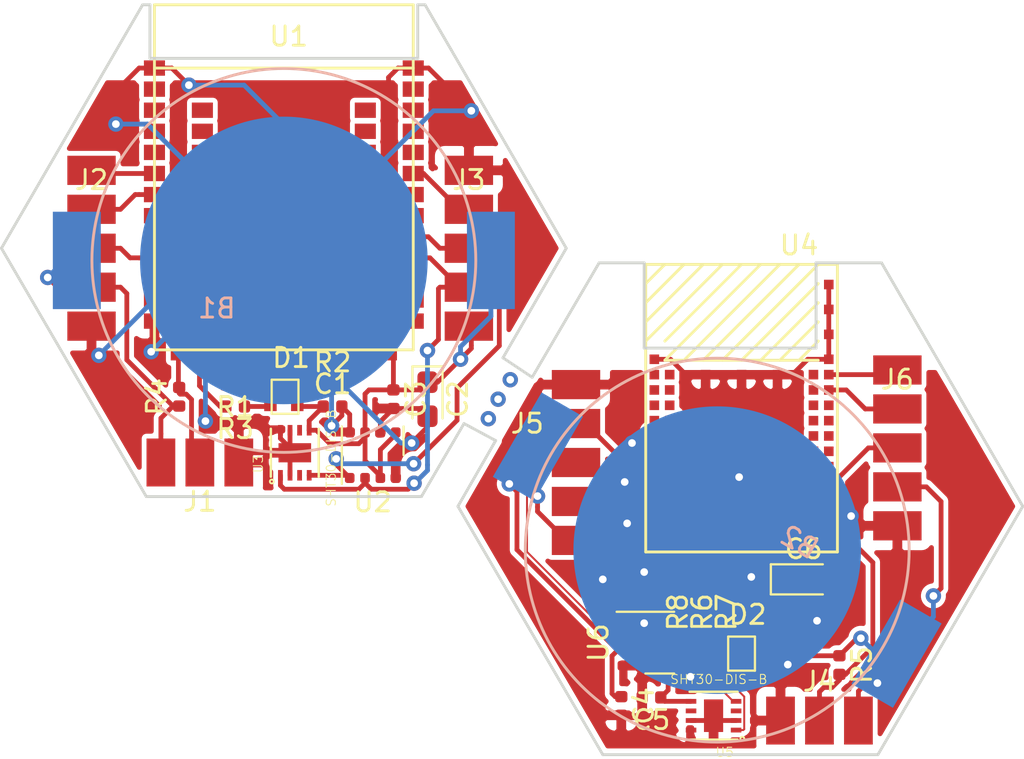
<source format=kicad_pcb>
(kicad_pcb (version 20171130) (host pcbnew 5.1.5-52549c5~84~ubuntu18.04.1)

  (general
    (thickness 1.6)
    (drawings 24)
    (tracks 376)
    (zones 0)
    (modules 30)
    (nets 115)
  )

  (page A4)
  (layers
    (0 F.Cu signal)
    (31 B.Cu signal)
    (32 B.Adhes user)
    (33 F.Adhes user)
    (34 B.Paste user)
    (35 F.Paste user)
    (36 B.SilkS user)
    (37 F.SilkS user)
    (38 B.Mask user)
    (39 F.Mask user)
    (40 Dwgs.User user)
    (41 Cmts.User user)
    (42 Eco1.User user)
    (43 Eco2.User user)
    (44 Edge.Cuts user)
    (45 Margin user)
    (46 B.CrtYd user)
    (47 F.CrtYd user)
    (48 B.Fab user)
    (49 F.Fab user)
  )

  (setup
    (last_trace_width 0.25)
    (user_trace_width 0.1)
    (user_trace_width 0.25)
    (trace_clearance 0.1)
    (zone_clearance 0.25)
    (zone_45_only no)
    (trace_min 0.1)
    (via_size 0.8)
    (via_drill 0.4)
    (via_min_size 0.4)
    (via_min_drill 0.3)
    (uvia_size 0.3)
    (uvia_drill 0.1)
    (uvias_allowed no)
    (uvia_min_size 0.2)
    (uvia_min_drill 0.1)
    (edge_width 0.15)
    (segment_width 0.2)
    (pcb_text_width 0.3)
    (pcb_text_size 1.5 1.5)
    (mod_edge_width 0.15)
    (mod_text_size 1 1)
    (mod_text_width 0.15)
    (pad_size 1.524 1.524)
    (pad_drill 0.762)
    (pad_to_mask_clearance 0.051)
    (solder_mask_min_width 0.25)
    (aux_axis_origin 0 0)
    (visible_elements FFFFFF7F)
    (pcbplotparams
      (layerselection 0x010fc_ffffffff)
      (usegerberextensions false)
      (usegerberattributes false)
      (usegerberadvancedattributes false)
      (creategerberjobfile false)
      (excludeedgelayer true)
      (linewidth 0.100000)
      (plotframeref false)
      (viasonmask false)
      (mode 1)
      (useauxorigin false)
      (hpglpennumber 1)
      (hpglpenspeed 20)
      (hpglpendiameter 15.000000)
      (psnegative false)
      (psa4output false)
      (plotreference true)
      (plotvalue true)
      (plotinvisibletext false)
      (padsonsilk false)
      (subtractmaskfromsilk false)
      (outputformat 1)
      (mirror false)
      (drillshape 0)
      (scaleselection 1)
      (outputdirectory "/home/bartlomiejzarnowski/Desktop/Marek-gerber/"))
  )

  (net 0 "")
  (net 1 +3V3)
  (net 2 GND)
  (net 3 /SWDIO_EXT)
  (net 4 /SWDCLK_EXT)
  (net 5 /nRESET)
  (net 6 /SDA)
  (net 7 /SCL)
  (net 8 /DS18B20)
  (net 9 "Net-(U3-Pad3)")
  (net 10 "Net-(U3-Pad6)")
  (net 11 /ANALOG-1)
  (net 12 "Net-(U1-Pad2)")
  (net 13 "Net-(U1-Pad3)")
  (net 14 "Net-(U1-Pad4)")
  (net 15 "Net-(U1-Pad5)")
  (net 16 "Net-(U1-Pad11)")
  (net 17 "Net-(U1-Pad12)")
  (net 18 "Net-(U1-Pad14)")
  (net 19 "Net-(U1-Pad15)")
  (net 20 "Net-(U1-Pad16)")
  (net 21 "Net-(U1-Pad18)")
  (net 22 "Net-(U1-Pad20)")
  (net 23 "Net-(U1-Pad21)")
  (net 24 "Net-(U1-Pad23)")
  (net 25 "Net-(U1-Pad24)")
  (net 26 "Net-(U1-Pad25)")
  (net 27 "Net-(U1-Pad26)")
  (net 28 "Net-(U1-Pad27)")
  (net 29 "Net-(U1-Pad28)")
  (net 30 "Net-(U1-Pad29)")
  (net 31 "Net-(U1-Pad30)")
  (net 32 "Net-(U1-Pad31)")
  (net 33 "Net-(U1-Pad33)")
  (net 34 "Net-(U1-Pad34)")
  (net 35 "Net-(U1-Pad35)")
  (net 36 "Net-(U1-Pad36)")
  (net 37 "Net-(U1-Pad39)")
  (net 38 "Net-(U1-Pad40)")
  (net 39 "Net-(U1-Pad42)")
  (net 40 "Net-(U1-Pad43)")
  (net 41 "Net-(U1-Pad49)")
  (net 42 "Net-(U1-Pad50)")
  (net 43 "Net-(U1-Pad51)")
  (net 44 "Net-(U1-Pad52)")
  (net 45 "Net-(U1-Pad54)")
  (net 46 "Net-(U1-Pad17)")
  (net 47 "Net-(D1-Pad4)")
  (net 48 "Net-(D1-Pad3)")
  (net 49 "Net-(D1-Pad1)")
  (net 50 /LED_R)
  (net 51 /LED_G)
  (net 52 /LED_B)
  (net 53 "Net-(U1-Pad8)")
  (net 54 "Net-(U1-Pad13)")
  (net 55 "Net-(U1-Pad7)")
  (net 56 "Net-(U4-Pad41)")
  (net 57 "Net-(U4-Pad29)")
  (net 58 "Net-(U4-Pad27)")
  (net 59 "Net-(U4-Pad25)")
  (net 60 "Net-(U4-Pad24)")
  (net 61 "Net-(U4-Pad44)")
  (net 62 "Net-(U4-Pad22)")
  (net 63 "Net-(U4-Pad38)")
  (net 64 "Net-(U4-Pad36)")
  (net 65 "Net-(U4-Pad34)")
  (net 66 "Net-(U4-Pad32)")
  (net 67 "Net-(U4-Pad30)")
  (net 68 "Net-(U4-Pad28)")
  (net 69 "Net-(U4-Pad46)")
  (net 70 "Net-(U4-Pad51)")
  (net 71 "Net-(U4-Pad53)")
  (net 72 "Net-(U4-Pad57)")
  (net 73 "Net-(U4-Pad59)")
  (net 74 "Net-(U4-Pad61)")
  (net 75 "Net-(U4-Pad63)")
  (net 76 "Net-(U4-Pad64)")
  (net 77 "Net-(U4-Pad62)")
  (net 78 "Net-(U4-Pad60)")
  (net 79 "Net-(U4-Pad56)")
  (net 80 "Net-(U4-Pad54)")
  (net 81 "Net-(U4-Pad50)")
  (net 82 "Net-(U4-Pad48)")
  (net 83 "Net-(U4-Pad17)")
  (net 84 "Net-(U4-Pad15)")
  (net 85 "Net-(U4-Pad13)")
  (net 86 "Net-(U4-Pad11)")
  (net 87 "Net-(U4-Pad9)")
  (net 88 "Net-(U4-Pad7)")
  (net 89 "Net-(U4-Pad5)")
  (net 90 "Net-(U4-Pad2)")
  (net 91 "Net-(U4-Pad4)")
  (net 92 "Net-(U4-Pad6)")
  (net 93 "Net-(U4-Pad8)")
  (net 94 "Net-(U4-Pad10)")
  (net 95 "Net-(U4-Pad12)")
  (net 96 "Net-(U4-Pad14)")
  (net 97 "Net-(U4-Pad16)")
  (net 98 "Net-(U4-Pad18)")
  (net 99 "Net-(U4-Pad20)")
  (net 100 "Net-(U5-Pad6)")
  (net 101 /Laird/SCL)
  (net 102 "Net-(U5-Pad3)")
  (net 103 /Laird/SDA)
  (net 104 "Net-(D2-Pad4)")
  (net 105 "Net-(D2-Pad3)")
  (net 106 "Net-(D2-Pad1)")
  (net 107 /Laird/DS18B20)
  (net 108 /Laird/ANALOG-1)
  (net 109 /Laird/nRESET)
  (net 110 /Laird/SWDCLK_EXT)
  (net 111 /Laird/SWDIO_EXT)
  (net 112 /Laird/LED_R)
  (net 113 /Laird/LED_G)
  (net 114 /Laird/LED_B)

  (net_class Default "This is the default net class."
    (clearance 0.1)
    (trace_width 0.25)
    (via_dia 0.8)
    (via_drill 0.4)
    (uvia_dia 0.3)
    (uvia_drill 0.1)
    (add_net +3V3)
    (add_net /ANALOG-1)
    (add_net /DS18B20)
    (add_net /LED_B)
    (add_net /LED_G)
    (add_net /LED_R)
    (add_net /Laird/ANALOG-1)
    (add_net /Laird/DS18B20)
    (add_net /Laird/LED_B)
    (add_net /Laird/LED_G)
    (add_net /Laird/LED_R)
    (add_net /Laird/SCL)
    (add_net /Laird/SDA)
    (add_net /Laird/SWDCLK_EXT)
    (add_net /Laird/SWDIO_EXT)
    (add_net /Laird/nRESET)
    (add_net /SCL)
    (add_net /SDA)
    (add_net /SWDCLK_EXT)
    (add_net /SWDIO_EXT)
    (add_net /nRESET)
    (add_net GND)
    (add_net "Net-(D1-Pad1)")
    (add_net "Net-(D1-Pad3)")
    (add_net "Net-(D1-Pad4)")
    (add_net "Net-(D2-Pad1)")
    (add_net "Net-(D2-Pad3)")
    (add_net "Net-(D2-Pad4)")
    (add_net "Net-(U1-Pad11)")
    (add_net "Net-(U1-Pad12)")
    (add_net "Net-(U1-Pad13)")
    (add_net "Net-(U1-Pad14)")
    (add_net "Net-(U1-Pad15)")
    (add_net "Net-(U1-Pad16)")
    (add_net "Net-(U1-Pad17)")
    (add_net "Net-(U1-Pad18)")
    (add_net "Net-(U1-Pad2)")
    (add_net "Net-(U1-Pad20)")
    (add_net "Net-(U1-Pad21)")
    (add_net "Net-(U1-Pad23)")
    (add_net "Net-(U1-Pad24)")
    (add_net "Net-(U1-Pad25)")
    (add_net "Net-(U1-Pad26)")
    (add_net "Net-(U1-Pad27)")
    (add_net "Net-(U1-Pad28)")
    (add_net "Net-(U1-Pad29)")
    (add_net "Net-(U1-Pad3)")
    (add_net "Net-(U1-Pad30)")
    (add_net "Net-(U1-Pad31)")
    (add_net "Net-(U1-Pad33)")
    (add_net "Net-(U1-Pad34)")
    (add_net "Net-(U1-Pad35)")
    (add_net "Net-(U1-Pad36)")
    (add_net "Net-(U1-Pad39)")
    (add_net "Net-(U1-Pad4)")
    (add_net "Net-(U1-Pad40)")
    (add_net "Net-(U1-Pad42)")
    (add_net "Net-(U1-Pad43)")
    (add_net "Net-(U1-Pad49)")
    (add_net "Net-(U1-Pad5)")
    (add_net "Net-(U1-Pad50)")
    (add_net "Net-(U1-Pad51)")
    (add_net "Net-(U1-Pad52)")
    (add_net "Net-(U1-Pad54)")
    (add_net "Net-(U1-Pad7)")
    (add_net "Net-(U1-Pad8)")
    (add_net "Net-(U3-Pad3)")
    (add_net "Net-(U3-Pad6)")
    (add_net "Net-(U4-Pad10)")
    (add_net "Net-(U4-Pad11)")
    (add_net "Net-(U4-Pad12)")
    (add_net "Net-(U4-Pad13)")
    (add_net "Net-(U4-Pad14)")
    (add_net "Net-(U4-Pad15)")
    (add_net "Net-(U4-Pad16)")
    (add_net "Net-(U4-Pad17)")
    (add_net "Net-(U4-Pad18)")
    (add_net "Net-(U4-Pad2)")
    (add_net "Net-(U4-Pad20)")
    (add_net "Net-(U4-Pad22)")
    (add_net "Net-(U4-Pad24)")
    (add_net "Net-(U4-Pad25)")
    (add_net "Net-(U4-Pad27)")
    (add_net "Net-(U4-Pad28)")
    (add_net "Net-(U4-Pad29)")
    (add_net "Net-(U4-Pad30)")
    (add_net "Net-(U4-Pad32)")
    (add_net "Net-(U4-Pad34)")
    (add_net "Net-(U4-Pad36)")
    (add_net "Net-(U4-Pad38)")
    (add_net "Net-(U4-Pad4)")
    (add_net "Net-(U4-Pad41)")
    (add_net "Net-(U4-Pad44)")
    (add_net "Net-(U4-Pad46)")
    (add_net "Net-(U4-Pad48)")
    (add_net "Net-(U4-Pad5)")
    (add_net "Net-(U4-Pad50)")
    (add_net "Net-(U4-Pad51)")
    (add_net "Net-(U4-Pad53)")
    (add_net "Net-(U4-Pad54)")
    (add_net "Net-(U4-Pad56)")
    (add_net "Net-(U4-Pad57)")
    (add_net "Net-(U4-Pad59)")
    (add_net "Net-(U4-Pad6)")
    (add_net "Net-(U4-Pad60)")
    (add_net "Net-(U4-Pad61)")
    (add_net "Net-(U4-Pad62)")
    (add_net "Net-(U4-Pad63)")
    (add_net "Net-(U4-Pad64)")
    (add_net "Net-(U4-Pad7)")
    (add_net "Net-(U4-Pad8)")
    (add_net "Net-(U4-Pad9)")
    (add_net "Net-(U5-Pad3)")
    (add_net "Net-(U5-Pad6)")
  )

  (module Capacitor_Tantalum_SMD:CP_EIA-2012-12_Kemet-R (layer F.Cu) (tedit 5B301BBE) (tstamp 5DF18395)
    (at 165.7985 104.013)
    (descr "Tantalum Capacitor SMD Kemet-R (2012-12 Metric), IPC_7351 nominal, (Body size from: https://www.vishay.com/docs/40182/tmch.pdf), generated with kicad-footprint-generator")
    (tags "capacitor tantalum")
    (path /5DF39E1A/5DF6EDFD)
    (attr smd)
    (fp_text reference C6 (at 0 -1.58) (layer F.SilkS)
      (effects (font (size 1 1) (thickness 0.15)))
    )
    (fp_text value 10uF (at 0 1.58) (layer F.Fab)
      (effects (font (size 1 1) (thickness 0.15)))
    )
    (fp_text user %R (at 0 0) (layer F.Fab)
      (effects (font (size 0.5 0.5) (thickness 0.08)))
    )
    (fp_line (start 1.7 0.88) (end -1.7 0.88) (layer F.CrtYd) (width 0.05))
    (fp_line (start 1.7 -0.88) (end 1.7 0.88) (layer F.CrtYd) (width 0.05))
    (fp_line (start -1.7 -0.88) (end 1.7 -0.88) (layer F.CrtYd) (width 0.05))
    (fp_line (start -1.7 0.88) (end -1.7 -0.88) (layer F.CrtYd) (width 0.05))
    (fp_line (start -1.71 0.785) (end 1 0.785) (layer F.SilkS) (width 0.12))
    (fp_line (start -1.71 -0.785) (end -1.71 0.785) (layer F.SilkS) (width 0.12))
    (fp_line (start 1 -0.785) (end -1.71 -0.785) (layer F.SilkS) (width 0.12))
    (fp_line (start 1 0.625) (end 1 -0.625) (layer F.Fab) (width 0.1))
    (fp_line (start -1 0.625) (end 1 0.625) (layer F.Fab) (width 0.1))
    (fp_line (start -1 -0.3125) (end -1 0.625) (layer F.Fab) (width 0.1))
    (fp_line (start -0.6875 -0.625) (end -1 -0.3125) (layer F.Fab) (width 0.1))
    (fp_line (start 1 -0.625) (end -0.6875 -0.625) (layer F.Fab) (width 0.1))
    (pad 2 smd roundrect (at 0.8875 0) (size 1.125 1.05) (layers F.Cu F.Paste F.Mask) (roundrect_rratio 0.238095)
      (net 2 GND))
    (pad 1 smd roundrect (at -0.8875 0) (size 1.125 1.05) (layers F.Cu F.Paste F.Mask) (roundrect_rratio 0.238095)
      (net 1 +3V3))
    (model ${KISYS3DMOD}/Capacitor_Tantalum_SMD.3dshapes/CP_EIA-2012-12_Kemet-R.wrl
      (at (xyz 0 0 0))
      (scale (xyz 1 1 1))
      (rotate (xyz 0 0 0))
    )
  )

  (module Package_LGA:Bosch_LGA-8_3x3mm_P0.8mm_ClockwisePinNumbering (layer F.Cu) (tedit 5CF93F4A) (tstamp 5DF1709C)
    (at 157.5435 107.315 90)
    (descr "Bosch  LGA, 8 Pin (https://ae-bst.resource.bosch.com/media/_tech/media/datasheets/BST-BME680-DS001-00.pdf#page=44), generated with kicad-footprint-generator ipc_noLead_generator.py")
    (tags "Bosch LGA NoLead")
    (path /5DF39E1A/5DF5071B)
    (attr smd)
    (fp_text reference U6 (at 0 -2.45 90) (layer F.SilkS)
      (effects (font (size 1 1) (thickness 0.15)))
    )
    (fp_text value BME680 (at 0 2.45 90) (layer F.Fab)
      (effects (font (size 1 1) (thickness 0.15)))
    )
    (fp_text user %R (at 0 0 90) (layer F.Fab)
      (effects (font (size 0.75 0.75) (thickness 0.11)))
    )
    (fp_line (start 1.75 -1.75) (end -1.75 -1.75) (layer F.CrtYd) (width 0.05))
    (fp_line (start 1.75 1.75) (end 1.75 -1.75) (layer F.CrtYd) (width 0.05))
    (fp_line (start -1.75 1.75) (end 1.75 1.75) (layer F.CrtYd) (width 0.05))
    (fp_line (start -1.75 -1.75) (end -1.75 1.75) (layer F.CrtYd) (width 0.05))
    (fp_line (start -1.5 -0.75) (end -0.75 -1.5) (layer F.Fab) (width 0.1))
    (fp_line (start -1.5 1.5) (end -1.5 -0.75) (layer F.Fab) (width 0.1))
    (fp_line (start 1.5 1.5) (end -1.5 1.5) (layer F.Fab) (width 0.1))
    (fp_line (start 1.5 -1.5) (end 1.5 1.5) (layer F.Fab) (width 0.1))
    (fp_line (start -0.75 -1.5) (end 1.5 -1.5) (layer F.Fab) (width 0.1))
    (fp_line (start 1.61 -1.5) (end 1.61 1.5) (layer F.SilkS) (width 0.12))
    (fp_line (start -1.61 0) (end -1.61 1.5) (layer F.SilkS) (width 0.12))
    (pad 8 smd roundrect (at -1.2 1.1875 90) (size 0.5 0.525) (layers F.Cu F.Paste F.Mask) (roundrect_rratio 0.25)
      (net 1 +3V3))
    (pad 7 smd roundrect (at -0.4 1.1875 90) (size 0.5 0.525) (layers F.Cu F.Paste F.Mask) (roundrect_rratio 0.25)
      (net 2 GND))
    (pad 6 smd roundrect (at 0.4 1.1875 90) (size 0.5 0.525) (layers F.Cu F.Paste F.Mask) (roundrect_rratio 0.25)
      (net 1 +3V3))
    (pad 5 smd roundrect (at 1.2 1.1875 90) (size 0.5 0.525) (layers F.Cu F.Paste F.Mask) (roundrect_rratio 0.25)
      (net 2 GND))
    (pad 4 smd roundrect (at 1.2 -1.1875 90) (size 0.5 0.525) (layers F.Cu F.Paste F.Mask) (roundrect_rratio 0.25)
      (net 101 /Laird/SCL))
    (pad 3 smd roundrect (at 0.4 -1.1875 90) (size 0.5 0.525) (layers F.Cu F.Paste F.Mask) (roundrect_rratio 0.25)
      (net 103 /Laird/SDA))
    (pad 2 smd roundrect (at -0.4 -1.1875 90) (size 0.5 0.525) (layers F.Cu F.Paste F.Mask) (roundrect_rratio 0.25)
      (net 1 +3V3))
    (pad 1 smd roundrect (at -1.2 -1.1875 90) (size 0.5 0.525) (layers F.Cu F.Paste F.Mask) (roundrect_rratio 0.25)
      (net 2 GND))
    (model ${KISYS3DMOD}/Package_LGA.3dshapes/Bosch_LGA-8_3x3mm_P0.8mm_ClockwisePinNumbering.wrl
      (at (xyz 0 0 0))
      (scale (xyz 1 1 1))
      (rotate (xyz 0 0 0))
    )
  )

  (module Resistor_SMD:R_0402_1005Metric (layer F.Cu) (tedit 5B301BBD) (tstamp 5DF16EC2)
    (at 160.401 105.7275 90)
    (descr "Resistor SMD 0402 (1005 Metric), square (rectangular) end terminal, IPC_7351 nominal, (Body size source: http://www.tortai-tech.com/upload/download/2011102023233369053.pdf), generated with kicad-footprint-generator")
    (tags resistor)
    (path /5DF39E1A/5DF506D9)
    (attr smd)
    (fp_text reference R8 (at 0 -1.17 90) (layer F.SilkS)
      (effects (font (size 1 1) (thickness 0.15)))
    )
    (fp_text value 10 (at 0 1.17 90) (layer F.Fab)
      (effects (font (size 1 1) (thickness 0.15)))
    )
    (fp_text user %R (at 0 0 90) (layer F.Fab)
      (effects (font (size 0.25 0.25) (thickness 0.04)))
    )
    (fp_line (start 0.93 0.47) (end -0.93 0.47) (layer F.CrtYd) (width 0.05))
    (fp_line (start 0.93 -0.47) (end 0.93 0.47) (layer F.CrtYd) (width 0.05))
    (fp_line (start -0.93 -0.47) (end 0.93 -0.47) (layer F.CrtYd) (width 0.05))
    (fp_line (start -0.93 0.47) (end -0.93 -0.47) (layer F.CrtYd) (width 0.05))
    (fp_line (start 0.5 0.25) (end -0.5 0.25) (layer F.Fab) (width 0.1))
    (fp_line (start 0.5 -0.25) (end 0.5 0.25) (layer F.Fab) (width 0.1))
    (fp_line (start -0.5 -0.25) (end 0.5 -0.25) (layer F.Fab) (width 0.1))
    (fp_line (start -0.5 0.25) (end -0.5 -0.25) (layer F.Fab) (width 0.1))
    (pad 2 smd roundrect (at 0.485 0 90) (size 0.59 0.64) (layers F.Cu F.Paste F.Mask) (roundrect_rratio 0.25)
      (net 114 /Laird/LED_B))
    (pad 1 smd roundrect (at -0.485 0 90) (size 0.59 0.64) (layers F.Cu F.Paste F.Mask) (roundrect_rratio 0.25)
      (net 106 "Net-(D2-Pad1)"))
    (model ${KISYS3DMOD}/Resistor_SMD.3dshapes/R_0402_1005Metric.wrl
      (at (xyz 0 0 0))
      (scale (xyz 1 1 1))
      (rotate (xyz 0 0 0))
    )
  )

  (module Resistor_SMD:R_0402_1005Metric (layer F.Cu) (tedit 5B301BBD) (tstamp 5DF16EB3)
    (at 162.941 105.7275 90)
    (descr "Resistor SMD 0402 (1005 Metric), square (rectangular) end terminal, IPC_7351 nominal, (Body size source: http://www.tortai-tech.com/upload/download/2011102023233369053.pdf), generated with kicad-footprint-generator")
    (tags resistor)
    (path /5DF39E1A/5DF506D3)
    (attr smd)
    (fp_text reference R7 (at 0 -1.17 90) (layer F.SilkS)
      (effects (font (size 1 1) (thickness 0.15)))
    )
    (fp_text value 10 (at 0 1.17 90) (layer F.Fab)
      (effects (font (size 1 1) (thickness 0.15)))
    )
    (fp_text user %R (at 0 0 90) (layer F.Fab)
      (effects (font (size 0.25 0.25) (thickness 0.04)))
    )
    (fp_line (start 0.93 0.47) (end -0.93 0.47) (layer F.CrtYd) (width 0.05))
    (fp_line (start 0.93 -0.47) (end 0.93 0.47) (layer F.CrtYd) (width 0.05))
    (fp_line (start -0.93 -0.47) (end 0.93 -0.47) (layer F.CrtYd) (width 0.05))
    (fp_line (start -0.93 0.47) (end -0.93 -0.47) (layer F.CrtYd) (width 0.05))
    (fp_line (start 0.5 0.25) (end -0.5 0.25) (layer F.Fab) (width 0.1))
    (fp_line (start 0.5 -0.25) (end 0.5 0.25) (layer F.Fab) (width 0.1))
    (fp_line (start -0.5 -0.25) (end 0.5 -0.25) (layer F.Fab) (width 0.1))
    (fp_line (start -0.5 0.25) (end -0.5 -0.25) (layer F.Fab) (width 0.1))
    (pad 2 smd roundrect (at 0.485 0 90) (size 0.59 0.64) (layers F.Cu F.Paste F.Mask) (roundrect_rratio 0.25)
      (net 113 /Laird/LED_G))
    (pad 1 smd roundrect (at -0.485 0 90) (size 0.59 0.64) (layers F.Cu F.Paste F.Mask) (roundrect_rratio 0.25)
      (net 104 "Net-(D2-Pad4)"))
    (model ${KISYS3DMOD}/Resistor_SMD.3dshapes/R_0402_1005Metric.wrl
      (at (xyz 0 0 0))
      (scale (xyz 1 1 1))
      (rotate (xyz 0 0 0))
    )
  )

  (module Resistor_SMD:R_0402_1005Metric (layer F.Cu) (tedit 5B301BBD) (tstamp 5DF16EA4)
    (at 161.671 105.7275 90)
    (descr "Resistor SMD 0402 (1005 Metric), square (rectangular) end terminal, IPC_7351 nominal, (Body size source: http://www.tortai-tech.com/upload/download/2011102023233369053.pdf), generated with kicad-footprint-generator")
    (tags resistor)
    (path /5DF39E1A/5DF506CD)
    (attr smd)
    (fp_text reference R6 (at 0 -1.17 90) (layer F.SilkS)
      (effects (font (size 1 1) (thickness 0.15)))
    )
    (fp_text value 10 (at 0 1.17 90) (layer F.Fab)
      (effects (font (size 1 1) (thickness 0.15)))
    )
    (fp_text user %R (at 0 0 90) (layer F.Fab)
      (effects (font (size 0.25 0.25) (thickness 0.04)))
    )
    (fp_line (start 0.93 0.47) (end -0.93 0.47) (layer F.CrtYd) (width 0.05))
    (fp_line (start 0.93 -0.47) (end 0.93 0.47) (layer F.CrtYd) (width 0.05))
    (fp_line (start -0.93 -0.47) (end 0.93 -0.47) (layer F.CrtYd) (width 0.05))
    (fp_line (start -0.93 0.47) (end -0.93 -0.47) (layer F.CrtYd) (width 0.05))
    (fp_line (start 0.5 0.25) (end -0.5 0.25) (layer F.Fab) (width 0.1))
    (fp_line (start 0.5 -0.25) (end 0.5 0.25) (layer F.Fab) (width 0.1))
    (fp_line (start -0.5 -0.25) (end 0.5 -0.25) (layer F.Fab) (width 0.1))
    (fp_line (start -0.5 0.25) (end -0.5 -0.25) (layer F.Fab) (width 0.1))
    (pad 2 smd roundrect (at 0.485 0 90) (size 0.59 0.64) (layers F.Cu F.Paste F.Mask) (roundrect_rratio 0.25)
      (net 112 /Laird/LED_R))
    (pad 1 smd roundrect (at -0.485 0 90) (size 0.59 0.64) (layers F.Cu F.Paste F.Mask) (roundrect_rratio 0.25)
      (net 105 "Net-(D2-Pad3)"))
    (model ${KISYS3DMOD}/Resistor_SMD.3dshapes/R_0402_1005Metric.wrl
      (at (xyz 0 0 0))
      (scale (xyz 1 1 1))
      (rotate (xyz 0 0 0))
    )
  )

  (module Resistor_SMD:R_0402_1005Metric (layer F.Cu) (tedit 5B301BBD) (tstamp 5DF17BDF)
    (at 167.6654 108.4834 270)
    (descr "Resistor SMD 0402 (1005 Metric), square (rectangular) end terminal, IPC_7351 nominal, (Body size source: http://www.tortai-tech.com/upload/download/2011102023233369053.pdf), generated with kicad-footprint-generator")
    (tags resistor)
    (path /5DF39E1A/5DF5066B)
    (attr smd)
    (fp_text reference R5 (at 0 -1.17 90) (layer F.SilkS)
      (effects (font (size 1 1) (thickness 0.15)))
    )
    (fp_text value 4,7k (at 0 1.17 90) (layer F.Fab)
      (effects (font (size 1 1) (thickness 0.15)))
    )
    (fp_text user %R (at 0 0 90) (layer F.Fab)
      (effects (font (size 0.25 0.25) (thickness 0.04)))
    )
    (fp_line (start 0.93 0.47) (end -0.93 0.47) (layer F.CrtYd) (width 0.05))
    (fp_line (start 0.93 -0.47) (end 0.93 0.47) (layer F.CrtYd) (width 0.05))
    (fp_line (start -0.93 -0.47) (end 0.93 -0.47) (layer F.CrtYd) (width 0.05))
    (fp_line (start -0.93 0.47) (end -0.93 -0.47) (layer F.CrtYd) (width 0.05))
    (fp_line (start 0.5 0.25) (end -0.5 0.25) (layer F.Fab) (width 0.1))
    (fp_line (start 0.5 -0.25) (end 0.5 0.25) (layer F.Fab) (width 0.1))
    (fp_line (start -0.5 -0.25) (end 0.5 -0.25) (layer F.Fab) (width 0.1))
    (fp_line (start -0.5 0.25) (end -0.5 -0.25) (layer F.Fab) (width 0.1))
    (pad 2 smd roundrect (at 0.485 0 270) (size 0.59 0.64) (layers F.Cu F.Paste F.Mask) (roundrect_rratio 0.25)
      (net 107 /Laird/DS18B20))
    (pad 1 smd roundrect (at -0.485 0 270) (size 0.59 0.64) (layers F.Cu F.Paste F.Mask) (roundrect_rratio 0.25)
      (net 1 +3V3))
    (model ${KISYS3DMOD}/Resistor_SMD.3dshapes/R_0402_1005Metric.wrl
      (at (xyz 0 0 0))
      (scale (xyz 1 1 1))
      (rotate (xyz 0 0 0))
    )
  )

  (module Pads:5xPad (layer F.Cu) (tedit 5DF0EAF0) (tstamp 5DF16E16)
    (at 170.688 93.091)
    (path /5DF39E1A/5DF50705)
    (fp_text reference J6 (at 0 0.5) (layer F.SilkS)
      (effects (font (size 1 1) (thickness 0.15)))
    )
    (fp_text value PROG_PORT (at 0 -0.5) (layer F.Fab)
      (effects (font (size 1 1) (thickness 0.15)))
    )
    (pad 5 smd rect (at 0 8.128) (size 2.524 1.524) (layers F.Cu F.Paste F.Mask)
      (net 2 GND))
    (pad 4 smd rect (at 0 6.096) (size 2.524 1.524) (layers F.Cu F.Paste F.Mask)
      (net 1 +3V3))
    (pad 3 smd rect (at 0 4.064) (size 2.524 1.524) (layers F.Cu F.Paste F.Mask)
      (net 109 /Laird/nRESET))
    (pad 2 smd rect (at 0 2.032) (size 2.524 1.524) (layers F.Cu F.Paste F.Mask)
      (net 110 /Laird/SWDCLK_EXT))
    (pad 1 smd rect (at 0 0) (size 2.524 1.524) (layers F.Cu F.Paste F.Mask)
      (net 111 /Laird/SWDIO_EXT))
  )

  (module Pads:5xPad (layer F.Cu) (tedit 5DF0EAF0) (tstamp 5DF16E0D)
    (at 153.924 93.853)
    (path /5DF39E1A/5DF506F0)
    (fp_text reference J5 (at -2.54 2.032) (layer F.SilkS)
      (effects (font (size 1 1) (thickness 0.15)))
    )
    (fp_text value EXT_PORT (at 0 -0.5) (layer F.Fab)
      (effects (font (size 1 1) (thickness 0.15)))
    )
    (pad 5 smd rect (at 0 8.128) (size 2.524 1.524) (layers F.Cu F.Paste F.Mask)
      (net 1 +3V3))
    (pad 4 smd rect (at 0 6.096) (size 2.524 1.524) (layers F.Cu F.Paste F.Mask)
      (net 103 /Laird/SDA))
    (pad 3 smd rect (at 0 4.064) (size 2.524 1.524) (layers F.Cu F.Paste F.Mask)
      (net 101 /Laird/SCL))
    (pad 2 smd rect (at 0 2.032) (size 2.524 1.524) (layers F.Cu F.Paste F.Mask)
      (net 108 /Laird/ANALOG-1))
    (pad 1 smd rect (at 0 0) (size 2.524 1.524) (layers F.Cu F.Paste F.Mask)
      (net 2 GND))
  )

  (module Pads:3Pads (layer F.Cu) (tedit 5DF0F805) (tstamp 5DF16E04)
    (at 166.624 108.839)
    (path /5DF39E1A/5DF5067C)
    (fp_text reference J4 (at 0 0.5) (layer F.SilkS)
      (effects (font (size 1 1) (thickness 0.15)))
    )
    (fp_text value DS18B20 (at 0 -0.5) (layer F.Fab)
      (effects (font (size 1 1) (thickness 0.15)))
    )
    (pad 3 smd rect (at 2.032 2.54) (size 1.5 2.5) (layers F.Cu F.Paste F.Mask)
      (net 1 +3V3))
    (pad 2 smd rect (at 0 2.54) (size 1.5 2.5) (layers F.Cu F.Paste F.Mask)
      (net 107 /Laird/DS18B20))
    (pad 1 smd rect (at -2.032 2.54) (size 1.5 2.5) (layers F.Cu F.Paste F.Mask)
      (net 2 GND))
  )

  (module Everlight:Everlight_19-237_R6GHBHC-M07_2T locked (layer F.Cu) (tedit 5DF0CB39) (tstamp 5DF19AA6)
    (at 162.4965 107.8865)
    (path /5DF39E1A/5DF506C7)
    (fp_text reference D2 (at 0.381 -2.032) (layer F.SilkS)
      (effects (font (size 1 1) (thickness 0.15)))
    )
    (fp_text value LED_BARG (at 0.127 1.905) (layer F.Fab)
      (effects (font (size 1 1) (thickness 0.15)))
    )
    (fp_line (start 0.762 -0.889) (end -0.635 -0.889) (layer F.SilkS) (width 0.12))
    (fp_line (start 0.762 0.889) (end 0.762 -0.889) (layer F.SilkS) (width 0.12))
    (fp_line (start -0.635 0.889) (end 0.762 0.889) (layer F.SilkS) (width 0.12))
    (fp_line (start -0.635 -0.889) (end -0.635 0.889) (layer F.SilkS) (width 0.12))
    (pad 4 smd rect (at 0.7 -0.45) (size 0.65 0.6) (layers F.Cu F.Paste F.Mask)
      (net 104 "Net-(D2-Pad4)"))
    (pad 3 smd rect (at -0.7 -0.45) (size 0.65 0.6) (layers F.Cu F.Paste F.Mask)
      (net 105 "Net-(D2-Pad3)"))
    (pad 2 smd rect (at 0.7 0.45) (size 0.65 0.6) (layers F.Cu F.Paste F.Mask)
      (net 1 +3V3))
    (pad 1 smd rect (at -0.7 0.45) (size 0.65 0.6) (layers F.Cu F.Paste F.Mask)
      (net 106 "Net-(D2-Pad1)"))
  )

  (module Capacitor_SMD:C_0402_1005Metric (layer F.Cu) (tedit 5B301BBE) (tstamp 5DF16DAF)
    (at 157.861 110.1725 180)
    (descr "Capacitor SMD 0402 (1005 Metric), square (rectangular) end terminal, IPC_7351 nominal, (Body size source: http://www.tortai-tech.com/upload/download/2011102023233369053.pdf), generated with kicad-footprint-generator")
    (tags capacitor)
    (path /5DF39E1A/5DF506AC)
    (attr smd)
    (fp_text reference C5 (at 0 -1.17) (layer F.SilkS)
      (effects (font (size 1 1) (thickness 0.15)))
    )
    (fp_text value 100nF (at 0 1.17) (layer F.Fab)
      (effects (font (size 1 1) (thickness 0.15)))
    )
    (fp_text user %R (at 0 0) (layer F.Fab)
      (effects (font (size 0.25 0.25) (thickness 0.04)))
    )
    (fp_line (start 0.93 0.47) (end -0.93 0.47) (layer F.CrtYd) (width 0.05))
    (fp_line (start 0.93 -0.47) (end 0.93 0.47) (layer F.CrtYd) (width 0.05))
    (fp_line (start -0.93 -0.47) (end 0.93 -0.47) (layer F.CrtYd) (width 0.05))
    (fp_line (start -0.93 0.47) (end -0.93 -0.47) (layer F.CrtYd) (width 0.05))
    (fp_line (start 0.5 0.25) (end -0.5 0.25) (layer F.Fab) (width 0.1))
    (fp_line (start 0.5 -0.25) (end 0.5 0.25) (layer F.Fab) (width 0.1))
    (fp_line (start -0.5 -0.25) (end 0.5 -0.25) (layer F.Fab) (width 0.1))
    (fp_line (start -0.5 0.25) (end -0.5 -0.25) (layer F.Fab) (width 0.1))
    (pad 2 smd roundrect (at 0.485 0 180) (size 0.59 0.64) (layers F.Cu F.Paste F.Mask) (roundrect_rratio 0.25)
      (net 2 GND))
    (pad 1 smd roundrect (at -0.485 0 180) (size 0.59 0.64) (layers F.Cu F.Paste F.Mask) (roundrect_rratio 0.25)
      (net 1 +3V3))
    (model ${KISYS3DMOD}/Capacitor_SMD.3dshapes/C_0402_1005Metric.wrl
      (at (xyz 0 0 0))
      (scale (xyz 1 1 1))
      (rotate (xyz 0 0 0))
    )
  )

  (module SHT30-DIS-B:DFN250X250X100-9N (layer F.Cu) (tedit 0) (tstamp 5DF163FC)
    (at 161.0995 111.125 180)
    (path /5DF39E1A/5DF447AA)
    (attr smd)
    (fp_text reference U5 (at -0.581394 -1.90676) (layer F.SilkS)
      (effects (font (size 0.480494 0.480494) (thickness 0.05)))
    )
    (fp_text value SHT30-DIS-B (at -0.275998 1.8952) (layer F.SilkS)
      (effects (font (size 0.480001 0.480001) (thickness 0.05)))
    )
    (fp_circle (center 0 0) (end 0.75 0) (layer Eco2.User) (width 0.127))
    (fp_line (start 1.75 -1.5) (end -1.75 -1.5) (layer Eco1.User) (width 0.127))
    (fp_line (start 1.75 1.5) (end 1.75 -1.5) (layer Eco1.User) (width 0.127))
    (fp_line (start -1.75 1.5) (end 1.75 1.5) (layer Eco1.User) (width 0.127))
    (fp_line (start -1.75 -1.5) (end -1.75 1.5) (layer Eco1.User) (width 0.127))
    (fp_circle (center -1.5 -1.2) (end -1.4 -1.2) (layer F.SilkS) (width 0.1))
    (fp_poly (pts (xy -0.450426 -0.8) (xy 0.45 -0.8) (xy 0.45 0.800757) (xy -0.450426 0.800757)) (layer F.Paste) (width 0))
    (fp_line (start -1.25 -1.25) (end -1.25 1.25) (layer Eco2.User) (width 0.127))
    (fp_line (start 1.25 -1.25) (end -1.25 -1.25) (layer F.SilkS) (width 0.127))
    (fp_line (start 1.25 1.25) (end 1.25 -1.25) (layer Eco2.User) (width 0.127))
    (fp_line (start -1.25 1.25) (end 1.25 1.25) (layer F.SilkS) (width 0.127))
    (pad 9 smd rect (at 0 0 180) (size 1 1.7) (layers F.Cu F.Paste F.Mask)
      (net 2 GND))
    (pad 5 smd rect (at 1.175 0.75 180) (size 0.55 0.25) (layers F.Cu F.Paste F.Mask)
      (net 1 +3V3))
    (pad 6 smd rect (at 1.175 0.25 180) (size 0.55 0.25) (layers F.Cu F.Paste F.Mask)
      (net 100 "Net-(U5-Pad6)"))
    (pad 7 smd rect (at 1.175 -0.25 180) (size 0.55 0.25) (layers F.Cu F.Paste F.Mask)
      (net 2 GND))
    (pad 8 smd rect (at 1.175 -0.75 180) (size 0.55 0.25) (layers F.Cu F.Paste F.Mask)
      (net 2 GND))
    (pad 4 smd rect (at -1.175 0.75 180) (size 0.55 0.25) (layers F.Cu F.Paste F.Mask)
      (net 101 /Laird/SCL))
    (pad 3 smd rect (at -1.175 0.25 180) (size 0.55 0.25) (layers F.Cu F.Paste F.Mask)
      (net 102 "Net-(U5-Pad3)"))
    (pad 2 smd rect (at -1.175 -0.25 180) (size 0.55 0.25) (layers F.Cu F.Paste F.Mask)
      (net 2 GND))
    (pad 1 smd rect (at -1.175 -0.75 180) (size 0.55 0.25) (layers F.Cu F.Paste F.Mask)
      (net 103 /Laird/SDA))
  )

  (module Capacitor_SMD:C_0402_1005Metric (layer F.Cu) (tedit 5B301BBE) (tstamp 5DF19B5E)
    (at 156.2862 110.617 270)
    (descr "Capacitor SMD 0402 (1005 Metric), square (rectangular) end terminal, IPC_7351 nominal, (Body size source: http://www.tortai-tech.com/upload/download/2011102023233369053.pdf), generated with kicad-footprint-generator")
    (tags capacitor)
    (path /5DF39E1A/5DF44795)
    (attr smd)
    (fp_text reference C4 (at 0 -1.17 90) (layer F.SilkS)
      (effects (font (size 1 1) (thickness 0.15)))
    )
    (fp_text value 100nF (at 0 1.17 90) (layer F.Fab)
      (effects (font (size 1 1) (thickness 0.15)))
    )
    (fp_text user %R (at 0 0 90) (layer F.Fab)
      (effects (font (size 0.25 0.25) (thickness 0.04)))
    )
    (fp_line (start 0.93 0.47) (end -0.93 0.47) (layer F.CrtYd) (width 0.05))
    (fp_line (start 0.93 -0.47) (end 0.93 0.47) (layer F.CrtYd) (width 0.05))
    (fp_line (start -0.93 -0.47) (end 0.93 -0.47) (layer F.CrtYd) (width 0.05))
    (fp_line (start -0.93 0.47) (end -0.93 -0.47) (layer F.CrtYd) (width 0.05))
    (fp_line (start 0.5 0.25) (end -0.5 0.25) (layer F.Fab) (width 0.1))
    (fp_line (start 0.5 -0.25) (end 0.5 0.25) (layer F.Fab) (width 0.1))
    (fp_line (start -0.5 -0.25) (end 0.5 -0.25) (layer F.Fab) (width 0.1))
    (fp_line (start -0.5 0.25) (end -0.5 -0.25) (layer F.Fab) (width 0.1))
    (pad 2 smd roundrect (at 0.485 0 270) (size 0.59 0.64) (layers F.Cu F.Paste F.Mask) (roundrect_rratio 0.25)
      (net 2 GND))
    (pad 1 smd roundrect (at -0.485 0 270) (size 0.59 0.64) (layers F.Cu F.Paste F.Mask) (roundrect_rratio 0.25)
      (net 1 +3V3))
    (model ${KISYS3DMOD}/Capacitor_SMD.3dshapes/C_0402_1005Metric.wrl
      (at (xyz 0 0 0))
      (scale (xyz 1 1 1))
      (rotate (xyz 0 0 0))
    )
  )

  (module CR2032_BatHolder:Cr2032-Holder (layer B.Cu) (tedit 5DF0F794) (tstamp 5DF17DD4)
    (at 161.29 102.489 150)
    (path /5DF39E1A/5DF447C4)
    (fp_text reference B2 (at -3.5 2.5 330) (layer B.SilkS)
      (effects (font (size 1 1) (thickness 0.15)) (justify mirror))
    )
    (fp_text value Battery (at 0 4 330) (layer B.Fab)
      (effects (font (size 1 1) (thickness 0.15)) (justify mirror))
    )
    (fp_circle (center 0 0) (end 10 -0.5) (layer B.SilkS) (width 0.15))
    (pad 2 smd circle (at 0 0 150) (size 15 15) (layers B.Cu B.Mask)
      (net 2 GND))
    (pad 1 smd rect (at -10.8 0 150) (size 2.5 5.08) (layers B.Cu B.Paste B.Mask)
      (net 1 +3V3))
    (pad 1 smd rect (at 10.8 0 150) (size 2.5 5.08) (layers B.Cu B.Paste B.Mask)
      (net 1 +3V3))
  )

  (module CR2032_BatHolder:Cr2032-Holder (layer B.Cu) (tedit 5DF0F794) (tstamp 5DF1475D)
    (at 138.684 87.376)
    (path /5D75D3B3)
    (fp_text reference B1 (at -3.5 2.5) (layer B.SilkS)
      (effects (font (size 1 1) (thickness 0.15)) (justify mirror))
    )
    (fp_text value Battery (at 0 4) (layer B.Fab)
      (effects (font (size 1 1) (thickness 0.15)) (justify mirror))
    )
    (fp_circle (center 0 0) (end 10 -0.5) (layer B.SilkS) (width 0.15))
    (pad 2 smd circle (at 0 0) (size 15 15) (layers B.Cu B.Mask)
      (net 2 GND))
    (pad 1 smd rect (at -10.8 0) (size 2.5 5.08) (layers B.Cu B.Paste B.Mask)
      (net 1 +3V3))
    (pad 1 smd rect (at 10.8 0) (size 2.5 5.08) (layers B.Cu B.Paste B.Mask)
      (net 1 +3V3))
  )

  (module Resistor_SMD:R_0402_1005Metric (layer F.Cu) (tedit 5B301BBD) (tstamp 5DF128A4)
    (at 136.144 94.996 180)
    (descr "Resistor SMD 0402 (1005 Metric), square (rectangular) end terminal, IPC_7351 nominal, (Body size source: http://www.tortai-tech.com/upload/download/2011102023233369053.pdf), generated with kicad-footprint-generator")
    (tags resistor)
    (path /5DF57166)
    (attr smd)
    (fp_text reference R3 (at 0 -1.17) (layer F.SilkS)
      (effects (font (size 1 1) (thickness 0.15)))
    )
    (fp_text value 10 (at 0 1.17) (layer F.Fab)
      (effects (font (size 1 1) (thickness 0.15)))
    )
    (fp_text user %R (at 0 0) (layer F.Fab)
      (effects (font (size 0.25 0.25) (thickness 0.04)))
    )
    (fp_line (start 0.93 0.47) (end -0.93 0.47) (layer F.CrtYd) (width 0.05))
    (fp_line (start 0.93 -0.47) (end 0.93 0.47) (layer F.CrtYd) (width 0.05))
    (fp_line (start -0.93 -0.47) (end 0.93 -0.47) (layer F.CrtYd) (width 0.05))
    (fp_line (start -0.93 0.47) (end -0.93 -0.47) (layer F.CrtYd) (width 0.05))
    (fp_line (start 0.5 0.25) (end -0.5 0.25) (layer F.Fab) (width 0.1))
    (fp_line (start 0.5 -0.25) (end 0.5 0.25) (layer F.Fab) (width 0.1))
    (fp_line (start -0.5 -0.25) (end 0.5 -0.25) (layer F.Fab) (width 0.1))
    (fp_line (start -0.5 0.25) (end -0.5 -0.25) (layer F.Fab) (width 0.1))
    (pad 2 smd roundrect (at 0.485 0 180) (size 0.59 0.64) (layers F.Cu F.Paste F.Mask) (roundrect_rratio 0.25)
      (net 52 /LED_B))
    (pad 1 smd roundrect (at -0.485 0 180) (size 0.59 0.64) (layers F.Cu F.Paste F.Mask) (roundrect_rratio 0.25)
      (net 49 "Net-(D1-Pad1)"))
    (model ${KISYS3DMOD}/Resistor_SMD.3dshapes/R_0402_1005Metric.wrl
      (at (xyz 0 0 0))
      (scale (xyz 1 1 1))
      (rotate (xyz 0 0 0))
    )
  )

  (module Resistor_SMD:R_0402_1005Metric (layer F.Cu) (tedit 5B301BBD) (tstamp 5DF12C21)
    (at 141.224 93.853)
    (descr "Resistor SMD 0402 (1005 Metric), square (rectangular) end terminal, IPC_7351 nominal, (Body size source: http://www.tortai-tech.com/upload/download/2011102023233369053.pdf), generated with kicad-footprint-generator")
    (tags resistor)
    (path /5DF56DBB)
    (attr smd)
    (fp_text reference R2 (at 0 -1.17) (layer F.SilkS)
      (effects (font (size 1 1) (thickness 0.15)))
    )
    (fp_text value 10 (at 0 1.17) (layer F.Fab)
      (effects (font (size 1 1) (thickness 0.15)))
    )
    (fp_text user %R (at 0 0) (layer F.Fab)
      (effects (font (size 0.25 0.25) (thickness 0.04)))
    )
    (fp_line (start 0.93 0.47) (end -0.93 0.47) (layer F.CrtYd) (width 0.05))
    (fp_line (start 0.93 -0.47) (end 0.93 0.47) (layer F.CrtYd) (width 0.05))
    (fp_line (start -0.93 -0.47) (end 0.93 -0.47) (layer F.CrtYd) (width 0.05))
    (fp_line (start -0.93 0.47) (end -0.93 -0.47) (layer F.CrtYd) (width 0.05))
    (fp_line (start 0.5 0.25) (end -0.5 0.25) (layer F.Fab) (width 0.1))
    (fp_line (start 0.5 -0.25) (end 0.5 0.25) (layer F.Fab) (width 0.1))
    (fp_line (start -0.5 -0.25) (end 0.5 -0.25) (layer F.Fab) (width 0.1))
    (fp_line (start -0.5 0.25) (end -0.5 -0.25) (layer F.Fab) (width 0.1))
    (pad 2 smd roundrect (at 0.485 0) (size 0.59 0.64) (layers F.Cu F.Paste F.Mask) (roundrect_rratio 0.25)
      (net 51 /LED_G))
    (pad 1 smd roundrect (at -0.485 0) (size 0.59 0.64) (layers F.Cu F.Paste F.Mask) (roundrect_rratio 0.25)
      (net 47 "Net-(D1-Pad4)"))
    (model ${KISYS3DMOD}/Resistor_SMD.3dshapes/R_0402_1005Metric.wrl
      (at (xyz 0 0 0))
      (scale (xyz 1 1 1))
      (rotate (xyz 0 0 0))
    )
  )

  (module Resistor_SMD:R_0402_1005Metric (layer F.Cu) (tedit 5B301BBD) (tstamp 5DF12886)
    (at 136.144 93.853 180)
    (descr "Resistor SMD 0402 (1005 Metric), square (rectangular) end terminal, IPC_7351 nominal, (Body size source: http://www.tortai-tech.com/upload/download/2011102023233369053.pdf), generated with kicad-footprint-generator")
    (tags resistor)
    (path /5DF554B3)
    (attr smd)
    (fp_text reference R1 (at 0 -1.17) (layer F.SilkS)
      (effects (font (size 1 1) (thickness 0.15)))
    )
    (fp_text value 10 (at 0 1.17) (layer F.Fab)
      (effects (font (size 1 1) (thickness 0.15)))
    )
    (fp_text user %R (at 0 0) (layer F.Fab)
      (effects (font (size 0.25 0.25) (thickness 0.04)))
    )
    (fp_line (start 0.93 0.47) (end -0.93 0.47) (layer F.CrtYd) (width 0.05))
    (fp_line (start 0.93 -0.47) (end 0.93 0.47) (layer F.CrtYd) (width 0.05))
    (fp_line (start -0.93 -0.47) (end 0.93 -0.47) (layer F.CrtYd) (width 0.05))
    (fp_line (start -0.93 0.47) (end -0.93 -0.47) (layer F.CrtYd) (width 0.05))
    (fp_line (start 0.5 0.25) (end -0.5 0.25) (layer F.Fab) (width 0.1))
    (fp_line (start 0.5 -0.25) (end 0.5 0.25) (layer F.Fab) (width 0.1))
    (fp_line (start -0.5 -0.25) (end 0.5 -0.25) (layer F.Fab) (width 0.1))
    (fp_line (start -0.5 0.25) (end -0.5 -0.25) (layer F.Fab) (width 0.1))
    (pad 2 smd roundrect (at 0.485 0 180) (size 0.59 0.64) (layers F.Cu F.Paste F.Mask) (roundrect_rratio 0.25)
      (net 50 /LED_R))
    (pad 1 smd roundrect (at -0.485 0 180) (size 0.59 0.64) (layers F.Cu F.Paste F.Mask) (roundrect_rratio 0.25)
      (net 48 "Net-(D1-Pad3)"))
    (model ${KISYS3DMOD}/Resistor_SMD.3dshapes/R_0402_1005Metric.wrl
      (at (xyz 0 0 0))
      (scale (xyz 1 1 1))
      (rotate (xyz 0 0 0))
    )
  )

  (module Everlight:Everlight_19-237_R6GHBHC-M07_2T (layer F.Cu) (tedit 5DF0CB39) (tstamp 5DF14587)
    (at 138.684 94.488)
    (path /5DF32085)
    (fp_text reference D1 (at 0.381 -2.032) (layer F.SilkS)
      (effects (font (size 1 1) (thickness 0.15)))
    )
    (fp_text value LED_BARG (at 0.127 1.905) (layer F.Fab)
      (effects (font (size 1 1) (thickness 0.15)))
    )
    (fp_line (start 0.762 -0.889) (end -0.635 -0.889) (layer F.SilkS) (width 0.12))
    (fp_line (start 0.762 0.889) (end 0.762 -0.889) (layer F.SilkS) (width 0.12))
    (fp_line (start -0.635 0.889) (end 0.762 0.889) (layer F.SilkS) (width 0.12))
    (fp_line (start -0.635 -0.889) (end -0.635 0.889) (layer F.SilkS) (width 0.12))
    (pad 4 smd rect (at 0.7 -0.45) (size 0.65 0.6) (layers F.Cu F.Paste F.Mask)
      (net 47 "Net-(D1-Pad4)"))
    (pad 3 smd rect (at -0.7 -0.45) (size 0.65 0.6) (layers F.Cu F.Paste F.Mask)
      (net 48 "Net-(D1-Pad3)"))
    (pad 2 smd rect (at 0.7 0.45) (size 0.65 0.6) (layers F.Cu F.Paste F.Mask)
      (net 1 +3V3))
    (pad 1 smd rect (at -0.7 0.45) (size 0.65 0.6) (layers F.Cu F.Paste F.Mask)
      (net 49 "Net-(D1-Pad1)"))
  )

  (module Capacitor_SMD:C_0402_1005Metric (layer F.Cu) (tedit 5B301BBE) (tstamp 5DC0399B)
    (at 141.224 94.996)
    (descr "Capacitor SMD 0402 (1005 Metric), square (rectangular) end terminal, IPC_7351 nominal, (Body size source: http://www.tortai-tech.com/upload/download/2011102023233369053.pdf), generated with kicad-footprint-generator")
    (tags capacitor)
    (path /5C5F7FF2)
    (attr smd)
    (fp_text reference C1 (at 0 -1.17 180) (layer F.SilkS)
      (effects (font (size 1 1) (thickness 0.15)))
    )
    (fp_text value 100nF (at 0 1.17 180) (layer F.Fab)
      (effects (font (size 1 1) (thickness 0.15)))
    )
    (fp_text user %R (at 0 0 180) (layer F.Fab)
      (effects (font (size 0.25 0.25) (thickness 0.04)))
    )
    (fp_line (start 0.93 0.47) (end -0.93 0.47) (layer F.CrtYd) (width 0.05))
    (fp_line (start 0.93 -0.47) (end 0.93 0.47) (layer F.CrtYd) (width 0.05))
    (fp_line (start -0.93 -0.47) (end 0.93 -0.47) (layer F.CrtYd) (width 0.05))
    (fp_line (start -0.93 0.47) (end -0.93 -0.47) (layer F.CrtYd) (width 0.05))
    (fp_line (start 0.5 0.25) (end -0.5 0.25) (layer F.Fab) (width 0.1))
    (fp_line (start 0.5 -0.25) (end 0.5 0.25) (layer F.Fab) (width 0.1))
    (fp_line (start -0.5 -0.25) (end 0.5 -0.25) (layer F.Fab) (width 0.1))
    (fp_line (start -0.5 0.25) (end -0.5 -0.25) (layer F.Fab) (width 0.1))
    (pad 2 smd roundrect (at 0.485 0) (size 0.59 0.64) (layers F.Cu F.Paste F.Mask) (roundrect_rratio 0.25)
      (net 2 GND))
    (pad 1 smd roundrect (at -0.485 0) (size 0.59 0.64) (layers F.Cu F.Paste F.Mask) (roundrect_rratio 0.25)
      (net 1 +3V3))
    (model ${KISYS3DMOD}/Capacitor_SMD.3dshapes/C_0402_1005Metric.wrl
      (at (xyz 0 0 0))
      (scale (xyz 1 1 1))
      (rotate (xyz 0 0 0))
    )
  )

  (module Capacitor_Tantalum_SMD:CP_EIA-2012-12_Kemet-R (layer F.Cu) (tedit 5B301BBE) (tstamp 5DC03969)
    (at 146.177 94.615 270)
    (descr "Tantalum Capacitor SMD Kemet-R (2012-12 Metric), IPC_7351 nominal, (Body size from: https://www.vishay.com/docs/40182/tmch.pdf), generated with kicad-footprint-generator")
    (tags "capacitor tantalum")
    (path /5CB235A5)
    (attr smd)
    (fp_text reference C2 (at 0 -1.58 90) (layer F.SilkS)
      (effects (font (size 1 1) (thickness 0.15)))
    )
    (fp_text value 10uF (at 0 1.58 90) (layer F.Fab)
      (effects (font (size 1 1) (thickness 0.15)))
    )
    (fp_text user %R (at 0 0 90) (layer F.Fab)
      (effects (font (size 0.5 0.5) (thickness 0.08)))
    )
    (fp_line (start 1.7 0.88) (end -1.7 0.88) (layer F.CrtYd) (width 0.05))
    (fp_line (start 1.7 -0.88) (end 1.7 0.88) (layer F.CrtYd) (width 0.05))
    (fp_line (start -1.7 -0.88) (end 1.7 -0.88) (layer F.CrtYd) (width 0.05))
    (fp_line (start -1.7 0.88) (end -1.7 -0.88) (layer F.CrtYd) (width 0.05))
    (fp_line (start -1.71 0.785) (end 1 0.785) (layer F.SilkS) (width 0.12))
    (fp_line (start -1.71 -0.785) (end -1.71 0.785) (layer F.SilkS) (width 0.12))
    (fp_line (start 1 -0.785) (end -1.71 -0.785) (layer F.SilkS) (width 0.12))
    (fp_line (start 1 0.625) (end 1 -0.625) (layer F.Fab) (width 0.1))
    (fp_line (start -1 0.625) (end 1 0.625) (layer F.Fab) (width 0.1))
    (fp_line (start -1 -0.3125) (end -1 0.625) (layer F.Fab) (width 0.1))
    (fp_line (start -0.6875 -0.625) (end -1 -0.3125) (layer F.Fab) (width 0.1))
    (fp_line (start 1 -0.625) (end -0.6875 -0.625) (layer F.Fab) (width 0.1))
    (pad 2 smd roundrect (at 0.8875 0 270) (size 1.125 1.05) (layers F.Cu F.Paste F.Mask) (roundrect_rratio 0.238095)
      (net 2 GND))
    (pad 1 smd roundrect (at -0.8875 0 270) (size 1.125 1.05) (layers F.Cu F.Paste F.Mask) (roundrect_rratio 0.238095)
      (net 1 +3V3))
    (model ${KISYS3DMOD}/Capacitor_Tantalum_SMD.3dshapes/CP_EIA-2012-12_Kemet-R.wrl
      (at (xyz 0 0 0))
      (scale (xyz 1 1 1))
      (rotate (xyz 0 0 0))
    )
  )

  (module Capacitor_SMD:C_0402_1005Metric (layer F.Cu) (tedit 5B301BBE) (tstamp 5DC039C8)
    (at 144.399 94.615 270)
    (descr "Capacitor SMD 0402 (1005 Metric), square (rectangular) end terminal, IPC_7351 nominal, (Body size source: http://www.tortai-tech.com/upload/download/2011102023233369053.pdf), generated with kicad-footprint-generator")
    (tags capacitor)
    (path /5DCBD7BD)
    (attr smd)
    (fp_text reference C3 (at 0 -1.17 90) (layer F.SilkS)
      (effects (font (size 1 1) (thickness 0.15)))
    )
    (fp_text value 100nF (at 0 1.17 90) (layer F.Fab)
      (effects (font (size 1 1) (thickness 0.15)))
    )
    (fp_text user %R (at 0 0 90) (layer F.Fab)
      (effects (font (size 0.25 0.25) (thickness 0.04)))
    )
    (fp_line (start 0.93 0.47) (end -0.93 0.47) (layer F.CrtYd) (width 0.05))
    (fp_line (start 0.93 -0.47) (end 0.93 0.47) (layer F.CrtYd) (width 0.05))
    (fp_line (start -0.93 -0.47) (end 0.93 -0.47) (layer F.CrtYd) (width 0.05))
    (fp_line (start -0.93 0.47) (end -0.93 -0.47) (layer F.CrtYd) (width 0.05))
    (fp_line (start 0.5 0.25) (end -0.5 0.25) (layer F.Fab) (width 0.1))
    (fp_line (start 0.5 -0.25) (end 0.5 0.25) (layer F.Fab) (width 0.1))
    (fp_line (start -0.5 -0.25) (end 0.5 -0.25) (layer F.Fab) (width 0.1))
    (fp_line (start -0.5 0.25) (end -0.5 -0.25) (layer F.Fab) (width 0.1))
    (pad 2 smd roundrect (at 0.485 0 270) (size 0.59 0.64) (layers F.Cu F.Paste F.Mask) (roundrect_rratio 0.25)
      (net 2 GND))
    (pad 1 smd roundrect (at -0.485 0 270) (size 0.59 0.64) (layers F.Cu F.Paste F.Mask) (roundrect_rratio 0.25)
      (net 1 +3V3))
    (model ${KISYS3DMOD}/Capacitor_SMD.3dshapes/C_0402_1005Metric.wrl
      (at (xyz 0 0 0))
      (scale (xyz 1 1 1))
      (rotate (xyz 0 0 0))
    )
  )

  (module Pads:3Pads (layer F.Cu) (tedit 5DF0F805) (tstamp 5DC03237)
    (at 134.3025 100.457 180)
    (path /5D66D7F7)
    (fp_text reference J1 (at 0 0.5) (layer F.SilkS)
      (effects (font (size 1 1) (thickness 0.15)))
    )
    (fp_text value DS18B20 (at 0 -0.5) (layer F.Fab)
      (effects (font (size 1 1) (thickness 0.15)))
    )
    (pad 3 smd rect (at 2.032 2.54 180) (size 1.5 2.5) (layers F.Cu F.Paste F.Mask)
      (net 1 +3V3))
    (pad 2 smd rect (at 0 2.54 180) (size 1.5 2.5) (layers F.Cu F.Paste F.Mask)
      (net 8 /DS18B20))
    (pad 1 smd rect (at -2.032 2.54 180) (size 1.5 2.5) (layers F.Cu F.Paste F.Mask)
      (net 2 GND))
  )

  (module Resistor_SMD:R_0402_1005Metric (layer F.Cu) (tedit 5B301BBD) (tstamp 5DDB94B8)
    (at 133.223 94.488 90)
    (descr "Resistor SMD 0402 (1005 Metric), square (rectangular) end terminal, IPC_7351 nominal, (Body size source: http://www.tortai-tech.com/upload/download/2011102023233369053.pdf), generated with kicad-footprint-generator")
    (tags resistor)
    (path /5C6F1E14)
    (attr smd)
    (fp_text reference R4 (at 0 -1.17 270) (layer F.SilkS)
      (effects (font (size 1 1) (thickness 0.15)))
    )
    (fp_text value 4,7k (at 0 1.17 270) (layer F.Fab)
      (effects (font (size 1 1) (thickness 0.15)))
    )
    (fp_text user %R (at 0 0 270) (layer F.Fab)
      (effects (font (size 0.25 0.25) (thickness 0.04)))
    )
    (fp_line (start 0.93 0.47) (end -0.93 0.47) (layer F.CrtYd) (width 0.05))
    (fp_line (start 0.93 -0.47) (end 0.93 0.47) (layer F.CrtYd) (width 0.05))
    (fp_line (start -0.93 -0.47) (end 0.93 -0.47) (layer F.CrtYd) (width 0.05))
    (fp_line (start -0.93 0.47) (end -0.93 -0.47) (layer F.CrtYd) (width 0.05))
    (fp_line (start 0.5 0.25) (end -0.5 0.25) (layer F.Fab) (width 0.1))
    (fp_line (start 0.5 -0.25) (end 0.5 0.25) (layer F.Fab) (width 0.1))
    (fp_line (start -0.5 -0.25) (end 0.5 -0.25) (layer F.Fab) (width 0.1))
    (fp_line (start -0.5 0.25) (end -0.5 -0.25) (layer F.Fab) (width 0.1))
    (pad 2 smd roundrect (at 0.485 0 90) (size 0.59 0.64) (layers F.Cu F.Paste F.Mask) (roundrect_rratio 0.25)
      (net 8 /DS18B20))
    (pad 1 smd roundrect (at -0.485 0 90) (size 0.59 0.64) (layers F.Cu F.Paste F.Mask) (roundrect_rratio 0.25)
      (net 1 +3V3))
    (model ${KISYS3DMOD}/Resistor_SMD.3dshapes/R_0402_1005Metric.wrl
      (at (xyz 0 0 0))
      (scale (xyz 1 1 1))
      (rotate (xyz 0 0 0))
    )
  )

  (module HolyIot:HolyIot_18010 (layer F.Cu) (tedit 5DBF0F8B) (tstamp 5DDB94F8)
    (at 138.684 74.041)
    (path /5DBFF4AC)
    (fp_text reference U1 (at 0.254 1.651) (layer F.SilkS)
      (effects (font (size 1 1) (thickness 0.15)))
    )
    (fp_text value HolyIot-18010 (at -1.27 9.779 90) (layer F.Fab)
      (effects (font (size 1 1) (thickness 0.15)))
    )
    (fp_line (start -6.75 3.3) (end 6.75 3.3) (layer F.SilkS) (width 0.15))
    (fp_line (start -6.75 18) (end 6.75 18) (layer F.SilkS) (width 0.15))
    (fp_line (start 6.75 0) (end 6.75 18) (layer F.SilkS) (width 0.15))
    (fp_line (start -6.75 0) (end -6.75 18) (layer F.SilkS) (width 0.15))
    (fp_line (start -6.75 0) (end 6.75 0) (layer F.SilkS) (width 0.15))
    (pad 55 smd rect (at 5.5 18) (size 0.8 1.1) (layers F.Cu F.Paste F.Mask)
      (net 1 +3V3))
    (pad 54 smd rect (at 4.4 18) (size 0.8 1.1) (layers F.Cu F.Paste F.Mask)
      (net 45 "Net-(U1-Pad54)"))
    (pad 53 smd rect (at 3.3 18) (size 0.8 1.1) (layers F.Cu F.Paste F.Mask)
      (net 51 /LED_G))
    (pad 52 smd rect (at 2.2 18) (size 0.8 1.1) (layers F.Cu F.Paste F.Mask)
      (net 44 "Net-(U1-Pad52)"))
    (pad 51 smd rect (at 1.1 18) (size 0.8 1.1) (layers F.Cu F.Paste F.Mask)
      (net 43 "Net-(U1-Pad51)"))
    (pad 50 smd rect (at 0 18) (size 0.8 1.1) (layers F.Cu F.Paste F.Mask)
      (net 42 "Net-(U1-Pad50)"))
    (pad 49 smd rect (at -1.1 18) (size 0.8 1.1) (layers F.Cu F.Paste F.Mask)
      (net 41 "Net-(U1-Pad49)"))
    (pad 48 smd rect (at -2.2 18) (size 0.8 1.1) (layers F.Cu F.Paste F.Mask)
      (net 5 /nRESET))
    (pad 47 smd rect (at -3.3 18) (size 0.8 1.1) (layers F.Cu F.Paste F.Mask)
      (net 50 /LED_R))
    (pad 46 smd rect (at -4.4 18) (size 0.8 1.1) (layers F.Cu F.Paste F.Mask)
      (net 52 /LED_B))
    (pad 45 smd rect (at -5.5 18) (size 0.8 1.1) (layers F.Cu F.Paste F.Mask)
      (net 8 /DS18B20))
    (pad 44 smd rect (at -6.75 16.5) (size 1.1 0.8) (layers F.Cu F.Paste F.Mask)
      (net 2 GND))
    (pad 43 smd rect (at -6.75 15.4) (size 1.1 0.8) (layers F.Cu F.Paste F.Mask)
      (net 40 "Net-(U1-Pad43)"))
    (pad 42 smd rect (at -6.75 14.3) (size 1.1 0.8) (layers F.Cu F.Paste F.Mask)
      (net 39 "Net-(U1-Pad42)"))
    (pad 41 smd rect (at -6.75 13.2) (size 1.1 0.8) (layers F.Cu F.Paste F.Mask)
      (net 5 /nRESET))
    (pad 40 smd rect (at -6.75 12.1) (size 1.1 0.8) (layers F.Cu F.Paste F.Mask)
      (net 38 "Net-(U1-Pad40)"))
    (pad 39 smd rect (at -6.75 11) (size 1.1 0.8) (layers F.Cu F.Paste F.Mask)
      (net 37 "Net-(U1-Pad39)"))
    (pad 38 smd rect (at -6.75 9.9) (size 1.1 0.8) (layers F.Cu F.Paste F.Mask)
      (net 4 /SWDCLK_EXT))
    (pad 37 smd rect (at -6.75 8.8) (size 1.1 0.8) (layers F.Cu F.Paste F.Mask)
      (net 3 /SWDIO_EXT))
    (pad 36 smd rect (at -6.75 7.7) (size 1.1 0.8) (layers F.Cu F.Paste F.Mask)
      (net 36 "Net-(U1-Pad36)"))
    (pad 35 smd rect (at -6.75 6.6) (size 1.1 0.8) (layers F.Cu F.Paste F.Mask)
      (net 35 "Net-(U1-Pad35)"))
    (pad 34 smd rect (at -6.75 5.5) (size 1.1 0.8) (layers F.Cu F.Paste F.Mask)
      (net 34 "Net-(U1-Pad34)"))
    (pad 33 smd rect (at -6.75 4.4) (size 1.1 0.8) (layers F.Cu F.Paste F.Mask)
      (net 33 "Net-(U1-Pad33)"))
    (pad 32 smd rect (at -6.75 3.3) (size 1.1 0.8) (layers F.Cu F.Paste F.Mask)
      (net 2 GND))
    (pad 31 smd rect (at -4.25 14.3) (size 1.1 0.8) (layers F.Cu F.Paste F.Mask)
      (net 32 "Net-(U1-Pad31)"))
    (pad 30 smd rect (at -4.25 13.2) (size 1.1 0.8) (layers F.Cu F.Paste F.Mask)
      (net 31 "Net-(U1-Pad30)"))
    (pad 29 smd rect (at -4.25 12.1) (size 1.1 0.8) (layers F.Cu F.Paste F.Mask)
      (net 30 "Net-(U1-Pad29)"))
    (pad 28 smd rect (at -4.25 11) (size 1.1 0.8) (layers F.Cu F.Paste F.Mask)
      (net 29 "Net-(U1-Pad28)"))
    (pad 27 smd rect (at -4.25 9.9) (size 1.1 0.8) (layers F.Cu F.Paste F.Mask)
      (net 28 "Net-(U1-Pad27)"))
    (pad 26 smd rect (at -4.25 8.8) (size 1.1 0.8) (layers F.Cu F.Paste F.Mask)
      (net 27 "Net-(U1-Pad26)"))
    (pad 25 smd rect (at -4.25 7.7) (size 1.1 0.8) (layers F.Cu F.Paste F.Mask)
      (net 26 "Net-(U1-Pad25)"))
    (pad 24 smd rect (at -4.25 6.6) (size 1.1 0.8) (layers F.Cu F.Paste F.Mask)
      (net 25 "Net-(U1-Pad24)"))
    (pad 23 smd rect (at -4.25 5.5) (size 1.1 0.8) (layers F.Cu F.Paste F.Mask)
      (net 24 "Net-(U1-Pad23)"))
    (pad 22 smd rect (at 4.25 14.3) (size 1.1 0.8) (layers F.Cu F.Paste F.Mask)
      (net 6 /SDA))
    (pad 21 smd rect (at 4.25 13.2) (size 1.1 0.8) (layers F.Cu F.Paste F.Mask)
      (net 23 "Net-(U1-Pad21)"))
    (pad 20 smd rect (at 4.25 12.1) (size 1.1 0.8) (layers F.Cu F.Paste F.Mask)
      (net 22 "Net-(U1-Pad20)"))
    (pad 19 smd rect (at 4.25 11) (size 1.1 0.8) (layers F.Cu F.Paste F.Mask)
      (net 7 /SCL))
    (pad 18 smd rect (at 4.25 9.9) (size 1.1 0.8) (layers F.Cu F.Paste F.Mask)
      (net 21 "Net-(U1-Pad18)"))
    (pad 17 smd rect (at 4.25 8.8) (size 1.1 0.8) (layers F.Cu F.Paste F.Mask)
      (net 46 "Net-(U1-Pad17)"))
    (pad 16 smd rect (at 4.25 7.7) (size 1.1 0.8) (layers F.Cu F.Paste F.Mask)
      (net 20 "Net-(U1-Pad16)"))
    (pad 15 smd rect (at 4.25 6.6) (size 1.1 0.8) (layers F.Cu F.Paste F.Mask)
      (net 19 "Net-(U1-Pad15)"))
    (pad 14 smd rect (at 4.25 5.5) (size 1.1 0.8) (layers F.Cu F.Paste F.Mask)
      (net 18 "Net-(U1-Pad14)"))
    (pad 13 smd rect (at 6.75 16.5) (size 1.1 0.8) (layers F.Cu F.Paste F.Mask)
      (net 54 "Net-(U1-Pad13)"))
    (pad 12 smd rect (at 6.75 15.4) (size 1.1 0.8) (layers F.Cu F.Paste F.Mask)
      (net 17 "Net-(U1-Pad12)"))
    (pad 11 smd rect (at 6.75 14.3) (size 1.1 0.8) (layers F.Cu F.Paste F.Mask)
      (net 16 "Net-(U1-Pad11)"))
    (pad 10 smd rect (at 6.75 13.2) (size 1.1 0.8) (layers F.Cu F.Paste F.Mask)
      (net 6 /SDA))
    (pad 9 smd rect (at 6.75 12.1) (size 1.1 0.8) (layers F.Cu F.Paste F.Mask)
      (net 7 /SCL))
    (pad 8 smd rect (at 6.75 11) (size 1.1 0.8) (layers F.Cu F.Paste F.Mask)
      (net 53 "Net-(U1-Pad8)"))
    (pad 7 smd rect (at 6.75 9.9) (size 1.1 0.8) (layers F.Cu F.Paste F.Mask)
      (net 55 "Net-(U1-Pad7)"))
    (pad 6 smd rect (at 6.75 8.8) (size 1.1 0.8) (layers F.Cu F.Paste F.Mask)
      (net 11 /ANALOG-1))
    (pad 5 smd rect (at 6.75 7.7) (size 1.1 0.8) (layers F.Cu F.Paste F.Mask)
      (net 15 "Net-(U1-Pad5)"))
    (pad 4 smd rect (at 6.75 6.6) (size 1.1 0.8) (layers F.Cu F.Paste F.Mask)
      (net 14 "Net-(U1-Pad4)"))
    (pad 3 smd rect (at 6.75 5.5) (size 1.1 0.8) (layers F.Cu F.Paste F.Mask)
      (net 13 "Net-(U1-Pad3)"))
    (pad 2 smd rect (at 6.75 4.4) (size 1.1 0.8) (layers F.Cu F.Paste F.Mask)
      (net 12 "Net-(U1-Pad2)"))
    (pad 1 smd rect (at 6.75 3.3) (size 1.1 0.8) (layers F.Cu F.Paste F.Mask)
      (net 2 GND))
  )

  (module Pads:5xPad (layer F.Cu) (tedit 5DF0EAF0) (tstamp 5DF1492F)
    (at 128.651 82.677)
    (path /5E03DCED)
    (fp_text reference J2 (at 0 0.5) (layer F.SilkS)
      (effects (font (size 1 1) (thickness 0.15)))
    )
    (fp_text value PROG_PORT (at 0 -0.5) (layer F.Fab)
      (effects (font (size 1 1) (thickness 0.15)))
    )
    (pad 5 smd rect (at 0 8.128) (size 2.524 1.524) (layers F.Cu F.Paste F.Mask)
      (net 2 GND))
    (pad 4 smd rect (at 0 6.096) (size 2.524 1.524) (layers F.Cu F.Paste F.Mask)
      (net 1 +3V3))
    (pad 3 smd rect (at 0 4.064) (size 2.524 1.524) (layers F.Cu F.Paste F.Mask)
      (net 5 /nRESET))
    (pad 2 smd rect (at 0 2.032) (size 2.524 1.524) (layers F.Cu F.Paste F.Mask)
      (net 4 /SWDCLK_EXT))
    (pad 1 smd rect (at 0 0) (size 2.524 1.524) (layers F.Cu F.Paste F.Mask)
      (net 3 /SWDIO_EXT))
  )

  (module Pads:5xPad (layer F.Cu) (tedit 5DF0EAF0) (tstamp 5DF14FB3)
    (at 148.336 82.677)
    (path /5E022212)
    (fp_text reference J3 (at 0 0.5) (layer F.SilkS)
      (effects (font (size 1 1) (thickness 0.15)))
    )
    (fp_text value EXT_PORT (at 0 -0.5) (layer F.Fab)
      (effects (font (size 1 1) (thickness 0.15)))
    )
    (pad 5 smd rect (at 0 8.128) (size 2.524 1.524) (layers F.Cu F.Paste F.Mask)
      (net 1 +3V3))
    (pad 4 smd rect (at 0 6.096) (size 2.524 1.524) (layers F.Cu F.Paste F.Mask)
      (net 6 /SDA))
    (pad 3 smd rect (at 0 4.064) (size 2.524 1.524) (layers F.Cu F.Paste F.Mask)
      (net 7 /SCL))
    (pad 2 smd rect (at 0 2.032) (size 2.524 1.524) (layers F.Cu F.Paste F.Mask)
      (net 11 /ANALOG-1))
    (pad 1 smd rect (at 0 0) (size 2.524 1.524) (layers F.Cu F.Paste F.Mask)
      (net 2 GND))
  )

  (module Package_LGA:Bosch_LGA-8_3x3mm_P0.8mm_ClockwisePinNumbering (layer F.Cu) (tedit 5CF93F4A) (tstamp 5DF1990E)
    (at 143.3195 97.536 180)
    (descr "Bosch  LGA, 8 Pin (https://ae-bst.resource.bosch.com/media/_tech/media/datasheets/BST-BME680-DS001-00.pdf#page=44), generated with kicad-footprint-generator ipc_noLead_generator.py")
    (tags "Bosch LGA NoLead")
    (path /5DC4A160)
    (attr smd)
    (fp_text reference U2 (at 0 -2.45) (layer F.SilkS)
      (effects (font (size 1 1) (thickness 0.15)))
    )
    (fp_text value BME680 (at 0 2.45) (layer F.Fab)
      (effects (font (size 1 1) (thickness 0.15)))
    )
    (fp_text user %R (at 0 0) (layer F.Fab)
      (effects (font (size 0.75 0.75) (thickness 0.11)))
    )
    (fp_line (start 1.75 -1.75) (end -1.75 -1.75) (layer F.CrtYd) (width 0.05))
    (fp_line (start 1.75 1.75) (end 1.75 -1.75) (layer F.CrtYd) (width 0.05))
    (fp_line (start -1.75 1.75) (end 1.75 1.75) (layer F.CrtYd) (width 0.05))
    (fp_line (start -1.75 -1.75) (end -1.75 1.75) (layer F.CrtYd) (width 0.05))
    (fp_line (start -1.5 -0.75) (end -0.75 -1.5) (layer F.Fab) (width 0.1))
    (fp_line (start -1.5 1.5) (end -1.5 -0.75) (layer F.Fab) (width 0.1))
    (fp_line (start 1.5 1.5) (end -1.5 1.5) (layer F.Fab) (width 0.1))
    (fp_line (start 1.5 -1.5) (end 1.5 1.5) (layer F.Fab) (width 0.1))
    (fp_line (start -0.75 -1.5) (end 1.5 -1.5) (layer F.Fab) (width 0.1))
    (fp_line (start 1.61 -1.5) (end 1.61 1.5) (layer F.SilkS) (width 0.12))
    (fp_line (start -1.61 0) (end -1.61 1.5) (layer F.SilkS) (width 0.12))
    (pad 8 smd roundrect (at -1.2 1.1875 180) (size 0.5 0.525) (layers F.Cu F.Paste F.Mask) (roundrect_rratio 0.25)
      (net 1 +3V3))
    (pad 7 smd roundrect (at -0.4 1.1875 180) (size 0.5 0.525) (layers F.Cu F.Paste F.Mask) (roundrect_rratio 0.25)
      (net 2 GND))
    (pad 6 smd roundrect (at 0.4 1.1875 180) (size 0.5 0.525) (layers F.Cu F.Paste F.Mask) (roundrect_rratio 0.25)
      (net 1 +3V3))
    (pad 5 smd roundrect (at 1.2 1.1875 180) (size 0.5 0.525) (layers F.Cu F.Paste F.Mask) (roundrect_rratio 0.25)
      (net 2 GND))
    (pad 4 smd roundrect (at 1.2 -1.1875 180) (size 0.5 0.525) (layers F.Cu F.Paste F.Mask) (roundrect_rratio 0.25)
      (net 7 /SCL))
    (pad 3 smd roundrect (at 0.4 -1.1875 180) (size 0.5 0.525) (layers F.Cu F.Paste F.Mask) (roundrect_rratio 0.25)
      (net 6 /SDA))
    (pad 2 smd roundrect (at -0.4 -1.1875 180) (size 0.5 0.525) (layers F.Cu F.Paste F.Mask) (roundrect_rratio 0.25)
      (net 1 +3V3))
    (pad 1 smd roundrect (at -1.2 -1.1875 180) (size 0.5 0.525) (layers F.Cu F.Paste F.Mask) (roundrect_rratio 0.25)
      (net 2 GND))
    (model ${KISYS3DMOD}/Package_LGA.3dshapes/Bosch_LGA-8_3x3mm_P0.8mm_ClockwisePinNumbering.wrl
      (at (xyz 0 0 0))
      (scale (xyz 1 1 1))
      (rotate (xyz 0 0 0))
    )
  )

  (module SHT30-DIS-B:DFN250X250X100-9N (layer F.Cu) (tedit 0) (tstamp 5DF19926)
    (at 139.2555 97.409 90)
    (path /5C5F6E3D)
    (attr smd)
    (fp_text reference U3 (at -0.581394 -1.90676 90) (layer F.SilkS)
      (effects (font (size 0.480494 0.480494) (thickness 0.05)))
    )
    (fp_text value SHT30-DIS-B (at -0.275998 1.8952 90) (layer F.SilkS)
      (effects (font (size 0.480001 0.480001) (thickness 0.05)))
    )
    (fp_circle (center 0 0) (end 0.75 0) (layer Eco2.User) (width 0.127))
    (fp_line (start 1.75 -1.5) (end -1.75 -1.5) (layer Eco1.User) (width 0.127))
    (fp_line (start 1.75 1.5) (end 1.75 -1.5) (layer Eco1.User) (width 0.127))
    (fp_line (start -1.75 1.5) (end 1.75 1.5) (layer Eco1.User) (width 0.127))
    (fp_line (start -1.75 -1.5) (end -1.75 1.5) (layer Eco1.User) (width 0.127))
    (fp_circle (center -1.5 -1.2) (end -1.4 -1.2) (layer F.SilkS) (width 0.1))
    (fp_poly (pts (xy -0.450426 -0.8) (xy 0.45 -0.8) (xy 0.45 0.800757) (xy -0.450426 0.800757)) (layer F.Paste) (width 0))
    (fp_line (start -1.25 -1.25) (end -1.25 1.25) (layer Eco2.User) (width 0.127))
    (fp_line (start 1.25 -1.25) (end -1.25 -1.25) (layer F.SilkS) (width 0.127))
    (fp_line (start 1.25 1.25) (end 1.25 -1.25) (layer Eco2.User) (width 0.127))
    (fp_line (start -1.25 1.25) (end 1.25 1.25) (layer F.SilkS) (width 0.127))
    (pad 9 smd rect (at 0 0 90) (size 1 1.7) (layers F.Cu F.Paste F.Mask)
      (net 2 GND))
    (pad 5 smd rect (at 1.175 0.75 90) (size 0.55 0.25) (layers F.Cu F.Paste F.Mask)
      (net 1 +3V3))
    (pad 6 smd rect (at 1.175 0.25 90) (size 0.55 0.25) (layers F.Cu F.Paste F.Mask)
      (net 10 "Net-(U3-Pad6)"))
    (pad 7 smd rect (at 1.175 -0.25 90) (size 0.55 0.25) (layers F.Cu F.Paste F.Mask)
      (net 2 GND))
    (pad 8 smd rect (at 1.175 -0.75 90) (size 0.55 0.25) (layers F.Cu F.Paste F.Mask)
      (net 2 GND))
    (pad 4 smd rect (at -1.175 0.75 90) (size 0.55 0.25) (layers F.Cu F.Paste F.Mask)
      (net 7 /SCL))
    (pad 3 smd rect (at -1.175 0.25 90) (size 0.55 0.25) (layers F.Cu F.Paste F.Mask)
      (net 9 "Net-(U3-Pad3)"))
    (pad 2 smd rect (at -1.175 -0.25 90) (size 0.55 0.25) (layers F.Cu F.Paste F.Mask)
      (net 2 GND))
    (pad 1 smd rect (at -1.175 -0.75 90) (size 0.55 0.25) (layers F.Cu F.Paste F.Mask)
      (net 6 /SDA))
  )

  (module Laird:BL654 (layer F.Cu) (tedit 5DF10265) (tstamp 5DF15905)
    (at 162.56 92.583)
    (path /5DF39E1A/5DF3AC37)
    (fp_text reference U4 (at 3 -6) (layer F.SilkS)
      (effects (font (size 1 1) (thickness 0.15)))
    )
    (fp_text value BL654 (at -3 -6) (layer F.Fab)
      (effects (font (size 1 1) (thickness 0.15)))
    )
    (fp_line (start -4 0) (end 4 0) (layer F.SilkS) (width 0.15))
    (fp_line (start 2 0) (end 4 -2) (layer F.SilkS) (width 0.15))
    (fp_line (start 3 0) (end 4 -1) (layer F.SilkS) (width 0.15))
    (fp_line (start 1 0) (end 4 -3) (layer F.SilkS) (width 0.15))
    (fp_line (start 0 0) (end 4 -4) (layer F.SilkS) (width 0.15))
    (fp_line (start -1 0) (end 4 -5) (layer F.SilkS) (width 0.15))
    (fp_line (start -2 0) (end 3 -5) (layer F.SilkS) (width 0.15))
    (fp_line (start -3 0) (end 2 -5) (layer F.SilkS) (width 0.15))
    (fp_line (start -4 0) (end 1 -5) (layer F.SilkS) (width 0.15))
    (fp_line (start -4 -1) (end 0 -5) (layer F.SilkS) (width 0.15))
    (fp_line (start -5 -1) (end -1 -5) (layer F.SilkS) (width 0.15))
    (fp_line (start -5 -2) (end -2 -5) (layer F.SilkS) (width 0.15))
    (fp_line (start -5 -3) (end -3 -5) (layer F.SilkS) (width 0.15))
    (fp_line (start -5 -4) (end -4 -5) (layer F.SilkS) (width 0.15))
    (fp_line (start -5 -5) (end -5 10) (layer F.SilkS) (width 0.15))
    (fp_line (start 5 -5) (end -5 -5) (layer F.SilkS) (width 0.15))
    (fp_line (start 5 10) (end 5 -5) (layer F.SilkS) (width 0.15))
    (fp_line (start -5 10) (end 5 10) (layer F.SilkS) (width 0.15))
    (pad 68 smd rect (at 4.55 -3.95) (size 0.5 0.5) (layers F.Cu F.Paste F.Mask)
      (net 2 GND))
    (pad 67 smd rect (at 4.55 -2.65) (size 0.5 0.5) (layers F.Cu F.Paste F.Mask)
      (net 2 GND))
    (pad 66 smd rect (at 4.55 -1.35) (size 0.5 0.5) (layers F.Cu F.Paste F.Mask)
      (net 2 GND))
    (pad 71 smd rect (at -1.875 0.75) (size 0.5 0.5) (layers F.Cu F.Paste F.Mask)
      (net 2 GND))
    (pad 70 smd rect (at 0 0.75) (size 0.5 0.5) (layers F.Cu F.Paste F.Mask)
      (net 2 GND))
    (pad 69 smd rect (at 1.875 0.75) (size 0.5 0.5) (layers F.Cu F.Paste F.Mask)
      (net 2 GND))
    (pad 20 smd rect (at 3.75 7.95) (size 0.5 0.5) (layers F.Cu F.Paste F.Mask)
      (net 99 "Net-(U4-Pad20)"))
    (pad 18 smd rect (at 3.75 7.15) (size 0.5 0.5) (layers F.Cu F.Paste F.Mask)
      (net 98 "Net-(U4-Pad18)"))
    (pad 16 smd rect (at 3.75 6.35) (size 0.5 0.5) (layers F.Cu F.Paste F.Mask)
      (net 97 "Net-(U4-Pad16)"))
    (pad 14 smd rect (at 3.75 5.55) (size 0.5 0.5) (layers F.Cu F.Paste F.Mask)
      (net 96 "Net-(U4-Pad14)"))
    (pad 12 smd rect (at 3.75 4.75) (size 0.5 0.5) (layers F.Cu F.Paste F.Mask)
      (net 95 "Net-(U4-Pad12)"))
    (pad 10 smd rect (at 3.75 3.95) (size 0.5 0.5) (layers F.Cu F.Paste F.Mask)
      (net 94 "Net-(U4-Pad10)"))
    (pad 8 smd rect (at 3.75 3.15) (size 0.5 0.5) (layers F.Cu F.Paste F.Mask)
      (net 93 "Net-(U4-Pad8)"))
    (pad 6 smd rect (at 3.75 2.35) (size 0.5 0.5) (layers F.Cu F.Paste F.Mask)
      (net 92 "Net-(U4-Pad6)"))
    (pad 4 smd rect (at 3.75 1.55) (size 0.5 0.5) (layers F.Cu F.Paste F.Mask)
      (net 91 "Net-(U4-Pad4)"))
    (pad 2 smd rect (at 3.75 0.75) (size 0.5 0.5) (layers F.Cu F.Paste F.Mask)
      (net 90 "Net-(U4-Pad2)"))
    (pad 0 smd rect (at 4.55 -0.05) (size 0.5 0.5) (layers F.Cu F.Paste F.Mask)
      (net 2 GND))
    (pad 1 smd rect (at 4.55 0.75) (size 0.5 0.5) (layers F.Cu F.Paste F.Mask)
      (net 111 /Laird/SWDIO_EXT))
    (pad 3 smd rect (at 4.55 1.55) (size 0.5 0.5) (layers F.Cu F.Paste F.Mask)
      (net 110 /Laird/SWDCLK_EXT))
    (pad 5 smd rect (at 4.55 2.35) (size 0.5 0.5) (layers F.Cu F.Paste F.Mask)
      (net 89 "Net-(U4-Pad5)"))
    (pad 7 smd rect (at 4.55 3.15) (size 0.5 0.5) (layers F.Cu F.Paste F.Mask)
      (net 88 "Net-(U4-Pad7)"))
    (pad 9 smd rect (at 4.55 3.95) (size 0.5 0.5) (layers F.Cu F.Paste F.Mask)
      (net 87 "Net-(U4-Pad9)"))
    (pad 11 smd rect (at 4.55 4.75) (size 0.5 0.5) (layers F.Cu F.Paste F.Mask)
      (net 86 "Net-(U4-Pad11)"))
    (pad 13 smd rect (at 4.55 5.55) (size 0.5 0.5) (layers F.Cu F.Paste F.Mask)
      (net 85 "Net-(U4-Pad13)"))
    (pad 15 smd rect (at 4.55 6.35) (size 0.5 0.5) (layers F.Cu F.Paste F.Mask)
      (net 84 "Net-(U4-Pad15)"))
    (pad 17 smd rect (at 4.55 7.15) (size 0.5 0.5) (layers F.Cu F.Paste F.Mask)
      (net 83 "Net-(U4-Pad17)"))
    (pad 19 smd rect (at 4.55 7.95) (size 0.5 0.5) (layers F.Cu F.Paste F.Mask)
      (net 109 /Laird/nRESET))
    (pad 48 smd rect (at -3.75 7.15) (size 0.5 0.5) (layers F.Cu F.Paste F.Mask)
      (net 82 "Net-(U4-Pad48)"))
    (pad 50 smd rect (at -3.75 6.35) (size 0.5 0.5) (layers F.Cu F.Paste F.Mask)
      (net 81 "Net-(U4-Pad50)"))
    (pad 52 smd rect (at -3.75 5.55) (size 0.5 0.5) (layers F.Cu F.Paste F.Mask)
      (net 2 GND))
    (pad 54 smd rect (at -3.75 4.75) (size 0.5 0.5) (layers F.Cu F.Paste F.Mask)
      (net 80 "Net-(U4-Pad54)"))
    (pad 56 smd rect (at -3.75 3.95) (size 0.5 0.5) (layers F.Cu F.Paste F.Mask)
      (net 79 "Net-(U4-Pad56)"))
    (pad 58 smd rect (at -3.75 3.15) (size 0.5 0.5) (layers F.Cu F.Paste F.Mask)
      (net 2 GND))
    (pad 60 smd rect (at -3.75 2.35) (size 0.5 0.5) (layers F.Cu F.Paste F.Mask)
      (net 78 "Net-(U4-Pad60)"))
    (pad 62 smd rect (at -3.75 1.55) (size 0.5 0.5) (layers F.Cu F.Paste F.Mask)
      (net 77 "Net-(U4-Pad62)"))
    (pad 64 smd rect (at -3.75 0.75) (size 0.5 0.5) (layers F.Cu F.Paste F.Mask)
      (net 76 "Net-(U4-Pad64)"))
    (pad 65 smd rect (at -4.55 -0.05) (size 0.5 0.5) (layers F.Cu F.Paste F.Mask)
      (net 2 GND))
    (pad 63 smd rect (at -4.55 0.75) (size 0.5 0.5) (layers F.Cu F.Paste F.Mask)
      (net 75 "Net-(U4-Pad63)"))
    (pad 61 smd rect (at -4.55 1.55) (size 0.5 0.5) (layers F.Cu F.Paste F.Mask)
      (net 74 "Net-(U4-Pad61)"))
    (pad 59 smd rect (at -4.55 2.35) (size 0.5 0.5) (layers F.Cu F.Paste F.Mask)
      (net 73 "Net-(U4-Pad59)"))
    (pad 57 smd rect (at -4.55 3.15) (size 0.5 0.5) (layers F.Cu F.Paste F.Mask)
      (net 72 "Net-(U4-Pad57)"))
    (pad 55 smd rect (at -4.55 3.95) (size 0.5 0.5) (layers F.Cu F.Paste F.Mask)
      (net 2 GND))
    (pad 53 smd rect (at -4.55 4.75) (size 0.5 0.5) (layers F.Cu F.Paste F.Mask)
      (net 71 "Net-(U4-Pad53)"))
    (pad 51 smd rect (at -4.55 5.55) (size 0.5 0.5) (layers F.Cu F.Paste F.Mask)
      (net 70 "Net-(U4-Pad51)"))
    (pad 49 smd rect (at -4.55 6.35) (size 0.5 0.5) (layers F.Cu F.Paste F.Mask)
      (net 108 /Laird/ANALOG-1))
    (pad 47 smd rect (at -4.55 7.15) (size 0.5 0.5) (layers F.Cu F.Paste F.Mask)
      (net 2 GND))
    (pad 46 smd rect (at -3.75 7.95) (size 0.5 0.5) (layers F.Cu F.Paste F.Mask)
      (net 69 "Net-(U4-Pad46)"))
    (pad 45 smd rect (at -4.55 7.95) (size 0.5 0.5) (layers F.Cu F.Paste F.Mask)
      (net 101 /Laird/SCL))
    (pad 26 smd rect (at 2.8 8.75) (size 0.5 0.5) (layers F.Cu F.Paste F.Mask)
      (net 2 GND))
    (pad 28 smd rect (at 2 8.75) (size 0.5 0.5) (layers F.Cu F.Paste F.Mask)
      (net 68 "Net-(U4-Pad28)"))
    (pad 30 smd rect (at 1.2 8.75) (size 0.5 0.5) (layers F.Cu F.Paste F.Mask)
      (net 67 "Net-(U4-Pad30)"))
    (pad 32 smd rect (at 0.4 8.75) (size 0.5 0.5) (layers F.Cu F.Paste F.Mask)
      (net 66 "Net-(U4-Pad32)"))
    (pad 34 smd rect (at -0.4 8.75) (size 0.5 0.5) (layers F.Cu F.Paste F.Mask)
      (net 65 "Net-(U4-Pad34)"))
    (pad 36 smd rect (at -1.2 8.75) (size 0.5 0.5) (layers F.Cu F.Paste F.Mask)
      (net 64 "Net-(U4-Pad36)"))
    (pad 38 smd rect (at -2 8.75) (size 0.5 0.5) (layers F.Cu F.Paste F.Mask)
      (net 63 "Net-(U4-Pad38)"))
    (pad 40 smd rect (at -2.8 8.75) (size 0.5 0.5) (layers F.Cu F.Paste F.Mask)
      (net 2 GND))
    (pad 21 smd rect (at 4.55 8.75) (size 0.5 0.5) (layers F.Cu F.Paste F.Mask)
      (net 107 /Laird/DS18B20))
    (pad 22 smd rect (at 3.75 8.75) (size 0.5 0.5) (layers F.Cu F.Paste F.Mask)
      (net 62 "Net-(U4-Pad22)"))
    (pad 44 smd rect (at -3.75 8.75) (size 0.5 0.5) (layers F.Cu F.Paste F.Mask)
      (net 61 "Net-(U4-Pad44)"))
    (pad 43 smd rect (at -4.55 8.75) (size 0.5 0.5) (layers F.Cu F.Paste F.Mask)
      (net 2 GND))
    (pad 23 smd rect (at 4.4 9.55) (size 0.5 0.5) (layers F.Cu F.Paste F.Mask)
      (net 2 GND))
    (pad 24 smd rect (at 3.6 9.55) (size 0.5 0.5) (layers F.Cu F.Paste F.Mask)
      (net 60 "Net-(U4-Pad24)"))
    (pad 25 smd rect (at 2.8 9.55) (size 0.5 0.5) (layers F.Cu F.Paste F.Mask)
      (net 59 "Net-(U4-Pad25)"))
    (pad 27 smd rect (at 2 9.55) (size 0.5 0.5) (layers F.Cu F.Paste F.Mask)
      (net 58 "Net-(U4-Pad27)"))
    (pad 29 smd rect (at 1.2 9.55) (size 0.5 0.5) (layers F.Cu F.Paste F.Mask)
      (net 57 "Net-(U4-Pad29)"))
    (pad 31 smd rect (at 0.4 9.55) (size 0.5 0.5) (layers F.Cu F.Paste F.Mask)
      (net 1 +3V3))
    (pad 33 smd rect (at -0.4 9.55) (size 0.5 0.5) (layers F.Cu F.Paste F.Mask)
      (net 2 GND))
    (pad 35 smd rect (at -1.2 9.55) (size 0.5 0.5) (layers F.Cu F.Paste F.Mask)
      (net 113 /Laird/LED_G))
    (pad 37 smd rect (at -2 9.55) (size 0.5 0.5) (layers F.Cu F.Paste F.Mask)
      (net 112 /Laird/LED_R))
    (pad 39 smd rect (at -2.8 9.55) (size 0.5 0.5) (layers F.Cu F.Paste F.Mask)
      (net 114 /Laird/LED_B))
    (pad 41 smd rect (at -3.6 9.55) (size 0.5 0.5) (layers F.Cu F.Paste F.Mask)
      (net 56 "Net-(U4-Pad41)"))
    (pad 42 smd rect (at -4.4 9.55) (size 0.5 0.5) (layers F.Cu F.Paste F.Mask)
      (net 103 /Laird/SDA))
  )

  (gr_line (start 151.638 93.472) (end 155.1305 87.503) (layer Edge.Cuts) (width 0.15) (tstamp 5DF22AC9))
  (gr_line (start 153.416 86.741) (end 150.114 92.456) (layer Edge.Cuts) (width 0.15) (tstamp 5DF22AC8))
  (gr_line (start 149.733 96.774) (end 147.7645 100.203) (layer Edge.Cuts) (width 0.15) (tstamp 5DF22AC7))
  (gr_line (start 145.8595 99.695) (end 148.082 95.885) (layer Edge.Cuts) (width 0.15) (tstamp 5DF22AC6))
  (gr_line (start 150.114 92.456) (end 151.638 93.472) (layer Edge.Cuts) (width 0.15))
  (gr_line (start 148.082 95.885) (end 149.733 96.774) (layer Edge.Cuts) (width 0.15))
  (gr_line (start 147.7645 100.203) (end 155.321 113.157) (layer Edge.Cuts) (width 0.15) (tstamp 5DF17125))
  (gr_line (start 157.48 87.503) (end 157.48 91.948) (layer Edge.Cuts) (width 0.15) (tstamp 5DF17124))
  (gr_line (start 169.672 113.157) (end 177.2285 100.203) (layer Edge.Cuts) (width 0.15) (tstamp 5DF17123))
  (gr_line (start 166.4462 91.948) (end 166.4462 87.503) (layer Edge.Cuts) (width 0.15) (tstamp 5DF17122))
  (gr_line (start 155.1305 87.503) (end 157.48 87.503) (layer Edge.Cuts) (width 0.15) (tstamp 5DF17120))
  (gr_line (start 166.4462 87.503) (end 169.8625 87.503) (layer Edge.Cuts) (width 0.15) (tstamp 5DF1711F))
  (gr_line (start 169.8625 87.503) (end 177.2285 100.203) (layer Edge.Cuts) (width 0.15) (tstamp 5DF1711E))
  (gr_line (start 169.672 113.157) (end 155.321 113.157) (layer Edge.Cuts) (width 0.15) (tstamp 5DF1711D))
  (gr_line (start 157.48 91.948) (end 166.4462 91.948) (layer Edge.Cuts) (width 0.15) (tstamp 5DF1711C))
  (gr_line (start 123.952 86.741) (end 131.5085 99.695) (layer Edge.Cuts) (width 0.15) (tstamp 5DF18146))
  (gr_line (start 145.669 74.041) (end 146.05 74.041) (layer Edge.Cuts) (width 0.15) (tstamp 5DF12D89))
  (gr_line (start 145.669 76.835) (end 145.669 74.041) (layer Edge.Cuts) (width 0.15))
  (gr_line (start 131.699 76.835) (end 145.669 76.835) (layer Edge.Cuts) (width 0.15))
  (gr_line (start 131.699 74.041) (end 131.699 76.835) (layer Edge.Cuts) (width 0.15))
  (gr_line (start 145.8595 99.695) (end 131.5085 99.695) (layer Edge.Cuts) (width 0.15) (tstamp 5DF189DF))
  (gr_line (start 146.05 74.041) (end 153.416 86.741) (layer Edge.Cuts) (width 0.15))
  (gr_line (start 131.318 74.041) (end 131.699 74.041) (layer Edge.Cuts) (width 0.15))
  (gr_line (start 123.952 86.741) (end 131.318 74.041) (layer Edge.Cuts) (width 0.15))

  (via (at 150.495 93.599) (size 0.8) (drill 0.4) (layers F.Cu B.Cu) (net 0))
  (via (at 149.86 94.615) (size 0.8) (drill 0.4) (layers F.Cu B.Cu) (net 0))
  (via (at 149.352 95.631) (size 0.8) (drill 0.4) (layers F.Cu B.Cu) (net 0))
  (via (at 151.9174 99.6696) (size 0.8) (drill 0.4) (layers F.Cu B.Cu) (net 1))
  (via (at 150.4442 99.0346) (size 0.8) (drill 0.4) (layers F.Cu B.Cu) (net 1))
  (via (at 169.6466 109.4232) (size 0.8) (drill 0.4) (layers F.Cu B.Cu) (net 1))
  (segment (start 128.651 88.773) (end 126.873 88.773) (width 0.25) (layer F.Cu) (net 1))
  (via (at 126.365 88.265) (size 0.8) (drill 0.4) (layers F.Cu B.Cu) (net 1))
  (segment (start 126.873 88.773) (end 126.365 88.265) (width 0.25) (layer F.Cu) (net 1))
  (segment (start 139.442 94.996) (end 139.384 94.938) (width 0.25) (layer F.Cu) (net 1))
  (segment (start 140.739 94.996) (end 139.442 94.996) (width 0.25) (layer F.Cu) (net 1))
  (segment (start 143.129 94.13) (end 144.399 94.13) (width 0.25) (layer F.Cu) (net 1))
  (segment (start 144.399 92.256) (end 144.184 92.041) (width 0.25) (layer F.Cu) (net 1))
  (segment (start 144.399 94.13) (end 144.399 92.256) (width 0.25) (layer F.Cu) (net 1))
  (segment (start 145.7745 94.13) (end 146.177 93.7275) (width 0.25) (layer F.Cu) (net 1))
  (segment (start 144.399 94.13) (end 145.7745 94.13) (width 0.25) (layer F.Cu) (net 1))
  (segment (start 148.463 91.817) (end 148.463 90.805) (width 0.25) (layer F.Cu) (net 1))
  (segment (start 148.463 91.9665) (end 148.463 91.817) (width 0.25) (layer F.Cu) (net 1))
  (segment (start 146.702 93.7275) (end 147.90075 92.52875) (width 0.25) (layer F.Cu) (net 1))
  (segment (start 146.177 93.7275) (end 146.702 93.7275) (width 0.25) (layer F.Cu) (net 1))
  (segment (start 147.90075 92.52875) (end 148.463 91.9665) (width 0.25) (layer F.Cu) (net 1) (tstamp 5DF180F4))
  (via (at 147.90075 92.52875) (size 0.8) (drill 0.4) (layers F.Cu B.Cu) (net 1))
  (segment (start 147.90075 92.52875) (end 147.90075 91.87525) (width 0.25) (layer B.Cu) (net 1))
  (segment (start 149.484 90.292) (end 149.484 87.376) (width 0.25) (layer B.Cu) (net 1))
  (segment (start 147.90075 91.87525) (end 149.484 90.292) (width 0.25) (layer B.Cu) (net 1))
  (segment (start 127.254 87.376) (end 126.365 88.265) (width 0.25) (layer B.Cu) (net 1))
  (segment (start 127.884 87.376) (end 127.254 87.376) (width 0.25) (layer B.Cu) (net 1))
  (segment (start 130.163 88.773) (end 130.4925 89.1025) (width 0.25) (layer F.Cu) (net 1))
  (segment (start 128.651 88.773) (end 130.163 88.773) (width 0.25) (layer F.Cu) (net 1))
  (segment (start 130.4925 92.5625) (end 132.903 94.973) (width 0.25) (layer F.Cu) (net 1))
  (segment (start 130.4925 89.1025) (end 130.4925 92.5625) (width 0.25) (layer F.Cu) (net 1))
  (segment (start 132.2705 95.6055) (end 132.2705 96.417) (width 0.25) (layer F.Cu) (net 1))
  (segment (start 132.2705 96.417) (end 132.2705 97.917) (width 0.25) (layer F.Cu) (net 1))
  (segment (start 132.903 94.973) (end 132.2705 95.6055) (width 0.25) (layer F.Cu) (net 1))
  (segment (start 133.223 94.973) (end 132.903 94.973) (width 0.25) (layer F.Cu) (net 1))
  (segment (start 142.9195 94.3395) (end 142.9195 96.3485) (width 0.25) (layer F.Cu) (net 1))
  (segment (start 143.129 94.13) (end 142.9195 94.3395) (width 0.25) (layer F.Cu) (net 1))
  (segment (start 143.7195 98.624588) (end 143.7195 98.7235) (width 0.25) (layer F.Cu) (net 1))
  (segment (start 142.9195 97.824588) (end 143.7195 98.624588) (width 0.25) (layer F.Cu) (net 1))
  (segment (start 142.9195 96.3485) (end 142.9195 97.824588) (width 0.25) (layer F.Cu) (net 1))
  (segment (start 144.5195 96.447412) (end 144.5195 96.3485) (width 0.25) (layer F.Cu) (net 1))
  (segment (start 143.7195 97.247412) (end 144.5195 96.447412) (width 0.25) (layer F.Cu) (net 1))
  (segment (start 143.7195 98.7235) (end 143.7195 97.247412) (width 0.25) (layer F.Cu) (net 1))
  (segment (start 142.59449 96.93601) (end 141.08251 96.93601) (width 0.25) (layer F.Cu) (net 1))
  (segment (start 140.3805 96.234) (end 140.0055 96.234) (width 0.25) (layer F.Cu) (net 1))
  (segment (start 142.9195 96.611) (end 142.59449 96.93601) (width 0.25) (layer F.Cu) (net 1))
  (segment (start 141.08251 96.93601) (end 140.3805 96.234) (width 0.25) (layer F.Cu) (net 1))
  (segment (start 142.9195 96.3485) (end 142.9195 96.611) (width 0.25) (layer F.Cu) (net 1))
  (segment (start 140.0055 95.7295) (end 140.739 94.996) (width 0.25) (layer F.Cu) (net 1))
  (segment (start 140.0055 96.234) (end 140.0055 95.7295) (width 0.25) (layer F.Cu) (net 1))
  (segment (start 158.731 109.7875) (end 158.346 110.1725) (width 0.25) (layer F.Cu) (net 1))
  (segment (start 158.731 108.515) (end 158.731 109.7875) (width 0.25) (layer F.Cu) (net 1))
  (segment (start 158.5485 110.375) (end 158.346 110.1725) (width 0.25) (layer F.Cu) (net 1))
  (segment (start 159.9245 110.375) (end 158.5485 110.375) (width 0.25) (layer F.Cu) (net 1))
  (segment (start 158.9935 108.515) (end 158.731 108.515) (width 0.25) (layer F.Cu) (net 1))
  (segment (start 159.21851 107.14001) (end 159.21851 108.28999) (width 0.25) (layer F.Cu) (net 1))
  (segment (start 159.21851 108.28999) (end 158.9935 108.515) (width 0.25) (layer F.Cu) (net 1))
  (segment (start 158.9935 106.915) (end 159.21851 107.14001) (width 0.25) (layer F.Cu) (net 1))
  (segment (start 158.731 106.915) (end 158.9935 106.915) (width 0.25) (layer F.Cu) (net 1))
  (segment (start 164.3485 104.013) (end 164.911 104.013) (width 0.25) (layer F.Cu) (net 1))
  (segment (start 164.34 104.013) (end 164.3485 104.013) (width 0.25) (layer F.Cu) (net 1))
  (segment (start 162.96 102.633) (end 164.34 104.013) (width 0.25) (layer F.Cu) (net 1))
  (segment (start 162.96 102.133) (end 162.96 102.633) (width 0.25) (layer F.Cu) (net 1))
  (segment (start 163.7715 108.3365) (end 163.1965 108.3365) (width 0.25) (layer F.Cu) (net 1))
  (segment (start 164.911 107.197) (end 163.7715 108.3365) (width 0.25) (layer F.Cu) (net 1))
  (segment (start 164.911 104.013) (end 164.911 107.197) (width 0.25) (layer F.Cu) (net 1))
  (via (at 168.783 107.0864) (size 0.8) (drill 0.4) (layers F.Cu B.Cu) (net 1))
  (segment (start 170.643074 107.889) (end 169.5856 107.889) (width 0.25) (layer B.Cu) (net 1))
  (segment (start 169.5856 107.889) (end 168.783 107.0864) (width 0.25) (layer B.Cu) (net 1))
  (segment (start 168.5774 107.0864) (end 167.6654 107.9984) (width 0.25) (layer F.Cu) (net 1))
  (segment (start 168.783 107.0864) (end 168.5774 107.0864) (width 0.25) (layer F.Cu) (net 1))
  (segment (start 165.7124 107.9984) (end 164.911 107.197) (width 0.25) (layer F.Cu) (net 1))
  (segment (start 167.6654 107.9984) (end 165.7124 107.9984) (width 0.25) (layer F.Cu) (net 1))
  (via (at 172.5676 104.8766) (size 0.8) (drill 0.4) (layers F.Cu B.Cu) (net 1))
  (segment (start 170.643074 107.889) (end 172.5676 105.964474) (width 0.25) (layer B.Cu) (net 1))
  (segment (start 172.5676 105.964474) (end 172.5676 104.8766) (width 0.25) (layer B.Cu) (net 1))
  (segment (start 172.2 99.187) (end 170.688 99.187) (width 0.25) (layer F.Cu) (net 1))
  (segment (start 172.967599 99.954599) (end 172.2 99.187) (width 0.25) (layer F.Cu) (net 1))
  (segment (start 172.967599 104.476601) (end 172.967599 99.954599) (width 0.25) (layer F.Cu) (net 1))
  (segment (start 172.5676 104.8766) (end 172.967599 104.476601) (width 0.25) (layer F.Cu) (net 1))
  (segment (start 168.656 109.879) (end 168.656 111.379) (width 0.25) (layer F.Cu) (net 1))
  (segment (start 168.656 109.848115) (end 168.656 109.879) (width 0.25) (layer F.Cu) (net 1))
  (segment (start 169.080915 109.4232) (end 168.656 109.848115) (width 0.25) (layer F.Cu) (net 1))
  (segment (start 169.6466 109.4232) (end 169.080915 109.4232) (width 0.25) (layer F.Cu) (net 1))
  (segment (start 156.0935 107.715) (end 155.8036 108.0049) (width 0.25) (layer F.Cu) (net 1))
  (segment (start 155.8036 109.9694) (end 155.9662 110.132) (width 0.25) (layer F.Cu) (net 1))
  (segment (start 155.9662 110.132) (end 156.2862 110.132) (width 0.25) (layer F.Cu) (net 1))
  (segment (start 155.8036 108.0049) (end 155.8036 109.9694) (width 0.25) (layer F.Cu) (net 1))
  (segment (start 156.0935 107.715) (end 156.356 107.715) (width 0.25) (layer F.Cu) (net 1))
  (segment (start 150.844199 102.465699) (end 156.0935 107.715) (width 0.25) (layer F.Cu) (net 1))
  (segment (start 150.844199 99.434599) (end 150.844199 102.465699) (width 0.25) (layer F.Cu) (net 1))
  (segment (start 150.4442 99.0346) (end 150.844199 99.434599) (width 0.25) (layer F.Cu) (net 1))
  (segment (start 151.9174 100.235285) (end 151.9174 99.6696) (width 0.25) (layer F.Cu) (net 1))
  (segment (start 151.9174 100.4744) (end 151.9174 100.235285) (width 0.25) (layer F.Cu) (net 1))
  (segment (start 153.424 101.981) (end 151.9174 100.4744) (width 0.25) (layer F.Cu) (net 1))
  (segment (start 153.924 101.981) (end 153.424 101.981) (width 0.25) (layer F.Cu) (net 1))
  (segment (start 156.6185 107.715) (end 156.356 107.715) (width 0.25) (layer F.Cu) (net 1))
  (segment (start 157.37353 107.715) (end 156.6185 107.715) (width 0.25) (layer F.Cu) (net 1))
  (segment (start 158.17353 106.915) (end 157.37353 107.715) (width 0.25) (layer F.Cu) (net 1))
  (segment (start 158.731 106.915) (end 158.17353 106.915) (width 0.25) (layer F.Cu) (net 1))
  (via (at 129.921 80.264) (size 0.8) (drill 0.4) (layers F.Cu B.Cu) (net 2))
  (via (at 157.48 106.299) (size 0.8) (drill 0.4) (layers F.Cu B.Cu) (net 2))
  (via (at 159.893 109.093) (size 0.8) (drill 0.4) (layers F.Cu B.Cu) (net 2))
  (via (at 164.973 108.458) (size 0.8) (drill 0.4) (layers F.Cu B.Cu) (net 2))
  (via (at 163.068 103.886) (size 0.8) (drill 0.4) (layers F.Cu B.Cu) (net 2))
  (via (at 157.48 103.632) (size 0.8) (drill 0.4) (layers F.Cu B.Cu) (net 2))
  (via (at 156.591 101.092) (size 0.8) (drill 0.4) (layers F.Cu B.Cu) (net 2))
  (via (at 156.464 98.933) (size 0.8) (drill 0.4) (layers F.Cu B.Cu) (net 2))
  (via (at 162.433 98.679) (size 0.8) (drill 0.4) (layers F.Cu B.Cu) (net 2))
  (via (at 168.275 100.711) (size 0.8) (drill 0.4) (layers F.Cu B.Cu) (net 2))
  (via (at 156.845 96.901) (size 0.8) (drill 0.4) (layers F.Cu B.Cu) (net 2))
  (via (at 155.321 104.013) (size 0.8) (drill 0.4) (layers F.Cu B.Cu) (net 2))
  (via (at 166.497 106.172) (size 0.8) (drill 0.4) (layers F.Cu B.Cu) (net 2))
  (via (at 145.3515 96.901) (size 0.8) (drill 0.4) (layers F.Cu B.Cu) (net 2))
  (via (at 129.032 92.329) (size 0.8) (drill 0.4) (layers F.Cu B.Cu) (net 2))
  (segment (start 128.651 90.805) (end 128.651 91.948) (width 0.25) (layer F.Cu) (net 2))
  (segment (start 128.651 91.948) (end 129.032 92.329) (width 0.25) (layer F.Cu) (net 2))
  (segment (start 133.985 87.376) (end 138.684 87.376) (width 0.25) (layer B.Cu) (net 2))
  (segment (start 129.032 92.329) (end 133.985 87.376) (width 0.25) (layer B.Cu) (net 2))
  (segment (start 136.2075 97.536) (end 135.8265 97.917) (width 0.25) (layer F.Cu) (net 2) (tstamp 5DF18A51))
  (segment (start 145.7745 95.1) (end 146.177 95.5025) (width 0.25) (layer F.Cu) (net 2))
  (segment (start 144.399 95.1) (end 145.7745 95.1) (width 0.25) (layer F.Cu) (net 2))
  (segment (start 135.8265 97.917) (end 135.8265 96.774) (width 0.25) (layer F.Cu) (net 2) (tstamp 5DF189D9))
  (segment (start 146.234 77.341) (end 145.434 77.341) (width 0.25) (layer F.Cu) (net 2))
  (segment (start 148.463 79.57) (end 148.463 79.57) (width 0.25) (layer F.Cu) (net 2))
  (segment (start 148.463 82.677) (end 148.463 79.57) (width 0.25) (layer F.Cu) (net 2))
  (segment (start 148.463 79.57) (end 146.234 77.341) (width 0.25) (layer F.Cu) (net 2) (tstamp 5DF17E1E))
  (via (at 148.463 79.57) (size 0.8) (drill 0.4) (layers F.Cu B.Cu) (net 2))
  (segment (start 146.49 79.57) (end 138.684 87.376) (width 0.25) (layer B.Cu) (net 2))
  (segment (start 148.463 79.57) (end 146.49 79.57) (width 0.25) (layer B.Cu) (net 2))
  (via (at 133.731 78.232) (size 0.8) (drill 0.4) (layers F.Cu B.Cu) (net 2))
  (segment (start 131.934 77.341) (end 132.84 77.341) (width 0.25) (layer F.Cu) (net 2))
  (segment (start 132.84 77.341) (end 133.731 78.232) (width 0.25) (layer F.Cu) (net 2))
  (segment (start 138.684 80.304933) (end 138.684 87.376) (width 0.25) (layer B.Cu) (net 2))
  (segment (start 136.611067 78.232) (end 138.684 80.304933) (width 0.25) (layer B.Cu) (net 2))
  (segment (start 133.731 78.232) (end 136.611067 78.232) (width 0.25) (layer B.Cu) (net 2))
  (via (at 131.7625 92.1385) (size 0.8) (drill 0.4) (layers F.Cu B.Cu) (net 2))
  (segment (start 131.934 90.541) (end 131.934 91.967) (width 0.25) (layer F.Cu) (net 2))
  (segment (start 131.934 91.967) (end 131.7625 92.1385) (width 0.25) (layer F.Cu) (net 2))
  (segment (start 136.525 87.376) (end 138.684 87.376) (width 0.25) (layer B.Cu) (net 2))
  (segment (start 131.7625 92.1385) (end 136.525 87.376) (width 0.25) (layer B.Cu) (net 2))
  (via (at 134.59301 95.758) (size 0.8) (drill 0.4) (layers F.Cu B.Cu) (net 2))
  (segment (start 136.3345 97.917) (end 136.3345 96.417) (width 0.25) (layer F.Cu) (net 2))
  (segment (start 135.6755 95.758) (end 134.59301 95.758) (width 0.25) (layer F.Cu) (net 2))
  (segment (start 136.3345 96.417) (end 135.6755 95.758) (width 0.25) (layer F.Cu) (net 2))
  (segment (start 134.59301 91.46699) (end 138.684 87.376) (width 0.25) (layer B.Cu) (net 2))
  (segment (start 134.59301 95.758) (end 134.59301 91.46699) (width 0.25) (layer B.Cu) (net 2))
  (segment (start 142.1195 95.4065) (end 141.709 94.996) (width 0.25) (layer F.Cu) (net 2))
  (segment (start 142.1195 96.3485) (end 142.1195 95.4065) (width 0.25) (layer F.Cu) (net 2))
  (via (at 141.175303 96.003498) (size 0.8) (drill 0.4) (layers F.Cu B.Cu) (net 2))
  (segment (start 141.709 94.996) (end 141.709 95.469801) (width 0.25) (layer F.Cu) (net 2))
  (segment (start 141.709 95.469801) (end 141.175303 96.003498) (width 0.25) (layer F.Cu) (net 2))
  (segment (start 139.0055 97.159) (end 139.2555 97.409) (width 0.25) (layer F.Cu) (net 2))
  (segment (start 139.0055 96.234) (end 139.0055 97.159) (width 0.25) (layer F.Cu) (net 2))
  (segment (start 138.5055 96.659) (end 139.2555 97.409) (width 0.25) (layer F.Cu) (net 2))
  (segment (start 138.5055 96.234) (end 138.5055 96.659) (width 0.25) (layer F.Cu) (net 2))
  (segment (start 139.0055 97.659) (end 139.2555 97.409) (width 0.25) (layer F.Cu) (net 2))
  (segment (start 139.0055 98.584) (end 139.0055 97.659) (width 0.25) (layer F.Cu) (net 2))
  (segment (start 136.8425 97.409) (end 136.3345 97.917) (width 0.25) (layer F.Cu) (net 2))
  (segment (start 139.2555 97.409) (end 136.8425 97.409) (width 0.25) (layer F.Cu) (net 2))
  (segment (start 143.7195 95.7795) (end 143.7195 96.3485) (width 0.25) (layer F.Cu) (net 2))
  (segment (start 144.399 95.1) (end 143.7195 95.7795) (width 0.25) (layer F.Cu) (net 2))
  (segment (start 144.5195 97.7225) (end 144.5195 98.461) (width 0.25) (layer F.Cu) (net 2))
  (segment (start 144.5195 98.461) (end 144.5195 98.7235) (width 0.25) (layer F.Cu) (net 2))
  (segment (start 146.177 96.065) (end 144.5195 97.7225) (width 0.25) (layer F.Cu) (net 2))
  (segment (start 146.177 95.5025) (end 146.177 96.065) (width 0.25) (layer F.Cu) (net 2))
  (segment (start 138.684 90.799185) (end 138.684 87.376) (width 0.25) (layer B.Cu) (net 2))
  (segment (start 144.785815 96.901) (end 138.684 90.799185) (width 0.25) (layer B.Cu) (net 2))
  (segment (start 145.3515 96.901) (end 144.785815 96.901) (width 0.25) (layer B.Cu) (net 2))
  (segment (start 141.175303 89.867303) (end 138.684 87.376) (width 0.25) (layer B.Cu) (net 2))
  (segment (start 141.175303 96.003498) (end 141.175303 89.867303) (width 0.25) (layer B.Cu) (net 2))
  (segment (start 164.588 111.375) (end 164.592 111.379) (width 0.25) (layer F.Cu) (net 2))
  (segment (start 156.2862 111.102) (end 156.4465 111.102) (width 0.25) (layer F.Cu) (net 2))
  (segment (start 161.0995 111.125) (end 161.0995 111.475) (width 0.25) (layer F.Cu) (net 2))
  (segment (start 167.11 88.633) (end 167.11 89.933) (width 0.25) (layer F.Cu) (net 2))
  (segment (start 167.11 91.233) (end 167.11 92.533) (width 0.25) (layer F.Cu) (net 2))
  (segment (start 167.11 89.933) (end 167.11 91.233) (width 0.25) (layer F.Cu) (net 2))
  (segment (start 158.01 92.533) (end 158.8524 92.533) (width 0.25) (layer F.Cu) (net 2))
  (segment (start 159.6524 93.333) (end 160.685 93.333) (width 0.25) (layer F.Cu) (net 2))
  (segment (start 158.8524 92.533) (end 159.6524 93.333) (width 0.25) (layer F.Cu) (net 2))
  (segment (start 167.11 92.533) (end 166.0136 92.533) (width 0.25) (layer F.Cu) (net 2))
  (segment (start 165.2136 93.333) (end 164.435 93.333) (width 0.25) (layer F.Cu) (net 2))
  (segment (start 166.0136 92.533) (end 165.2136 93.333) (width 0.25) (layer F.Cu) (net 2))
  (segment (start 161.3495 111.375) (end 161.0995 111.125) (width 0.25) (layer F.Cu) (net 2))
  (segment (start 162.2745 111.375) (end 161.3495 111.375) (width 0.25) (layer F.Cu) (net 2))
  (segment (start 160.8495 111.375) (end 161.0995 111.125) (width 0.25) (layer F.Cu) (net 2))
  (segment (start 159.9245 111.375) (end 160.8495 111.375) (width 0.25) (layer F.Cu) (net 2))
  (segment (start 166.96 103.739) (end 166.686 104.013) (width 0.25) (layer F.Cu) (net 2))
  (segment (start 166.96 102.133) (end 166.96 103.739) (width 0.25) (layer F.Cu) (net 2))
  (segment (start 158.045685 106.299) (end 158.242 106.102685) (width 0.25) (layer F.Cu) (net 2))
  (segment (start 157.48 106.299) (end 158.045685 106.299) (width 0.25) (layer F.Cu) (net 2))
  (segment (start 158.254315 106.115) (end 158.731 106.115) (width 0.25) (layer F.Cu) (net 2))
  (segment (start 158.242 106.102685) (end 158.254315 106.115) (width 0.25) (layer F.Cu) (net 2))
  (segment (start 158.731 107.715) (end 158.096 107.715) (width 0.25) (layer F.Cu) (net 2))
  (segment (start 157.296 108.515) (end 156.356 108.515) (width 0.25) (layer F.Cu) (net 2))
  (segment (start 158.096 107.715) (end 157.296 108.515) (width 0.25) (layer F.Cu) (net 2))
  (segment (start 144.634 77.341) (end 144.145 77.83) (width 0.25) (layer F.Cu) (net 2))
  (segment (start 145.434 77.341) (end 144.634 77.341) (width 0.25) (layer F.Cu) (net 2))
  (segment (start 144.145 77.83) (end 144.145 78.486) (width 0.25) (layer F.Cu) (net 2))
  (segment (start 131.572 80.264) (end 138.684 87.376) (width 0.25) (layer B.Cu) (net 2))
  (segment (start 129.921 80.264) (end 131.572 80.264) (width 0.25) (layer B.Cu) (net 2))
  (segment (start 131.134 77.341) (end 130.048 78.427) (width 0.25) (layer F.Cu) (net 2))
  (segment (start 131.934 77.341) (end 131.134 77.341) (width 0.25) (layer F.Cu) (net 2))
  (segment (start 128.815 82.841) (end 128.651 82.677) (width 0.25) (layer F.Cu) (net 3))
  (segment (start 131.934 82.841) (end 128.815 82.841) (width 0.25) (layer F.Cu) (net 3))
  (segment (start 131.134 83.941) (end 131.934 83.941) (width 0.25) (layer F.Cu) (net 4))
  (segment (start 130.931 83.941) (end 131.134 83.941) (width 0.25) (layer F.Cu) (net 4))
  (segment (start 130.163 84.709) (end 130.931 83.941) (width 0.25) (layer F.Cu) (net 4))
  (segment (start 128.651 84.709) (end 130.163 84.709) (width 0.25) (layer F.Cu) (net 4))
  (segment (start 131.134 87.241) (end 131.934 87.241) (width 0.25) (layer F.Cu) (net 5))
  (segment (start 130.663 87.241) (end 131.134 87.241) (width 0.25) (layer F.Cu) (net 5))
  (segment (start 130.163 86.741) (end 130.663 87.241) (width 0.25) (layer F.Cu) (net 5))
  (segment (start 128.651 86.741) (end 130.163 86.741) (width 0.25) (layer F.Cu) (net 5))
  (segment (start 132.809001 87.316001) (end 132.734 87.241) (width 0.25) (layer F.Cu) (net 5))
  (segment (start 132.809001 88.232001) (end 132.809001 87.316001) (width 0.25) (layer F.Cu) (net 5))
  (segment (start 133.643001 89.066001) (end 132.809001 88.232001) (width 0.25) (layer F.Cu) (net 5))
  (segment (start 132.734 87.241) (end 131.934 87.241) (width 0.25) (layer F.Cu) (net 5))
  (segment (start 133.944003 89.066001) (end 133.643001 89.066001) (width 0.25) (layer F.Cu) (net 5))
  (segment (start 136.484 91.605998) (end 133.944003 89.066001) (width 0.25) (layer F.Cu) (net 5))
  (segment (start 136.484 92.041) (end 136.484 91.605998) (width 0.25) (layer F.Cu) (net 5))
  (segment (start 144.998998 87.241) (end 145.434 87.241) (width 0.25) (layer F.Cu) (net 6))
  (segment (start 143.898998 88.341) (end 144.998998 87.241) (width 0.25) (layer F.Cu) (net 6))
  (segment (start 142.934 88.341) (end 143.898998 88.341) (width 0.25) (layer F.Cu) (net 6))
  (segment (start 147.963 88.773) (end 148.463 88.773) (width 0.25) (layer F.Cu) (net 6))
  (segment (start 146.234 87.241) (end 145.434 87.241) (width 0.25) (layer F.Cu) (net 6))
  (segment (start 146.304 87.241) (end 146.234 87.241) (width 0.25) (layer F.Cu) (net 6))
  (segment (start 147.836 88.773) (end 146.304 87.241) (width 0.25) (layer F.Cu) (net 6))
  (segment (start 148.336 88.773) (end 147.836 88.773) (width 0.25) (layer F.Cu) (net 6))
  (segment (start 148.336 88.773) (end 148.913002 88.773) (width 0.25) (layer F.Cu) (net 6))
  (via (at 146.177 92.075) (size 0.8) (drill 0.4) (layers F.Cu B.Cu) (net 6))
  (segment (start 146.748999 88.848001) (end 146.748999 91.503001) (width 0.25) (layer F.Cu) (net 6))
  (segment (start 148.336 88.773) (end 146.824 88.773) (width 0.25) (layer F.Cu) (net 6))
  (segment (start 146.748999 91.503001) (end 146.177 92.075) (width 0.25) (layer F.Cu) (net 6))
  (segment (start 146.824 88.773) (end 146.748999 88.848001) (width 0.25) (layer F.Cu) (net 6))
  (segment (start 146.177 92.075) (end 146.177 98.044) (width 0.25) (layer B.Cu) (net 6))
  (segment (start 146.177 98.044) (end 146.177 98.044) (width 0.25) (layer B.Cu) (net 6) (tstamp 5DF18E29))
  (segment (start 138.5055 99.109) (end 138.5055 98.584) (width 0.25) (layer F.Cu) (net 6))
  (segment (start 138.70751 99.31101) (end 138.5055 99.109) (width 0.25) (layer F.Cu) (net 6))
  (segment (start 142.59449 99.31101) (end 138.70751 99.31101) (width 0.25) (layer F.Cu) (net 6))
  (segment (start 142.9195 98.986) (end 142.59449 99.31101) (width 0.25) (layer F.Cu) (net 6))
  (segment (start 145.509002 98.9965) (end 145.4785 98.9965) (width 0.25) (layer B.Cu) (net 6))
  (segment (start 146.177 98.044) (end 146.177001 98.328501) (width 0.25) (layer B.Cu) (net 6))
  (via (at 145.4785 98.9965) (size 0.8) (drill 0.4) (layers F.Cu B.Cu) (net 6))
  (segment (start 146.177001 98.328501) (end 145.509002 98.9965) (width 0.25) (layer B.Cu) (net 6))
  (segment (start 142.9195 98.986) (end 142.9195 98.7235) (width 0.25) (layer F.Cu) (net 6))
  (segment (start 143.24451 99.31101) (end 142.9195 98.986) (width 0.25) (layer F.Cu) (net 6))
  (segment (start 145.16399 99.31101) (end 143.24451 99.31101) (width 0.25) (layer F.Cu) (net 6))
  (segment (start 145.4785 98.9965) (end 145.16399 99.31101) (width 0.25) (layer F.Cu) (net 6))
  (segment (start 144.998998 86.141) (end 145.434 86.141) (width 0.25) (layer F.Cu) (net 7))
  (segment (start 143.898998 85.041) (end 144.998998 86.141) (width 0.25) (layer F.Cu) (net 7))
  (segment (start 142.934 85.041) (end 143.898998 85.041) (width 0.25) (layer F.Cu) (net 7))
  (segment (start 146.824 86.741) (end 146.224 86.141) (width 0.25) (layer F.Cu) (net 7))
  (segment (start 146.224 86.141) (end 145.434 86.141) (width 0.25) (layer F.Cu) (net 7))
  (segment (start 148.336 86.741) (end 146.824 86.741) (width 0.25) (layer F.Cu) (net 7))
  (segment (start 141.98 98.584) (end 142.1195 98.7235) (width 0.25) (layer F.Cu) (net 7))
  (segment (start 140.0055 98.584) (end 141.98 98.584) (width 0.25) (layer F.Cu) (net 7))
  (via (at 145.452 97.9805) (size 0.8) (drill 0.4) (layers F.Cu B.Cu) (net 7))
  (segment (start 145.452001 97.9805) (end 145.452 97.9805) (width 0.25) (layer F.Cu) (net 7))
  (segment (start 149.848 86.741) (end 149.923001 86.816001) (width 0.25) (layer F.Cu) (net 7))
  (segment (start 149.923001 86.816001) (end 149.923001 91.827001) (width 0.25) (layer F.Cu) (net 7))
  (segment (start 149.923001 91.827001) (end 147.718878 94.031124) (width 0.25) (layer F.Cu) (net 7))
  (segment (start 147.718878 95.713623) (end 145.452001 97.9805) (width 0.25) (layer F.Cu) (net 7))
  (segment (start 148.336 86.741) (end 149.848 86.741) (width 0.25) (layer F.Cu) (net 7))
  (segment (start 147.718878 94.031124) (end 147.718878 95.713623) (width 0.25) (layer F.Cu) (net 7))
  (via (at 141.4145 97.7265) (size 0.8) (drill 0.4) (layers F.Cu B.Cu) (net 7))
  (segment (start 145.452 97.9805) (end 141.6685 97.9805) (width 0.25) (layer B.Cu) (net 7))
  (segment (start 141.6685 97.9805) (end 141.4145 97.7265) (width 0.25) (layer B.Cu) (net 7))
  (segment (start 141.4145 98.0185) (end 142.1195 98.7235) (width 0.25) (layer F.Cu) (net 7))
  (segment (start 141.4145 97.7265) (end 141.4145 98.0185) (width 0.25) (layer F.Cu) (net 7))
  (segment (start 133.184 93.964) (end 133.223 94.003) (width 0.25) (layer F.Cu) (net 8))
  (segment (start 133.184 92.041) (end 133.184 93.964) (width 0.25) (layer F.Cu) (net 8))
  (segment (start 133.86801 94.629778) (end 133.86801 97.48251) (width 0.25) (layer F.Cu) (net 8))
  (segment (start 133.27799 94.35299) (end 133.591222 94.35299) (width 0.25) (layer F.Cu) (net 8))
  (segment (start 133.86801 97.48251) (end 134.3025 97.917) (width 0.25) (layer F.Cu) (net 8))
  (segment (start 133.223 94.298) (end 133.27799 94.35299) (width 0.25) (layer F.Cu) (net 8))
  (segment (start 133.591222 94.35299) (end 133.86801 94.629778) (width 0.25) (layer F.Cu) (net 8))
  (segment (start 133.223 94.003) (end 133.223 94.298) (width 0.25) (layer F.Cu) (net 8))
  (segment (start 147.963 84.709) (end 148.463 84.709) (width 0.25) (layer F.Cu) (net 11))
  (segment (start 147.836 84.709) (end 148.336 84.709) (width 0.25) (layer F.Cu) (net 11))
  (segment (start 145.968 82.841) (end 147.836 84.709) (width 0.25) (layer F.Cu) (net 11))
  (segment (start 145.434 82.841) (end 145.968 82.841) (width 0.25) (layer F.Cu) (net 11))
  (segment (start 140.554 94.038) (end 140.739 93.853) (width 0.25) (layer F.Cu) (net 47))
  (segment (start 139.384 94.038) (end 140.554 94.038) (width 0.25) (layer F.Cu) (net 47))
  (segment (start 137.799 93.853) (end 137.984 94.038) (width 0.25) (layer F.Cu) (net 48))
  (segment (start 136.629 93.853) (end 137.799 93.853) (width 0.25) (layer F.Cu) (net 48))
  (segment (start 137.926 94.996) (end 137.984 94.938) (width 0.25) (layer F.Cu) (net 49))
  (segment (start 136.629 94.996) (end 137.926 94.996) (width 0.25) (layer F.Cu) (net 49))
  (segment (start 135.384 93.578) (end 135.659 93.853) (width 0.25) (layer F.Cu) (net 50))
  (segment (start 135.384 92.041) (end 135.384 93.578) (width 0.25) (layer F.Cu) (net 50))
  (segment (start 141.709 92.316) (end 141.984 92.041) (width 0.25) (layer F.Cu) (net 51))
  (segment (start 141.709 93.853) (end 141.709 92.316) (width 0.25) (layer F.Cu) (net 51))
  (segment (start 135.364 94.996) (end 135.659 94.996) (width 0.25) (layer F.Cu) (net 52))
  (segment (start 134.284 93.916) (end 135.364 94.996) (width 0.25) (layer F.Cu) (net 52))
  (segment (start 134.284 92.041) (end 134.284 93.916) (width 0.25) (layer F.Cu) (net 52))
  (segment (start 159.4612 106.993778) (end 159.4612 106.193776) (width 0.1) (layer F.Cu) (net 101))
  (segment (start 156.50601 105.71499) (end 156.356 105.865) (width 0.1) (layer F.Cu) (net 101))
  (segment (start 158.982414 105.71499) (end 156.50601 105.71499) (width 0.1) (layer F.Cu) (net 101))
  (segment (start 156.356 105.865) (end 156.356 106.115) (width 0.1) (layer F.Cu) (net 101))
  (segment (start 159.4612 106.193776) (end 158.982414 105.71499) (width 0.1) (layer F.Cu) (net 101))
  (segment (start 162.1245 110.375) (end 162.2745 110.375) (width 0.1) (layer F.Cu) (net 101))
  (segment (start 159.49352 107.74402) (end 162.1245 110.375) (width 0.1) (layer F.Cu) (net 101))
  (segment (start 159.49352 107.026098) (end 159.49352 107.74402) (width 0.1) (layer F.Cu) (net 101))
  (segment (start 159.4612 106.993778) (end 159.49352 107.026098) (width 0.1) (layer F.Cu) (net 101))
  (segment (start 154.537912 98.19201) (end 154.037912 98.19201) (width 0.25) (layer F.Cu) (net 101))
  (segment (start 158.01 100.533) (end 156.937002 100.533) (width 0.25) (layer F.Cu) (net 101))
  (segment (start 154.566962 98.16296) (end 154.537912 98.19201) (width 0.25) (layer F.Cu) (net 101))
  (segment (start 156.937002 100.533) (end 154.566962 98.16296) (width 0.25) (layer F.Cu) (net 101))
  (segment (start 154.424 97.917) (end 153.924 97.917) (width 0.1) (layer F.Cu) (net 101))
  (segment (start 156.6185 106.115) (end 156.356 106.115) (width 0.1) (layer F.Cu) (net 101))
  (segment (start 156.76851 107.176068) (end 156.76851 106.26501) (width 0.1) (layer F.Cu) (net 101))
  (segment (start 156.76851 106.26501) (end 156.6185 106.115) (width 0.1) (layer F.Cu) (net 101))
  (segment (start 151.367399 99.111601) (end 151.367399 102.577823) (width 0.1) (layer F.Cu) (net 101))
  (segment (start 151.367399 102.577823) (end 156.104576 107.315) (width 0.1) (layer F.Cu) (net 101))
  (segment (start 153.924 97.917) (end 152.562 97.917) (width 0.1) (layer F.Cu) (net 101))
  (segment (start 152.562 97.917) (end 151.367399 99.111601) (width 0.1) (layer F.Cu) (net 101))
  (segment (start 156.104576 107.315) (end 156.629578 107.315) (width 0.1) (layer F.Cu) (net 101))
  (segment (start 156.629578 107.315) (end 156.76851 107.176068) (width 0.1) (layer F.Cu) (net 101))
  (segment (start 158.16 102.133) (end 156.608 102.133) (width 0.25) (layer F.Cu) (net 103))
  (segment (start 156.0935 106.915) (end 156.356 106.915) (width 0.1) (layer F.Cu) (net 103))
  (segment (start 162.6495 111.875) (end 162.2745 111.875) (width 0.1) (layer F.Cu) (net 103))
  (segment (start 162.699501 110.129999) (end 162.699501 111.824999) (width 0.1) (layer F.Cu) (net 103))
  (segment (start 159.893 107.323498) (end 162.699501 110.129999) (width 0.1) (layer F.Cu) (net 103))
  (segment (start 159.893 107.142722) (end 159.893 107.323498) (width 0.1) (layer F.Cu) (net 103))
  (segment (start 159.66121 106.910932) (end 159.893 107.142722) (width 0.1) (layer F.Cu) (net 103))
  (segment (start 155.94349 106.76499) (end 155.94349 105.876086) (width 0.1) (layer F.Cu) (net 103))
  (segment (start 162.699501 111.824999) (end 162.6495 111.875) (width 0.1) (layer F.Cu) (net 103))
  (segment (start 156.0935 106.915) (end 155.94349 106.76499) (width 0.1) (layer F.Cu) (net 103))
  (segment (start 155.94349 105.876086) (end 156.304596 105.51498) (width 0.1) (layer F.Cu) (net 103))
  (segment (start 156.304596 105.51498) (end 159.06526 105.51498) (width 0.1) (layer F.Cu) (net 103))
  (segment (start 159.06526 105.51498) (end 159.66121 106.11093) (width 0.1) (layer F.Cu) (net 103))
  (segment (start 159.66121 106.11093) (end 159.66121 106.910932) (width 0.1) (layer F.Cu) (net 103))
  (segment (start 154.424 99.949) (end 153.924 99.949) (width 0.25) (layer F.Cu) (net 103))
  (segment (start 156.608 102.133) (end 154.424 99.949) (width 0.25) (layer F.Cu) (net 103))
  (segment (start 156.608 105.211576) (end 156.304596 105.51498) (width 0.1) (layer F.Cu) (net 103))
  (segment (start 156.608 102.133) (end 156.608 105.211576) (width 0.1) (layer F.Cu) (net 103))
  (segment (start 162.941 107.181) (end 163.1965 107.4365) (width 0.25) (layer F.Cu) (net 104))
  (segment (start 162.941 106.2125) (end 162.941 107.181) (width 0.25) (layer F.Cu) (net 104))
  (segment (start 161.671 107.311) (end 161.7965 107.4365) (width 0.25) (layer F.Cu) (net 105))
  (segment (start 161.671 106.2125) (end 161.671 107.311) (width 0.25) (layer F.Cu) (net 105))
  (segment (start 161.666498 108.3365) (end 161.7965 108.3365) (width 0.25) (layer F.Cu) (net 106))
  (segment (start 160.401 107.071002) (end 161.666498 108.3365) (width 0.25) (layer F.Cu) (net 106))
  (segment (start 160.401 106.2125) (end 160.401 107.071002) (width 0.25) (layer F.Cu) (net 106))
  (segment (start 166.624 109.879) (end 166.8526 109.6504) (width 0.25) (layer F.Cu) (net 107))
  (segment (start 166.624 111.379) (end 166.624 109.879) (width 0.25) (layer F.Cu) (net 107))
  (segment (start 167.6654 109.2634) (end 167.6654 108.9684) (width 0.25) (layer F.Cu) (net 107))
  (segment (start 167.2784 109.6504) (end 167.6654 109.2634) (width 0.25) (layer F.Cu) (net 107))
  (segment (start 166.8526 109.6504) (end 167.2784 109.6504) (width 0.25) (layer F.Cu) (net 107))
  (segment (start 169.408001 103.131001) (end 167.61 101.333) (width 0.25) (layer F.Cu) (net 107))
  (segment (start 169.408001 107.545799) (end 169.408001 103.131001) (width 0.25) (layer F.Cu) (net 107))
  (segment (start 167.9854 108.9684) (end 169.408001 107.545799) (width 0.25) (layer F.Cu) (net 107))
  (segment (start 167.61 101.333) (end 167.11 101.333) (width 0.25) (layer F.Cu) (net 107))
  (segment (start 167.6654 108.9684) (end 167.9854 108.9684) (width 0.25) (layer F.Cu) (net 107))
  (segment (start 154.424 95.885) (end 153.924 95.885) (width 0.25) (layer F.Cu) (net 108))
  (segment (start 158.01 98.933) (end 157.472 98.933) (width 0.25) (layer F.Cu) (net 108))
  (segment (start 157.472 98.933) (end 154.424 95.885) (width 0.25) (layer F.Cu) (net 108))
  (segment (start 169.176 97.155) (end 170.688 97.155) (width 0.25) (layer F.Cu) (net 109))
  (segment (start 167.585001 100.163001) (end 167.585001 98.745999) (width 0.25) (layer F.Cu) (net 109))
  (segment (start 167.215002 100.533) (end 167.585001 100.163001) (width 0.25) (layer F.Cu) (net 109))
  (segment (start 167.585001 98.745999) (end 169.176 97.155) (width 0.25) (layer F.Cu) (net 109))
  (segment (start 167.11 100.533) (end 167.215002 100.533) (width 0.25) (layer F.Cu) (net 109))
  (segment (start 167.11 94.133) (end 168.0216 94.133) (width 0.25) (layer F.Cu) (net 110))
  (segment (start 169.0116 95.123) (end 170.688 95.123) (width 0.25) (layer F.Cu) (net 110))
  (segment (start 168.0216 94.133) (end 169.0116 95.123) (width 0.25) (layer F.Cu) (net 110))
  (segment (start 170.446 93.333) (end 170.688 93.091) (width 0.25) (layer F.Cu) (net 111))
  (segment (start 167.11 93.333) (end 170.446 93.333) (width 0.25) (layer F.Cu) (net 111))
  (segment (start 160.56 102.633) (end 160.56 102.133) (width 0.25) (layer F.Cu) (net 112))
  (segment (start 160.56 103.8365) (end 160.56 102.633) (width 0.25) (layer F.Cu) (net 112))
  (segment (start 161.671 104.9475) (end 160.56 103.8365) (width 0.25) (layer F.Cu) (net 112))
  (segment (start 161.671 105.2425) (end 161.671 104.9475) (width 0.25) (layer F.Cu) (net 112))
  (segment (start 161.36 103.3665) (end 161.36 102.633) (width 0.25) (layer F.Cu) (net 113))
  (segment (start 161.36 102.633) (end 161.36 102.133) (width 0.25) (layer F.Cu) (net 113))
  (segment (start 162.941 104.9475) (end 161.36 103.3665) (width 0.25) (layer F.Cu) (net 113))
  (segment (start 162.941 105.2425) (end 162.941 104.9475) (width 0.25) (layer F.Cu) (net 113))
  (segment (start 160.401 105.2425) (end 160.401 104.3305) (width 0.25) (layer F.Cu) (net 114))
  (segment (start 159.76 103.6895) (end 159.76 102.133) (width 0.25) (layer F.Cu) (net 114))
  (segment (start 160.401 104.3305) (end 159.76 103.6895) (width 0.25) (layer F.Cu) (net 114))

  (zone (net 2) (net_name GND) (layer F.Cu) (tstamp 0) (hatch edge 0.508)
    (connect_pads (clearance 0.25))
    (min_thickness 0.254)
    (fill yes (arc_segments 32) (thermal_gap 0.508) (thermal_bridge_width 0.508))
    (polygon
      (pts
        (xy 176.911 100.203) (xy 169.545 112.903) (xy 155.448 112.903) (xy 148.082 100.203) (xy 152.146 93.091)
        (xy 172.72 93.091)
      )
    )
    (filled_polygon
      (pts
        (xy 157.296375 93.221392) (xy 157.381176 93.295049) (xy 157.381176 93.583) (xy 157.388455 93.656905) (xy 157.410012 93.72797)
        (xy 157.412701 93.733) (xy 157.410012 93.73803) (xy 157.388455 93.809095) (xy 157.381176 93.883) (xy 157.381176 94.383)
        (xy 157.388455 94.456905) (xy 157.410012 94.52797) (xy 157.412701 94.533) (xy 157.410012 94.53803) (xy 157.388455 94.609095)
        (xy 157.381176 94.683) (xy 157.381176 95.183) (xy 157.388455 95.256905) (xy 157.410012 95.32797) (xy 157.412701 95.333)
        (xy 157.410012 95.33803) (xy 157.388455 95.409095) (xy 157.381176 95.483) (xy 157.381176 95.770951) (xy 157.296375 95.844608)
        (xy 157.219757 95.94348) (xy 157.163901 96.0554) (xy 157.130952 96.176066) (xy 157.125 96.25125) (xy 157.28375 96.41)
        (xy 157.887 96.41) (xy 157.887 96.386) (xy 158.068949 96.386) (xy 158.096375 96.421392) (xy 158.157 96.47405)
        (xy 158.157 96.656) (xy 158.133 96.656) (xy 158.133 96.68) (xy 157.887 96.68) (xy 157.887 96.656)
        (xy 157.28375 96.656) (xy 157.125 96.81475) (xy 157.130952 96.889934) (xy 157.163901 97.0106) (xy 157.219757 97.12252)
        (xy 157.296375 97.221392) (xy 157.381176 97.295049) (xy 157.381176 97.583) (xy 157.388455 97.656905) (xy 157.410012 97.72797)
        (xy 157.412701 97.733) (xy 157.410012 97.73803) (xy 157.388455 97.809095) (xy 157.381176 97.883) (xy 157.381176 98.132241)
        (xy 155.564824 96.31589) (xy 155.564824 95.12557) (xy 155.637185 95.066185) (xy 155.716537 94.969494) (xy 155.775502 94.85918)
        (xy 155.811812 94.739482) (xy 155.824072 94.615) (xy 155.821 94.13875) (xy 155.66225 93.98) (xy 154.051 93.98)
        (xy 154.051 94) (xy 153.797 94) (xy 153.797 93.98) (xy 152.18575 93.98) (xy 152.027 94.13875)
        (xy 152.023928 94.615) (xy 152.036188 94.739482) (xy 152.072498 94.85918) (xy 152.131463 94.969494) (xy 152.210815 95.066185)
        (xy 152.283176 95.12557) (xy 152.283176 96.647) (xy 152.290455 96.720905) (xy 152.312012 96.79197) (xy 152.347019 96.857463)
        (xy 152.382749 96.901) (xy 152.347019 96.944537) (xy 152.312012 97.01003) (xy 152.290455 97.081095) (xy 152.283176 97.155)
        (xy 152.283176 97.593439) (xy 152.274899 97.600232) (xy 152.274895 97.600236) (xy 152.258605 97.613605) (xy 152.245236 97.629895)
        (xy 151.154974 98.720158) (xy 151.132769 98.666552) (xy 151.047736 98.539291) (xy 150.939509 98.431064) (xy 150.812248 98.346031)
        (xy 150.670843 98.287459) (xy 150.520728 98.2576) (xy 150.367672 98.2576) (xy 150.217557 98.287459) (xy 150.076152 98.346031)
        (xy 149.948891 98.431064) (xy 149.840664 98.539291) (xy 149.755631 98.666552) (xy 149.697059 98.807957) (xy 149.6672 98.958072)
        (xy 149.6672 99.111128) (xy 149.697059 99.261243) (xy 149.755631 99.402648) (xy 149.840664 99.529909) (xy 149.948891 99.638136)
        (xy 150.076152 99.723169) (xy 150.217557 99.781741) (xy 150.342199 99.806533) (xy 150.3422 102.441046) (xy 150.339772 102.465699)
        (xy 150.349464 102.564108) (xy 150.378169 102.658735) (xy 150.424783 102.745944) (xy 150.4718 102.803234) (xy 150.471803 102.803237)
        (xy 150.487516 102.822383) (xy 150.506662 102.838096) (xy 155.388256 107.719692) (xy 155.384183 107.724655) (xy 155.337569 107.811865)
        (xy 155.308864 107.906492) (xy 155.3016 107.980248) (xy 155.3016 107.980257) (xy 155.299173 108.0049) (xy 155.3016 108.029543)
        (xy 155.301601 109.944747) (xy 155.299173 109.9694) (xy 155.308865 110.067809) (xy 155.33757 110.162436) (xy 155.384184 110.249645)
        (xy 155.431201 110.306935) (xy 155.431204 110.306938) (xy 155.446917 110.326084) (xy 155.466063 110.341797) (xy 155.499268 110.375002)
        (xy 155.435663 110.452506) (xy 155.376698 110.56282) (xy 155.340388 110.682518) (xy 155.328128 110.807) (xy 155.3312 110.81625)
        (xy 155.48995 110.975) (xy 156.1592 110.975) (xy 156.1592 110.955) (xy 156.4132 110.955) (xy 156.4132 110.975)
        (xy 156.667973 110.975) (xy 156.726506 111.023037) (xy 156.83682 111.082002) (xy 156.956518 111.118312) (xy 157.081 111.130572)
        (xy 157.09025 111.1275) (xy 157.249 110.96875) (xy 157.249 110.2995) (xy 157.229 110.2995) (xy 157.229 110.0455)
        (xy 157.249 110.0455) (xy 157.249 109.37625) (xy 157.09025 109.2175) (xy 157.081 109.214428) (xy 157.068162 109.215692)
        (xy 157.13914 109.133877) (xy 157.2011 109.025217) (xy 157.240671 108.906558) (xy 157.2535 108.79675) (xy 157.09475 108.638)
        (xy 156.483 108.638) (xy 156.483 109.24125) (xy 156.637093 109.395343) (xy 156.629815 109.401315) (xy 156.572166 109.471561)
        (xy 156.561381 109.468289) (xy 156.4587 109.458176) (xy 156.3056 109.458176) (xy 156.3056 108.368) (xy 156.483 108.368)
        (xy 156.483 108.392) (xy 157.09475 108.392) (xy 157.2535 108.23325) (xy 157.251601 108.217) (xy 157.348887 108.217)
        (xy 157.37353 108.219427) (xy 157.398173 108.217) (xy 157.398183 108.217) (xy 157.471939 108.209736) (xy 157.566566 108.181031)
        (xy 157.653775 108.134417) (xy 157.730214 108.071684) (xy 157.745931 108.052533) (xy 157.956462 107.842002) (xy 157.988248 107.842002)
        (xy 157.8335 107.99675) (xy 157.846329 108.106558) (xy 157.8859 108.225217) (xy 157.94786 108.333877) (xy 158.029828 108.428361)
        (xy 158.089676 108.474795) (xy 158.089676 108.64) (xy 158.099357 108.738291) (xy 158.128027 108.832805) (xy 158.174586 108.91991)
        (xy 158.229 108.986213) (xy 158.229001 109.473676) (xy 158.1985 109.473676) (xy 158.182836 109.475219) (xy 158.122185 109.401315)
        (xy 158.025494 109.321963) (xy 157.91518 109.262998) (xy 157.795482 109.226688) (xy 157.671 109.214428) (xy 157.66175 109.2175)
        (xy 157.503 109.37625) (xy 157.503 110.0455) (xy 157.523 110.0455) (xy 157.523 110.2995) (xy 157.503 110.2995)
        (xy 157.503 110.96875) (xy 157.66175 111.1275) (xy 157.671 111.130572) (xy 157.795482 111.118312) (xy 157.91518 111.082002)
        (xy 158.025494 111.023037) (xy 158.122185 110.943685) (xy 158.182836 110.869781) (xy 158.1985 110.871324) (xy 158.466215 110.871324)
        (xy 158.523847 110.877) (xy 158.523856 110.877) (xy 158.548499 110.879427) (xy 158.573142 110.877) (xy 159.132353 110.877)
        (xy 159.12927 110.880546) (xy 159.067189 110.989137) (xy 159.027486 111.107752) (xy 159.0145 111.21625) (xy 159.152304 111.354054)
        (xy 159.12927 111.380546) (xy 159.077969 111.470281) (xy 159.0145 111.53375) (xy 159.025422 111.625) (xy 159.0145 111.71625)
        (xy 159.077969 111.779719) (xy 159.12927 111.869454) (xy 159.152304 111.895946) (xy 159.0145 112.03375) (xy 159.027486 112.142248)
        (xy 159.067189 112.260863) (xy 159.12927 112.369454) (xy 159.211343 112.463847) (xy 159.310254 112.540415) (xy 159.422202 112.596214)
        (xy 159.542885 112.629102) (xy 159.63875 112.635) (xy 159.7975 112.47625) (xy 159.7975 111.75) (xy 159.962653 111.75)
        (xy 159.961428 111.975) (xy 159.973688 112.099482) (xy 160.009998 112.21918) (xy 160.0515 112.296824) (xy 160.0515 112.47625)
        (xy 160.21025 112.635) (xy 160.306115 112.629102) (xy 160.426798 112.596214) (xy 160.439307 112.589979) (xy 160.475018 112.600812)
        (xy 160.5995 112.613072) (xy 160.81375 112.61) (xy 160.9725 112.45125) (xy 160.9725 111.252) (xy 160.9525 111.252)
        (xy 160.9525 110.998) (xy 160.9725 110.998) (xy 160.9725 110.978) (xy 161.2265 110.978) (xy 161.2265 110.998)
        (xy 161.2465 110.998) (xy 161.2465 111.252) (xy 161.2265 111.252) (xy 161.2265 112.45125) (xy 161.38525 112.61)
        (xy 161.5995 112.613072) (xy 161.723982 112.600812) (xy 161.84368 112.564502) (xy 161.953994 112.505537) (xy 162.050685 112.426185)
        (xy 162.089553 112.378824) (xy 162.5495 112.378824) (xy 162.623405 112.371545) (xy 162.69447 112.349988) (xy 162.759963 112.314981)
        (xy 162.812688 112.271711) (xy 162.813696 112.271405) (xy 162.887876 112.231755) (xy 162.952895 112.178395) (xy 162.966268 112.1621)
        (xy 162.986601 112.141767) (xy 163.002896 112.128394) (xy 163.056256 112.063375) (xy 163.095906 111.989195) (xy 163.120323 111.908706)
        (xy 163.126501 111.845977) (xy 163.126501 111.845967) (xy 163.128566 111.825) (xy 163.126501 111.804033) (xy 163.126501 111.770151)
        (xy 163.131811 111.760863) (xy 163.171514 111.642248) (xy 163.1845 111.53375) (xy 163.126501 111.475751) (xy 163.126501 111.274249)
        (xy 163.1845 111.21625) (xy 163.171514 111.107752) (xy 163.131811 110.989137) (xy 163.126501 110.979849) (xy 163.126501 110.150966)
        (xy 163.128566 110.129999) (xy 163.128468 110.129) (xy 163.203928 110.129) (xy 163.207 111.09325) (xy 163.36575 111.252)
        (xy 164.465 111.252) (xy 164.465 109.65275) (xy 164.30625 109.494) (xy 163.842 109.490928) (xy 163.717518 109.503188)
        (xy 163.59782 109.539498) (xy 163.487506 109.598463) (xy 163.390815 109.677815) (xy 163.311463 109.774506) (xy 163.252498 109.88482)
        (xy 163.216188 110.004518) (xy 163.203928 110.129) (xy 163.128468 110.129) (xy 163.126501 110.109032) (xy 163.126501 110.109021)
        (xy 163.120323 110.046292) (xy 163.095906 109.965803) (xy 163.085601 109.946524) (xy 163.056257 109.891622) (xy 163.016269 109.842898)
        (xy 163.016265 109.842894) (xy 163.002896 109.826604) (xy 162.986607 109.813236) (xy 162.18267 109.009299) (xy 162.195405 109.008045)
        (xy 162.26647 108.986488) (xy 162.331963 108.951481) (xy 162.389369 108.904369) (xy 162.436481 108.846963) (xy 162.471488 108.78147)
        (xy 162.493045 108.710405) (xy 162.4965 108.675326) (xy 162.499955 108.710405) (xy 162.521512 108.78147) (xy 162.556519 108.846963)
        (xy 162.603631 108.904369) (xy 162.661037 108.951481) (xy 162.72653 108.986488) (xy 162.797595 109.008045) (xy 162.8715 109.015324)
        (xy 163.5215 109.015324) (xy 163.595405 109.008045) (xy 163.66647 108.986488) (xy 163.731963 108.951481) (xy 163.789369 108.904369)
        (xy 163.836481 108.846963) (xy 163.843497 108.833837) (xy 163.869909 108.831236) (xy 163.964536 108.802531) (xy 164.051745 108.755917)
        (xy 164.128184 108.693184) (xy 164.143901 108.674033) (xy 164.911 107.906935) (xy 165.340007 108.335943) (xy 165.355716 108.355084)
        (xy 165.374856 108.370792) (xy 165.374864 108.3708) (xy 165.432154 108.417817) (xy 165.464132 108.434909) (xy 165.519364 108.464431)
        (xy 165.613991 108.493136) (xy 165.687747 108.5004) (xy 165.687757 108.5004) (xy 165.7124 108.502827) (xy 165.737043 108.5004)
        (xy 167.078331 108.5004) (xy 167.055278 108.52849) (xy 167.00664 108.619485) (xy 166.976689 108.718219) (xy 166.966576 108.8209)
        (xy 166.966576 109.1159) (xy 166.969777 109.1484) (xy 166.877242 109.1484) (xy 166.852599 109.145973) (xy 166.827956 109.1484)
        (xy 166.827947 109.1484) (xy 166.754191 109.155664) (xy 166.659564 109.184369) (xy 166.572355 109.230983) (xy 166.495916 109.293716)
        (xy 166.480201 109.312865) (xy 166.286463 109.506603) (xy 166.267317 109.522316) (xy 166.251604 109.541462) (xy 166.251601 109.541465)
        (xy 166.204584 109.598755) (xy 166.15797 109.685964) (xy 166.138491 109.750176) (xy 165.874 109.750176) (xy 165.854173 109.752129)
        (xy 165.793185 109.677815) (xy 165.696494 109.598463) (xy 165.58618 109.539498) (xy 165.466482 109.503188) (xy 165.342 109.490928)
        (xy 164.87775 109.494) (xy 164.719 109.65275) (xy 164.719 111.252) (xy 164.739 111.252) (xy 164.739 111.506)
        (xy 164.719 111.506) (xy 164.719 111.526) (xy 164.465 111.526) (xy 164.465 111.506) (xy 163.36575 111.506)
        (xy 163.207 111.66475) (xy 163.203928 112.629) (xy 163.211413 112.705) (xy 155.580615 112.705) (xy 154.817615 111.397)
        (xy 155.328128 111.397) (xy 155.340388 111.521482) (xy 155.376698 111.64118) (xy 155.435663 111.751494) (xy 155.515015 111.848185)
        (xy 155.611706 111.927537) (xy 155.72202 111.986502) (xy 155.841718 112.022812) (xy 155.9662 112.035072) (xy 156.00045 112.032)
        (xy 156.1592 111.87325) (xy 156.1592 111.229) (xy 156.4132 111.229) (xy 156.4132 111.87325) (xy 156.57195 112.032)
        (xy 156.6062 112.035072) (xy 156.730682 112.022812) (xy 156.85038 111.986502) (xy 156.960694 111.927537) (xy 157.057385 111.848185)
        (xy 157.136737 111.751494) (xy 157.195702 111.64118) (xy 157.232012 111.521482) (xy 157.244272 111.397) (xy 157.2412 111.38775)
        (xy 157.08245 111.229) (xy 156.4132 111.229) (xy 156.1592 111.229) (xy 155.48995 111.229) (xy 155.3312 111.38775)
        (xy 155.328128 111.397) (xy 154.817615 111.397) (xy 148.286725 100.201189) (xy 150.117009 97.012953) (xy 150.132898 96.98933)
        (xy 150.147687 96.953935) (xy 150.163441 96.918936) (xy 150.164834 96.912893) (xy 150.167223 96.907176) (xy 150.174825 96.86956)
        (xy 150.183445 96.832175) (xy 150.183633 96.825982) (xy 150.184861 96.819904) (xy 150.184979 96.781514) (xy 150.185067 96.77861)
        (xy 151.843617 93.876147) (xy 151.863168 93.864146) (xy 151.890727 93.849378) (xy 151.90103 93.840905) (xy 151.912397 93.833927)
        (xy 151.935341 93.812686) (xy 151.959494 93.792822) (xy 151.967945 93.782502) (xy 151.977734 93.77344) (xy 151.996095 93.748128)
        (xy 152.015906 93.723937) (xy 152.032644 93.692543) (xy 152.07681 93.61706) (xy 152.18575 93.726) (xy 153.797 93.726)
        (xy 153.797 93.706) (xy 154.051 93.706) (xy 154.051 93.726) (xy 155.66225 93.726) (xy 155.821 93.56725)
        (xy 155.823253 93.218) (xy 157.293746 93.218)
      )
    )
    (filled_polygon
      (pts
        (xy 173.107341 93.998457) (xy 176.705598 100.202349) (xy 169.784824 112.066534) (xy 169.784824 110.187928) (xy 169.873243 110.170341)
        (xy 170.014648 110.111769) (xy 170.141909 110.026736) (xy 170.250136 109.918509) (xy 170.335169 109.791248) (xy 170.393741 109.649843)
        (xy 170.4236 109.499728) (xy 170.4236 109.346672) (xy 170.393741 109.196557) (xy 170.335169 109.055152) (xy 170.250136 108.927891)
        (xy 170.141909 108.819664) (xy 170.014648 108.734631) (xy 169.873243 108.676059) (xy 169.723128 108.6462) (xy 169.570072 108.6462)
        (xy 169.419957 108.676059) (xy 169.278552 108.734631) (xy 169.151291 108.819664) (xy 169.049044 108.921911) (xy 168.991347 108.927593)
        (xy 168.982505 108.928464) (xy 168.887878 108.957169) (xy 168.800669 109.003783) (xy 168.74338 109.0508) (xy 168.743377 109.050803)
        (xy 168.724231 109.066516) (xy 168.708518 109.085662) (xy 168.318467 109.475714) (xy 168.299316 109.491431) (xy 168.236583 109.56787)
        (xy 168.189969 109.65508) (xy 168.161264 109.749707) (xy 168.161218 109.750176) (xy 167.906 109.750176) (xy 167.886654 109.752081)
        (xy 168.002943 109.635793) (xy 168.022084 109.620084) (xy 168.035958 109.603178) (xy 168.039315 109.60216) (xy 168.13031 109.553522)
        (xy 168.210067 109.488067) (xy 168.275522 109.40831) (xy 168.302755 109.357361) (xy 168.342084 109.325084) (xy 168.357801 109.305933)
        (xy 169.745544 107.918192) (xy 169.764685 107.902483) (xy 169.780393 107.883343) (xy 169.780401 107.883335) (xy 169.827418 107.826045)
        (xy 169.874032 107.738836) (xy 169.902737 107.644209) (xy 169.906585 107.605134) (xy 169.910001 107.570452) (xy 169.910001 107.570445)
        (xy 169.912428 107.545799) (xy 169.910001 107.521154) (xy 169.910001 103.155643) (xy 169.912428 103.131) (xy 169.910001 103.106357)
        (xy 169.910001 103.106348) (xy 169.902737 103.032592) (xy 169.874032 102.937965) (xy 169.827418 102.850756) (xy 169.81174 102.831653)
        (xy 169.7804 102.793465) (xy 169.780398 102.793463) (xy 169.764685 102.774317) (xy 169.745539 102.758604) (xy 169.605442 102.618507)
        (xy 170.40225 102.616) (xy 170.561 102.45725) (xy 170.561 101.346) (xy 168.94975 101.346) (xy 168.791 101.50475)
        (xy 168.789082 101.802147) (xy 167.982401 100.995467) (xy 167.966684 100.976316) (xy 167.890245 100.913583) (xy 167.803036 100.866969)
        (xy 167.732657 100.845619) (xy 167.738824 100.783) (xy 167.738824 100.719113) (xy 167.922544 100.535394) (xy 167.941685 100.519685)
        (xy 167.957393 100.500545) (xy 167.957401 100.500537) (xy 168.004418 100.443247) (xy 168.051032 100.356038) (xy 168.079737 100.261411)
        (xy 168.082454 100.23382) (xy 168.087001 100.187654) (xy 168.087001 100.187647) (xy 168.089428 100.163001) (xy 168.087001 100.138356)
        (xy 168.087001 98.953933) (xy 169.054058 97.986876) (xy 169.054455 97.990905) (xy 169.076012 98.06197) (xy 169.111019 98.127463)
        (xy 169.146749 98.171) (xy 169.111019 98.214537) (xy 169.076012 98.28003) (xy 169.054455 98.351095) (xy 169.047176 98.425)
        (xy 169.047176 99.94643) (xy 168.974815 100.005815) (xy 168.895463 100.102506) (xy 168.836498 100.21282) (xy 168.800188 100.332518)
        (xy 168.787928 100.457) (xy 168.791 100.93325) (xy 168.94975 101.092) (xy 170.561 101.092) (xy 170.561 101.072)
        (xy 170.815 101.072) (xy 170.815 101.092) (xy 170.835 101.092) (xy 170.835 101.346) (xy 170.815 101.346)
        (xy 170.815 102.45725) (xy 170.97375 102.616) (xy 171.95 102.619072) (xy 172.074482 102.606812) (xy 172.19418 102.570502)
        (xy 172.304494 102.511537) (xy 172.401185 102.432185) (xy 172.465599 102.353695) (xy 172.465599 104.104667) (xy 172.340957 104.129459)
        (xy 172.199552 104.188031) (xy 172.072291 104.273064) (xy 171.964064 104.381291) (xy 171.879031 104.508552) (xy 171.820459 104.649957)
        (xy 171.7906 104.800072) (xy 171.7906 104.953128) (xy 171.820459 105.103243) (xy 171.879031 105.244648) (xy 171.964064 105.371909)
        (xy 172.072291 105.480136) (xy 172.199552 105.565169) (xy 172.340957 105.623741) (xy 172.491072 105.6536) (xy 172.644128 105.6536)
        (xy 172.794243 105.623741) (xy 172.935648 105.565169) (xy 173.062909 105.480136) (xy 173.171136 105.371909) (xy 173.256169 105.244648)
        (xy 173.314741 105.103243) (xy 173.3446 104.953128) (xy 173.3446 104.808529) (xy 173.387016 104.756846) (xy 173.43363 104.669637)
        (xy 173.462335 104.57501) (xy 173.469599 104.501254) (xy 173.469599 104.501245) (xy 173.472026 104.476602) (xy 173.469599 104.451959)
        (xy 173.469599 99.979242) (xy 173.472026 99.954599) (xy 173.469599 99.929956) (xy 173.469599 99.929946) (xy 173.462335 99.85619)
        (xy 173.43363 99.761563) (xy 173.387016 99.674354) (xy 173.324283 99.597915) (xy 173.305137 99.582202) (xy 172.572401 98.849467)
        (xy 172.556684 98.830316) (xy 172.480245 98.767583) (xy 172.393036 98.720969) (xy 172.328824 98.70149) (xy 172.328824 98.425)
        (xy 172.321545 98.351095) (xy 172.299988 98.28003) (xy 172.264981 98.214537) (xy 172.229251 98.171) (xy 172.264981 98.127463)
        (xy 172.299988 98.06197) (xy 172.321545 97.990905) (xy 172.328824 97.917) (xy 172.328824 96.393) (xy 172.321545 96.319095)
        (xy 172.299988 96.24803) (xy 172.264981 96.182537) (xy 172.229251 96.139) (xy 172.264981 96.095463) (xy 172.299988 96.02997)
        (xy 172.321545 95.958905) (xy 172.328824 95.885) (xy 172.328824 94.361) (xy 172.321545 94.287095) (xy 172.299988 94.21603)
        (xy 172.264981 94.150537) (xy 172.229251 94.107) (xy 172.264981 94.063463) (xy 172.299988 93.99797) (xy 172.321545 93.926905)
        (xy 172.328824 93.853) (xy 172.328824 93.218) (xy 172.647429 93.218)
      )
    )
    (filled_polygon
      (pts
        (xy 160.785222 109.639591) (xy 160.5995 109.636928) (xy 160.475018 109.649188) (xy 160.35532 109.685498) (xy 160.245006 109.744463)
        (xy 160.148315 109.823815) (xy 160.109447 109.871176) (xy 159.6495 109.871176) (xy 159.630981 109.873) (xy 159.227007 109.873)
        (xy 159.233 109.812153) (xy 159.233 109.812144) (xy 159.235427 109.787501) (xy 159.233 109.762858) (xy 159.233 108.986213)
        (xy 159.279146 108.929984) (xy 159.350184 108.871684) (xy 159.365902 108.852532) (xy 159.556042 108.662392) (xy 159.575194 108.646674)
        (xy 159.637927 108.570235) (xy 159.665075 108.519444)
      )
    )
    (filled_polygon
      (pts
        (xy 158.716511 107.862) (xy 158.604 107.862) (xy 158.604 107.838) (xy 158.584 107.838) (xy 158.584 107.592)
        (xy 158.604 107.592) (xy 158.604 107.568) (xy 158.71651 107.568)
      )
    )
    (filled_polygon
      (pts
        (xy 162.283 102.01) (xy 162.307 102.01) (xy 162.307 102.256) (xy 162.283 102.256) (xy 162.283 102.85925)
        (xy 162.44175 103.018) (xy 162.551932 103.005086) (xy 162.602178 102.988296) (xy 162.603317 102.989684) (xy 162.622463 103.005397)
        (xy 163.967607 104.350543) (xy 163.976958 104.361937) (xy 163.981759 104.410678) (xy 164.017542 104.528641) (xy 164.075652 104.637356)
        (xy 164.153854 104.732646) (xy 164.249144 104.810848) (xy 164.357859 104.868958) (xy 164.409 104.884471) (xy 164.409001 106.989064)
        (xy 163.900324 107.497742) (xy 163.900324 107.1365) (xy 163.893045 107.062595) (xy 163.871488 106.99153) (xy 163.836481 106.926037)
        (xy 163.789369 106.868631) (xy 163.731963 106.821519) (xy 163.66647 106.786512) (xy 163.595405 106.764955) (xy 163.5215 106.757676)
        (xy 163.454584 106.757676) (xy 163.485667 106.732167) (xy 163.551122 106.65241) (xy 163.59976 106.561415) (xy 163.629711 106.462681)
        (xy 163.639824 106.36) (xy 163.639824 106.065) (xy 163.629711 105.962319) (xy 163.59976 105.863585) (xy 163.551122 105.77259)
        (xy 163.514118 105.7275) (xy 163.551122 105.68241) (xy 163.59976 105.591415) (xy 163.629711 105.492681) (xy 163.639824 105.39)
        (xy 163.639824 105.095) (xy 163.629711 104.992319) (xy 163.59976 104.893585) (xy 163.551122 104.80259) (xy 163.485667 104.722833)
        (xy 163.40591 104.657378) (xy 163.314915 104.60874) (xy 163.311558 104.607722) (xy 163.297684 104.590816) (xy 163.278543 104.575107)
        (xy 161.862 103.158566) (xy 161.862 103.016095) (xy 161.87825 103.018) (xy 162.037 102.85925) (xy 162.037 102.256)
        (xy 162.013 102.256) (xy 162.013 102.01) (xy 162.037 102.01) (xy 162.037 101.986) (xy 162.283 101.986)
      )
    )
    (filled_polygon
      (pts
        (xy 168.906002 103.338937) (xy 168.906001 106.318644) (xy 168.859528 106.3094) (xy 168.706472 106.3094) (xy 168.556357 106.339259)
        (xy 168.414952 106.397831) (xy 168.287691 106.482864) (xy 168.179464 106.591091) (xy 168.094431 106.718352) (xy 168.035859 106.859757)
        (xy 168.021396 106.932468) (xy 167.629289 107.324576) (xy 167.4929 107.324576) (xy 167.390219 107.334689) (xy 167.291485 107.36464)
        (xy 167.20049 107.413278) (xy 167.120733 107.478733) (xy 167.106234 107.4964) (xy 165.920336 107.4964) (xy 165.413 106.989066)
        (xy 165.413 104.884471) (xy 165.464141 104.868958) (xy 165.554551 104.820632) (xy 165.592963 104.892494) (xy 165.672315 104.989185)
        (xy 165.769006 105.068537) (xy 165.87932 105.127502) (xy 165.999018 105.163812) (xy 166.1235 105.176072) (xy 166.40025 105.173)
        (xy 166.559 105.01425) (xy 166.559 104.14) (xy 166.813 104.14) (xy 166.813 105.01425) (xy 166.97175 105.173)
        (xy 167.2485 105.176072) (xy 167.372982 105.163812) (xy 167.49268 105.127502) (xy 167.602994 105.068537) (xy 167.699685 104.989185)
        (xy 167.779037 104.892494) (xy 167.838002 104.78218) (xy 167.874312 104.662482) (xy 167.886572 104.538) (xy 167.8835 104.29875)
        (xy 167.72475 104.14) (xy 166.813 104.14) (xy 166.559 104.14) (xy 166.539 104.14) (xy 166.539 103.886)
        (xy 166.559 103.886) (xy 166.559 103.866) (xy 166.813 103.866) (xy 166.813 103.886) (xy 167.72475 103.886)
        (xy 167.8835 103.72725) (xy 167.886572 103.488) (xy 167.874312 103.363518) (xy 167.838002 103.24382) (xy 167.779037 103.133506)
        (xy 167.699685 103.036815) (xy 167.602994 102.957463) (xy 167.541813 102.92476) (xy 167.57919 102.903417) (xy 167.673625 102.821392)
        (xy 167.750243 102.72252) (xy 167.806099 102.6106) (xy 167.839048 102.489934) (xy 167.845 102.41475) (xy 167.690252 102.260002)
        (xy 167.827068 102.260002)
      )
    )
    (filled_polygon
      (pts
        (xy 157.8335 106.242002) (xy 157.988248 106.242002) (xy 157.8335 106.39675) (xy 157.846329 106.506558) (xy 157.853545 106.528196)
        (xy 157.835994 106.5426) (xy 157.835986 106.542608) (xy 157.816846 106.558316) (xy 157.801137 106.577457) (xy 157.197034 107.181562)
        (xy 157.197575 107.176068) (xy 157.19551 107.155101) (xy 157.19551 106.285976) (xy 157.197575 106.265009) (xy 157.19551 106.244042)
        (xy 157.19551 106.244032) (xy 157.189332 106.181303) (xy 157.177406 106.14199) (xy 157.8335 106.14199)
      )
    )
    (filled_polygon
      (pts
        (xy 158.878 106.214444) (xy 158.878 106.238) (xy 158.858 106.238) (xy 158.858 106.262) (xy 158.604 106.262)
        (xy 158.604 106.238) (xy 158.584 106.238) (xy 158.584 106.14199) (xy 158.805546 106.14199)
      )
    )
    (filled_polygon
      (pts
        (xy 156.181 102.415935) (xy 156.181001 105.034706) (xy 156.0175 105.198208) (xy 156.017495 105.198212) (xy 156.017491 105.198216)
        (xy 156.001201 105.211585) (xy 155.987832 105.227875) (xy 155.656385 105.559323) (xy 155.640096 105.572691) (xy 155.626727 105.588981)
        (xy 155.626722 105.588986) (xy 155.586735 105.63771) (xy 155.553011 105.700805) (xy 155.547086 105.71189) (xy 155.522669 105.792379)
        (xy 155.516491 105.855108) (xy 155.514425 105.876086) (xy 155.516491 105.897063) (xy 155.516491 106.123046) (xy 152.450913 103.057469)
        (xy 152.451537 103.057981) (xy 152.51703 103.092988) (xy 152.588095 103.114545) (xy 152.662 103.121824) (xy 155.186 103.121824)
        (xy 155.259905 103.114545) (xy 155.33097 103.092988) (xy 155.396463 103.057981) (xy 155.453869 103.010869) (xy 155.500981 102.953463)
        (xy 155.535988 102.88797) (xy 155.557545 102.816905) (xy 155.564824 102.743) (xy 155.564824 101.799759)
      )
    )
    (filled_polygon
      (pts
        (xy 157.642131 102.650869) (xy 157.699537 102.697981) (xy 157.76503 102.732988) (xy 157.836095 102.754545) (xy 157.91 102.761824)
        (xy 158.41 102.761824) (xy 158.483905 102.754545) (xy 158.55497 102.732988) (xy 158.56 102.730299) (xy 158.56503 102.732988)
        (xy 158.636095 102.754545) (xy 158.71 102.761824) (xy 159.21 102.761824) (xy 159.258001 102.757096) (xy 159.258 103.664857)
        (xy 159.255573 103.6895) (xy 159.258 103.714143) (xy 159.258 103.714152) (xy 159.265264 103.787908) (xy 159.293969 103.882535)
        (xy 159.340583 103.969745) (xy 159.403316 104.046184) (xy 159.422467 104.061901) (xy 159.899001 104.538436) (xy 159.899001 104.687817)
        (xy 159.856333 104.722833) (xy 159.790878 104.80259) (xy 159.74224 104.893585) (xy 159.712289 104.992319) (xy 159.702176 105.095)
        (xy 159.702176 105.39) (xy 159.712289 105.492681) (xy 159.740793 105.586644) (xy 159.382028 105.22788) (xy 159.368655 105.211585)
        (xy 159.303636 105.158225) (xy 159.229456 105.118575) (xy 159.148967 105.094158) (xy 159.086238 105.08798) (xy 159.086227 105.08798)
        (xy 159.06526 105.085915) (xy 159.044293 105.08798) (xy 157.035 105.08798) (xy 157.035 102.635) (xy 157.629108 102.635)
      )
    )
    (filled_polygon
      (pts
        (xy 167.083 102.01) (xy 167.107 102.01) (xy 167.107 102.256) (xy 167.083 102.256) (xy 167.083 102.28)
        (xy 166.837 102.28) (xy 166.837 102.256) (xy 166.813 102.256) (xy 166.813 102.01) (xy 166.837 102.01)
        (xy 166.837 101.986) (xy 167.083 101.986)
      )
    )
    (filled_polygon
      (pts
        (xy 156.564609 100.870543) (xy 156.580318 100.889684) (xy 156.599458 100.905392) (xy 156.599466 100.9054) (xy 156.656756 100.952417)
        (xy 156.672068 100.960601) (xy 156.743966 100.999031) (xy 156.838593 101.027736) (xy 156.912349 101.035) (xy 156.912359 101.035)
        (xy 156.937002 101.037427) (xy 156.961645 101.035) (xy 157.126286 101.035) (xy 157.125 101.05125) (xy 157.28375 101.21)
        (xy 157.887 101.21) (xy 157.887 101.186) (xy 158.133 101.186) (xy 158.133 101.21) (xy 158.157 101.21)
        (xy 158.157 101.456) (xy 158.133 101.456) (xy 158.133 101.48) (xy 157.887 101.48) (xy 157.887 101.456)
        (xy 157.28375 101.456) (xy 157.125 101.61475) (xy 157.126286 101.631) (xy 156.815935 101.631) (xy 155.564824 100.37989)
        (xy 155.564824 99.870757)
      )
    )
    (filled_polygon
      (pts
        (xy 165.681176 93.583) (xy 165.688455 93.656905) (xy 165.710012 93.72797) (xy 165.712701 93.733) (xy 165.710012 93.73803)
        (xy 165.688455 93.809095) (xy 165.681176 93.883) (xy 165.681176 94.383) (xy 165.688455 94.456905) (xy 165.710012 94.52797)
        (xy 165.712701 94.533) (xy 165.710012 94.53803) (xy 165.688455 94.609095) (xy 165.681176 94.683) (xy 165.681176 95.183)
        (xy 165.688455 95.256905) (xy 165.710012 95.32797) (xy 165.712701 95.333) (xy 165.710012 95.33803) (xy 165.688455 95.409095)
        (xy 165.681176 95.483) (xy 165.681176 95.983) (xy 165.688455 96.056905) (xy 165.710012 96.12797) (xy 165.712701 96.133)
        (xy 165.710012 96.13803) (xy 165.688455 96.209095) (xy 165.681176 96.283) (xy 165.681176 96.783) (xy 165.688455 96.856905)
        (xy 165.710012 96.92797) (xy 165.712701 96.933) (xy 165.710012 96.93803) (xy 165.688455 97.009095) (xy 165.681176 97.083)
        (xy 165.681176 97.583) (xy 165.688455 97.656905) (xy 165.710012 97.72797) (xy 165.712701 97.733) (xy 165.710012 97.73803)
        (xy 165.688455 97.809095) (xy 165.681176 97.883) (xy 165.681176 98.383) (xy 165.688455 98.456905) (xy 165.710012 98.52797)
        (xy 165.712701 98.533) (xy 165.710012 98.53803) (xy 165.688455 98.609095) (xy 165.681176 98.683) (xy 165.681176 99.183)
        (xy 165.688455 99.256905) (xy 165.710012 99.32797) (xy 165.712701 99.333) (xy 165.710012 99.33803) (xy 165.688455 99.409095)
        (xy 165.681176 99.483) (xy 165.681176 99.983) (xy 165.688455 100.056905) (xy 165.710012 100.12797) (xy 165.712701 100.133)
        (xy 165.710012 100.13803) (xy 165.688455 100.209095) (xy 165.681176 100.283) (xy 165.681176 100.452621) (xy 165.64175 100.448)
        (xy 165.483 100.60675) (xy 165.483 101.21) (xy 165.507 101.21) (xy 165.507 101.456) (xy 165.483 101.456)
        (xy 165.483 101.48) (xy 165.237 101.48) (xy 165.237 101.456) (xy 165.213 101.456) (xy 165.213 101.21)
        (xy 165.237 101.21) (xy 165.237 100.60675) (xy 165.07825 100.448) (xy 164.968068 100.460914) (xy 164.849432 100.500557)
        (xy 164.74081 100.562583) (xy 164.646375 100.644608) (xy 164.600214 100.704176) (xy 164.31 100.704176) (xy 164.236095 100.711455)
        (xy 164.16503 100.733012) (xy 164.16 100.735701) (xy 164.15497 100.733012) (xy 164.083905 100.711455) (xy 164.01 100.704176)
        (xy 163.51 100.704176) (xy 163.436095 100.711455) (xy 163.36503 100.733012) (xy 163.36 100.735701) (xy 163.35497 100.733012)
        (xy 163.283905 100.711455) (xy 163.21 100.704176) (xy 162.71 100.704176) (xy 162.636095 100.711455) (xy 162.56503 100.733012)
        (xy 162.56 100.735701) (xy 162.55497 100.733012) (xy 162.483905 100.711455) (xy 162.41 100.704176) (xy 161.91 100.704176)
        (xy 161.836095 100.711455) (xy 161.76503 100.733012) (xy 161.76 100.735701) (xy 161.75497 100.733012) (xy 161.683905 100.711455)
        (xy 161.61 100.704176) (xy 161.11 100.704176) (xy 161.036095 100.711455) (xy 160.96503 100.733012) (xy 160.96 100.735701)
        (xy 160.95497 100.733012) (xy 160.883905 100.711455) (xy 160.81 100.704176) (xy 160.519786 100.704176) (xy 160.473625 100.644608)
        (xy 160.37919 100.562583) (xy 160.270568 100.500557) (xy 160.151932 100.460914) (xy 160.04175 100.448) (xy 159.883 100.60675)
        (xy 159.883 101.21) (xy 159.907 101.21) (xy 159.907 101.456) (xy 159.883 101.456) (xy 159.883 101.48)
        (xy 159.637 101.48) (xy 159.637 101.456) (xy 159.613 101.456) (xy 159.613 101.21) (xy 159.637 101.21)
        (xy 159.637 100.60675) (xy 159.47825 100.448) (xy 159.438824 100.452621) (xy 159.438824 100.283) (xy 159.431545 100.209095)
        (xy 159.409988 100.13803) (xy 159.407299 100.133) (xy 159.409988 100.12797) (xy 159.431545 100.056905) (xy 159.438824 99.983)
        (xy 159.438824 99.483) (xy 159.431545 99.409095) (xy 159.409988 99.33803) (xy 159.407299 99.333) (xy 159.409988 99.32797)
        (xy 159.431545 99.256905) (xy 159.438824 99.183) (xy 159.438824 98.895049) (xy 159.523625 98.821392) (xy 159.600243 98.72252)
        (xy 159.656099 98.6106) (xy 159.689048 98.489934) (xy 159.695 98.41475) (xy 159.53625 98.256) (xy 158.933 98.256)
        (xy 158.933 98.28) (xy 158.687 98.28) (xy 158.687 98.256) (xy 158.663 98.256) (xy 158.663 98.01)
        (xy 158.687 98.01) (xy 158.687 97.986) (xy 158.933 97.986) (xy 158.933 98.01) (xy 159.53625 98.01)
        (xy 159.695 97.85125) (xy 159.689048 97.776066) (xy 159.656099 97.6554) (xy 159.600243 97.54348) (xy 159.523625 97.444608)
        (xy 159.438824 97.370951) (xy 159.438824 97.083) (xy 159.431545 97.009095) (xy 159.409988 96.93803) (xy 159.407299 96.933)
        (xy 159.409988 96.92797) (xy 159.431545 96.856905) (xy 159.438824 96.783) (xy 159.438824 96.495049) (xy 159.523625 96.421392)
        (xy 159.600243 96.32252) (xy 159.656099 96.2106) (xy 159.689048 96.089934) (xy 159.695 96.01475) (xy 159.53625 95.856)
        (xy 158.933 95.856) (xy 158.933 95.88) (xy 158.751051 95.88) (xy 158.723625 95.844608) (xy 158.663 95.79195)
        (xy 158.663 95.61) (xy 158.687 95.61) (xy 158.687 95.586) (xy 158.933 95.586) (xy 158.933 95.61)
        (xy 159.53625 95.61) (xy 159.695 95.45125) (xy 159.689048 95.376066) (xy 159.656099 95.2554) (xy 159.600243 95.14348)
        (xy 159.523625 95.044608) (xy 159.438824 94.970951) (xy 159.438824 94.683) (xy 159.431545 94.609095) (xy 159.409988 94.53803)
        (xy 159.407299 94.533) (xy 159.409988 94.52797) (xy 159.431545 94.456905) (xy 159.438824 94.383) (xy 159.438824 93.883)
        (xy 159.431545 93.809095) (xy 159.409988 93.73803) (xy 159.407299 93.733) (xy 159.409988 93.72797) (xy 159.431545 93.656905)
        (xy 159.435696 93.61475) (xy 159.8 93.61475) (xy 159.805952 93.689934) (xy 159.838901 93.8106) (xy 159.894757 93.92252)
        (xy 159.971375 94.021392) (xy 160.06581 94.103417) (xy 160.174432 94.165443) (xy 160.293068 94.205086) (xy 160.40325 94.218)
        (xy 160.562 94.05925) (xy 160.562 93.456) (xy 160.808 93.456) (xy 160.808 94.05925) (xy 160.96675 94.218)
        (xy 161.076932 94.205086) (xy 161.195568 94.165443) (xy 161.30419 94.103417) (xy 161.398625 94.021392) (xy 161.475243 93.92252)
        (xy 161.531099 93.8106) (xy 161.564048 93.689934) (xy 161.57 93.61475) (xy 161.675 93.61475) (xy 161.680952 93.689934)
        (xy 161.713901 93.8106) (xy 161.769757 93.92252) (xy 161.846375 94.021392) (xy 161.94081 94.103417) (xy 162.049432 94.165443)
        (xy 162.168068 94.205086) (xy 162.27825 94.218) (xy 162.437 94.05925) (xy 162.437 93.456) (xy 162.683 93.456)
        (xy 162.683 94.05925) (xy 162.84175 94.218) (xy 162.951932 94.205086) (xy 163.070568 94.165443) (xy 163.17919 94.103417)
        (xy 163.273625 94.021392) (xy 163.350243 93.92252) (xy 163.406099 93.8106) (xy 163.439048 93.689934) (xy 163.445 93.61475)
        (xy 163.55 93.61475) (xy 163.555952 93.689934) (xy 163.588901 93.8106) (xy 163.644757 93.92252) (xy 163.721375 94.021392)
        (xy 163.81581 94.103417) (xy 163.924432 94.165443) (xy 164.043068 94.205086) (xy 164.15325 94.218) (xy 164.312 94.05925)
        (xy 164.312 93.456) (xy 164.558 93.456) (xy 164.558 94.05925) (xy 164.71675 94.218) (xy 164.826932 94.205086)
        (xy 164.945568 94.165443) (xy 165.05419 94.103417) (xy 165.148625 94.021392) (xy 165.225243 93.92252) (xy 165.281099 93.8106)
        (xy 165.314048 93.689934) (xy 165.32 93.61475) (xy 165.16125 93.456) (xy 164.558 93.456) (xy 164.312 93.456)
        (xy 163.70875 93.456) (xy 163.55 93.61475) (xy 163.445 93.61475) (xy 163.28625 93.456) (xy 162.683 93.456)
        (xy 162.437 93.456) (xy 161.83375 93.456) (xy 161.675 93.61475) (xy 161.57 93.61475) (xy 161.41125 93.456)
        (xy 160.808 93.456) (xy 160.562 93.456) (xy 159.95875 93.456) (xy 159.8 93.61475) (xy 159.435696 93.61475)
        (xy 159.438824 93.583) (xy 159.438824 93.218) (xy 165.681176 93.218)
      )
    )
    (filled_polygon
      (pts
        (xy 157.099603 99.270538) (xy 157.115316 99.289684) (xy 157.134462 99.305397) (xy 157.134464 99.305399) (xy 157.145974 99.314845)
        (xy 157.147359 99.315981) (xy 157.130952 99.376066) (xy 157.125 99.45125) (xy 157.28375 99.61) (xy 157.887 99.61)
        (xy 157.887 99.586) (xy 158.133 99.586) (xy 158.133 99.61) (xy 158.157 99.61) (xy 158.157 99.856)
        (xy 158.133 99.856) (xy 158.133 99.88) (xy 157.887 99.88) (xy 157.887 99.856) (xy 157.28375 99.856)
        (xy 157.126844 100.012906) (xy 155.564824 98.450887) (xy 155.564824 97.735758)
      )
    )
  )
  (zone (net 2) (net_name GND) (layer F.Cu) (tstamp 0) (hatch edge 0.508)
    (connect_pads (clearance 0.25))
    (min_thickness 0.254)
    (fill yes (arc_segments 32) (thermal_gap 0.508) (thermal_bridge_width 0.508))
    (polygon
      (pts
        (xy 153.035 86.741) (xy 145.669 99.441) (xy 131.699 99.441) (xy 124.333 86.741) (xy 129.286 77.978)
        (xy 148.082 77.978)
      )
    )
    (filled_polygon
      (pts
        (xy 134.991607 95.333543) (xy 135.007316 95.352684) (xy 135.024222 95.366558) (xy 135.02524 95.369915) (xy 135.073878 95.46091)
        (xy 135.139333 95.540667) (xy 135.21909 95.606122) (xy 135.310085 95.65476) (xy 135.408819 95.684711) (xy 135.5115 95.694824)
        (xy 135.8065 95.694824) (xy 135.909181 95.684711) (xy 136.007915 95.65476) (xy 136.09891 95.606122) (xy 136.144 95.569118)
        (xy 136.18909 95.606122) (xy 136.280085 95.65476) (xy 136.378819 95.684711) (xy 136.4815 95.694824) (xy 136.7765 95.694824)
        (xy 136.879181 95.684711) (xy 136.977915 95.65476) (xy 137.06891 95.606122) (xy 137.148667 95.540667) (xy 137.183683 95.498)
        (xy 137.384673 95.498) (xy 137.391131 95.505869) (xy 137.448537 95.552981) (xy 137.51403 95.587988) (xy 137.585095 95.609545)
        (xy 137.659 95.616824) (xy 137.842353 95.616824) (xy 137.840085 95.619754) (xy 137.784286 95.731702) (xy 137.751398 95.852385)
        (xy 137.7455 95.94825) (xy 137.90425 96.107) (xy 138.6305 96.107) (xy 138.6305 96.272153) (xy 138.4055 96.270928)
        (xy 138.281018 96.283188) (xy 138.16132 96.319498) (xy 138.083676 96.361) (xy 137.90425 96.361) (xy 137.7455 96.51975)
        (xy 137.751398 96.615615) (xy 137.784286 96.736298) (xy 137.790521 96.748807) (xy 137.779688 96.784518) (xy 137.767428 96.909)
        (xy 137.7705 97.12325) (xy 137.92925 97.282) (xy 139.1285 97.282) (xy 139.1285 97.262) (xy 139.3825 97.262)
        (xy 139.3825 97.282) (xy 139.4025 97.282) (xy 139.4025 97.536) (xy 139.3825 97.536) (xy 139.3825 97.556)
        (xy 139.1285 97.556) (xy 139.1285 97.536) (xy 137.92925 97.536) (xy 137.7705 97.69475) (xy 137.767428 97.909)
        (xy 137.779688 98.033482) (xy 137.815998 98.15318) (xy 137.874963 98.263494) (xy 137.954315 98.360185) (xy 138.001676 98.399053)
        (xy 138.001676 98.859) (xy 138.0035 98.877524) (xy 138.0035 99.084356) (xy 138.001073 99.109) (xy 138.0035 99.133643)
        (xy 138.0035 99.133652) (xy 138.010764 99.207408) (xy 138.021561 99.243) (xy 137.715087 99.243) (xy 137.722572 99.167)
        (xy 137.7195 98.20275) (xy 137.56075 98.044) (xy 136.4615 98.044) (xy 136.4615 98.064) (xy 136.2075 98.064)
        (xy 136.2075 98.044) (xy 136.1875 98.044) (xy 136.1875 97.79) (xy 136.2075 97.79) (xy 136.2075 96.19075)
        (xy 136.4615 96.19075) (xy 136.4615 97.79) (xy 137.56075 97.79) (xy 137.7195 97.63125) (xy 137.722572 96.667)
        (xy 137.710312 96.542518) (xy 137.674002 96.42282) (xy 137.615037 96.312506) (xy 137.535685 96.215815) (xy 137.438994 96.136463)
        (xy 137.32868 96.077498) (xy 137.208982 96.041188) (xy 137.0845 96.028928) (xy 136.62025 96.032) (xy 136.4615 96.19075)
        (xy 136.2075 96.19075) (xy 136.04875 96.032) (xy 135.5845 96.028928) (xy 135.460018 96.041188) (xy 135.34032 96.077498)
        (xy 135.230006 96.136463) (xy 135.133315 96.215815) (xy 135.072327 96.290129) (xy 135.0525 96.288176) (xy 134.37001 96.288176)
        (xy 134.37001 94.711945)
      )
    )
    (filled_polygon
      (pts
        (xy 145.200815 96.516185) (xy 145.297506 96.595537) (xy 145.40782 96.654502) (xy 145.527518 96.690812) (xy 145.652 96.703072)
        (xy 145.89125 96.7) (xy 146.049998 96.541252) (xy 146.049998 96.672568) (xy 145.519067 97.2035) (xy 145.375472 97.2035)
        (xy 145.225357 97.233359) (xy 145.083952 97.291931) (xy 144.956691 97.376964) (xy 144.848464 97.485191) (xy 144.763431 97.612452)
        (xy 144.704859 97.753857) (xy 144.675 97.903972) (xy 144.675 97.95225) (xy 144.6425 97.98475) (xy 144.6425 98.5965)
        (xy 144.6665 98.5965) (xy 144.6665 98.80901) (xy 144.3725 98.80901) (xy 144.3725 98.5965) (xy 144.3965 98.5965)
        (xy 144.3965 97.98475) (xy 144.23775 97.826) (xy 144.2215 97.827899) (xy 144.2215 97.455346) (xy 144.691669 96.985178)
        (xy 144.742791 96.980143) (xy 144.837305 96.951473) (xy 144.92441 96.904914) (xy 145.000757 96.842257) (xy 145.063414 96.76591)
        (xy 145.109973 96.678805) (xy 145.138643 96.584291) (xy 145.148324 96.486) (xy 145.148324 96.452224)
      )
    )
    (filled_polygon
      (pts
        (xy 128.778 90.678) (xy 128.798 90.678) (xy 128.798 90.932) (xy 128.778 90.932) (xy 128.778 92.04325)
        (xy 128.93675 92.202) (xy 129.913 92.205072) (xy 129.990501 92.197439) (xy 129.990501 92.537847) (xy 129.988073 92.5625)
        (xy 129.997765 92.660909) (xy 130.02647 92.755536) (xy 130.073084 92.842745) (xy 130.120101 92.900035) (xy 130.120104 92.900038)
        (xy 130.135817 92.919184) (xy 130.154963 92.934897) (xy 132.193065 94.973001) (xy 131.932967 95.233099) (xy 131.913816 95.248816)
        (xy 131.851083 95.325255) (xy 131.804469 95.412465) (xy 131.775764 95.507092) (xy 131.7685 95.580848) (xy 131.7685 95.580857)
        (xy 131.766073 95.6055) (xy 131.7685 95.630143) (xy 131.768501 96.288176) (xy 131.5205 96.288176) (xy 131.446595 96.295455)
        (xy 131.37553 96.317012) (xy 131.310037 96.352019) (xy 131.252631 96.399131) (xy 131.205519 96.456537) (xy 131.170512 96.52203)
        (xy 131.148955 96.593095) (xy 131.141676 96.667) (xy 131.141676 98.169104) (xy 127.662155 92.204212) (xy 128.36525 92.202)
        (xy 128.524 92.04325) (xy 128.524 90.932) (xy 128.504 90.932) (xy 128.504 90.678) (xy 128.524 90.678)
        (xy 128.524 90.658) (xy 128.778 90.658)
      )
    )
    (filled_polygon
      (pts
        (xy 143.8425 96.2215) (xy 143.8665 96.2215) (xy 143.8665 96.390477) (xy 143.761477 96.4955) (xy 143.5965 96.4955)
        (xy 143.5965 96.4755) (xy 143.5725 96.4755) (xy 143.5725 96.2215) (xy 143.5965 96.2215) (xy 143.5965 96.2015)
        (xy 143.8425 96.2015)
      )
    )
    (filled_polygon
      (pts
        (xy 140.962815 95.767185) (xy 141.059506 95.846537) (xy 141.16982 95.905502) (xy 141.253593 95.930914) (xy 141.240517 95.978687)
        (xy 141.2345 96.06275) (xy 141.39325 96.2215) (xy 141.9965 96.2215) (xy 141.9965 96.2015) (xy 142.2425 96.2015)
        (xy 142.2425 96.2215) (xy 142.2665 96.2215) (xy 142.2665 96.43401) (xy 141.290445 96.43401) (xy 140.752901 95.896467)
        (xy 140.737184 95.877316) (xy 140.660745 95.814583) (xy 140.640939 95.803996) (xy 140.750111 95.694824) (xy 140.8865 95.694824)
        (xy 140.902164 95.693281)
      )
    )
    (filled_polygon
      (pts
        (xy 146.304 95.3755) (xy 146.324 95.3755) (xy 146.324 95.6295) (xy 146.304 95.6295) (xy 146.304 95.6495)
        (xy 146.05 95.6495) (xy 146.05 95.6295) (xy 146.03 95.6295) (xy 146.03 95.3755) (xy 146.05 95.3755)
        (xy 146.05 95.3555) (xy 146.304 95.3555)
      )
    )
    (filled_polygon
      (pts
        (xy 143.453188 94.680518) (xy 143.440928 94.805) (xy 143.444 94.81425) (xy 143.60275 94.973) (xy 144.272 94.973)
        (xy 144.272 94.953) (xy 144.526 94.953) (xy 144.526 94.973) (xy 144.546 94.973) (xy 144.546 95.227)
        (xy 144.526 95.227) (xy 144.526 95.247) (xy 144.272 95.247) (xy 144.272 95.227) (xy 143.60275 95.227)
        (xy 143.444 95.38575) (xy 143.440928 95.395) (xy 143.447393 95.460643) (xy 143.43775 95.451) (xy 143.4215 95.452899)
        (xy 143.4215 94.632) (xy 143.467906 94.632)
      )
    )
    (filled_polygon
      (pts
        (xy 141.836 94.869) (xy 141.856 94.869) (xy 141.856 95.123) (xy 141.836 95.123) (xy 141.836 95.143)
        (xy 141.582 95.143) (xy 141.582 95.123) (xy 141.562 95.123) (xy 141.562 94.869) (xy 141.582 94.869)
        (xy 141.582 94.849) (xy 141.836 94.849)
      )
    )
    (filled_polygon
      (pts
        (xy 133.270604 89.403539) (xy 133.286317 89.422685) (xy 133.362756 89.485418) (xy 133.449965 89.532032) (xy 133.544592 89.560737)
        (xy 133.618348 89.568001) (xy 133.618357 89.568001) (xy 133.643 89.570428) (xy 133.667643 89.568001) (xy 133.736069 89.568001)
        (xy 135.280243 91.112176) (xy 134.984 91.112176) (xy 134.910095 91.119455) (xy 134.83903 91.141012) (xy 134.834 91.143701)
        (xy 134.82897 91.141012) (xy 134.757905 91.119455) (xy 134.684 91.112176) (xy 133.884 91.112176) (xy 133.810095 91.119455)
        (xy 133.73903 91.141012) (xy 133.734 91.143701) (xy 133.72897 91.141012) (xy 133.657905 91.119455) (xy 133.584 91.112176)
        (xy 133.095648 91.112176) (xy 133.109812 91.065482) (xy 133.122072 90.941) (xy 133.119 90.82675) (xy 132.96025 90.668)
        (xy 132.061 90.668) (xy 132.061 91.41725) (xy 132.21975 91.576) (xy 132.405176 91.578156) (xy 132.405176 92.591)
        (xy 132.412455 92.664905) (xy 132.434012 92.73597) (xy 132.469019 92.801463) (xy 132.516131 92.858869) (xy 132.573537 92.905981)
        (xy 132.63903 92.940988) (xy 132.682 92.954023) (xy 132.682001 93.480323) (xy 132.678333 93.483333) (xy 132.612878 93.56309)
        (xy 132.56424 93.654085) (xy 132.534289 93.752819) (xy 132.524176 93.8555) (xy 132.524176 93.884241) (xy 130.9945 92.354566)
        (xy 130.9945 91.442808) (xy 131.029506 91.471537) (xy 131.13982 91.530502) (xy 131.259518 91.566812) (xy 131.384 91.579072)
        (xy 131.64825 91.576) (xy 131.807 91.41725) (xy 131.807 90.668) (xy 131.787 90.668) (xy 131.787 90.414)
        (xy 131.807 90.414) (xy 131.807 90.394) (xy 132.061 90.394) (xy 132.061 90.414) (xy 132.96025 90.414)
        (xy 133.119 90.25525) (xy 133.122072 90.141) (xy 133.109812 90.016518) (xy 133.073502 89.89682) (xy 133.014537 89.786506)
        (xy 132.935185 89.689815) (xy 132.862824 89.63043) (xy 132.862824 89.041) (xy 132.857881 88.990816)
      )
    )
    (filled_polygon
      (pts
        (xy 144.432815 78.192185) (xy 144.505176 78.25157) (xy 144.505176 78.841) (xy 144.512455 78.914905) (xy 144.534012 78.98597)
        (xy 144.536701 78.991) (xy 144.534012 78.99603) (xy 144.512455 79.067095) (xy 144.505176 79.141) (xy 144.505176 79.941)
        (xy 144.512455 80.014905) (xy 144.534012 80.08597) (xy 144.536701 80.091) (xy 144.534012 80.09603) (xy 144.512455 80.167095)
        (xy 144.505176 80.241) (xy 144.505176 81.041) (xy 144.512455 81.114905) (xy 144.534012 81.18597) (xy 144.536701 81.191)
        (xy 144.534012 81.19603) (xy 144.512455 81.267095) (xy 144.505176 81.341) (xy 144.505176 82.141) (xy 144.512455 82.214905)
        (xy 144.534012 82.28597) (xy 144.536701 82.291) (xy 144.534012 82.29603) (xy 144.512455 82.367095) (xy 144.505176 82.441)
        (xy 144.505176 83.241) (xy 144.512455 83.314905) (xy 144.534012 83.38597) (xy 144.536701 83.391) (xy 144.534012 83.39603)
        (xy 144.512455 83.467095) (xy 144.505176 83.541) (xy 144.505176 84.341) (xy 144.512455 84.414905) (xy 144.534012 84.48597)
        (xy 144.536701 84.491) (xy 144.534012 84.49603) (xy 144.512455 84.567095) (xy 144.505176 84.641) (xy 144.505176 84.937244)
        (xy 144.271399 84.703467) (xy 144.255682 84.684316) (xy 144.179243 84.621583) (xy 144.092034 84.574969) (xy 143.997407 84.546264)
        (xy 143.923651 84.539) (xy 143.923641 84.539) (xy 143.898998 84.536573) (xy 143.874355 84.539) (xy 143.847023 84.539)
        (xy 143.833988 84.49603) (xy 143.831299 84.491) (xy 143.833988 84.48597) (xy 143.855545 84.414905) (xy 143.862824 84.341)
        (xy 143.862824 83.541) (xy 143.855545 83.467095) (xy 143.833988 83.39603) (xy 143.831299 83.391) (xy 143.833988 83.38597)
        (xy 143.855545 83.314905) (xy 143.862824 83.241) (xy 143.862824 82.441) (xy 143.855545 82.367095) (xy 143.833988 82.29603)
        (xy 143.831299 82.291) (xy 143.833988 82.28597) (xy 143.855545 82.214905) (xy 143.862824 82.141) (xy 143.862824 81.341)
        (xy 143.855545 81.267095) (xy 143.833988 81.19603) (xy 143.831299 81.191) (xy 143.833988 81.18597) (xy 143.855545 81.114905)
        (xy 143.862824 81.041) (xy 143.862824 80.241) (xy 143.855545 80.167095) (xy 143.833988 80.09603) (xy 143.831299 80.091)
        (xy 143.833988 80.08597) (xy 143.855545 80.014905) (xy 143.862824 79.941) (xy 143.862824 79.141) (xy 143.855545 79.067095)
        (xy 143.833988 78.99603) (xy 143.798981 78.930537) (xy 143.751869 78.873131) (xy 143.694463 78.826019) (xy 143.62897 78.791012)
        (xy 143.557905 78.769455) (xy 143.484 78.762176) (xy 142.384 78.762176) (xy 142.310095 78.769455) (xy 142.23903 78.791012)
        (xy 142.173537 78.826019) (xy 142.116131 78.873131) (xy 142.069019 78.930537) (xy 142.034012 78.99603) (xy 142.012455 79.067095)
        (xy 142.005176 79.141) (xy 142.005176 79.941) (xy 142.012455 80.014905) (xy 142.034012 80.08597) (xy 142.036701 80.091)
        (xy 142.034012 80.09603) (xy 142.012455 80.167095) (xy 142.005176 80.241) (xy 142.005176 81.041) (xy 142.012455 81.114905)
        (xy 142.034012 81.18597) (xy 142.036701 81.191) (xy 142.034012 81.19603) (xy 142.012455 81.267095) (xy 142.005176 81.341)
        (xy 142.005176 82.141) (xy 142.012455 82.214905) (xy 142.034012 82.28597) (xy 142.036701 82.291) (xy 142.034012 82.29603)
        (xy 142.012455 82.367095) (xy 142.005176 82.441) (xy 142.005176 83.241) (xy 142.012455 83.314905) (xy 142.034012 83.38597)
        (xy 142.036701 83.391) (xy 142.034012 83.39603) (xy 142.012455 83.467095) (xy 142.005176 83.541) (xy 142.005176 84.341)
        (xy 142.012455 84.414905) (xy 142.034012 84.48597) (xy 142.036701 84.491) (xy 142.034012 84.49603) (xy 142.012455 84.567095)
        (xy 142.005176 84.641) (xy 142.005176 85.441) (xy 142.012455 85.514905) (xy 142.034012 85.58597) (xy 142.036701 85.591)
        (xy 142.034012 85.59603) (xy 142.012455 85.667095) (xy 142.005176 85.741) (xy 142.005176 86.541) (xy 142.012455 86.614905)
        (xy 142.034012 86.68597) (xy 142.036701 86.691) (xy 142.034012 86.69603) (xy 142.012455 86.767095) (xy 142.005176 86.841)
        (xy 142.005176 87.641) (xy 142.012455 87.714905) (xy 142.034012 87.78597) (xy 142.036701 87.791) (xy 142.034012 87.79603)
        (xy 142.012455 87.867095) (xy 142.005176 87.941) (xy 142.005176 88.741) (xy 142.012455 88.814905) (xy 142.034012 88.88597)
        (xy 142.069019 88.951463) (xy 142.116131 89.008869) (xy 142.173537 89.055981) (xy 142.23903 89.090988) (xy 142.310095 89.112545)
        (xy 142.384 89.119824) (xy 143.484 89.119824) (xy 143.557905 89.112545) (xy 143.62897 89.090988) (xy 143.694463 89.055981)
        (xy 143.751869 89.008869) (xy 143.798981 88.951463) (xy 143.833988 88.88597) (xy 143.847023 88.843) (xy 143.874355 88.843)
        (xy 143.898998 88.845427) (xy 143.923641 88.843) (xy 143.923651 88.843) (xy 143.997407 88.835736) (xy 144.092034 88.807031)
        (xy 144.179243 88.760417) (xy 144.255682 88.697684) (xy 144.271399 88.678533) (xy 144.505176 88.444756) (xy 144.505176 88.741)
        (xy 144.512455 88.814905) (xy 144.534012 88.88597) (xy 144.536701 88.891) (xy 144.534012 88.89603) (xy 144.512455 88.967095)
        (xy 144.505176 89.041) (xy 144.505176 89.841) (xy 144.512455 89.914905) (xy 144.534012 89.98597) (xy 144.536701 89.991)
        (xy 144.534012 89.99603) (xy 144.512455 90.067095) (xy 144.505176 90.141) (xy 144.505176 90.941) (xy 144.512455 91.014905)
        (xy 144.534012 91.08597) (xy 144.54802 91.112176) (xy 143.784 91.112176) (xy 143.710095 91.119455) (xy 143.63903 91.141012)
        (xy 143.634 91.143701) (xy 143.62897 91.141012) (xy 143.557905 91.119455) (xy 143.484 91.112176) (xy 142.684 91.112176)
        (xy 142.610095 91.119455) (xy 142.53903 91.141012) (xy 142.534 91.143701) (xy 142.52897 91.141012) (xy 142.457905 91.119455)
        (xy 142.384 91.112176) (xy 141.584 91.112176) (xy 141.510095 91.119455) (xy 141.43903 91.141012) (xy 141.434 91.143701)
        (xy 141.42897 91.141012) (xy 141.357905 91.119455) (xy 141.284 91.112176) (xy 140.484 91.112176) (xy 140.410095 91.119455)
        (xy 140.33903 91.141012) (xy 140.334 91.143701) (xy 140.32897 91.141012) (xy 140.257905 91.119455) (xy 140.184 91.112176)
        (xy 139.384 91.112176) (xy 139.310095 91.119455) (xy 139.23903 91.141012) (xy 139.234 91.143701) (xy 139.22897 91.141012)
        (xy 139.157905 91.119455) (xy 139.084 91.112176) (xy 138.284 91.112176) (xy 138.210095 91.119455) (xy 138.13903 91.141012)
        (xy 138.134 91.143701) (xy 138.12897 91.141012) (xy 138.057905 91.119455) (xy 137.984 91.112176) (xy 137.184 91.112176)
        (xy 137.110095 91.119455) (xy 137.03903 91.141012) (xy 137.034 91.143701) (xy 137.02897 91.141012) (xy 136.957905 91.119455)
        (xy 136.884 91.112176) (xy 136.700113 91.112176) (xy 134.70776 89.119824) (xy 134.984 89.119824) (xy 135.057905 89.112545)
        (xy 135.12897 89.090988) (xy 135.194463 89.055981) (xy 135.251869 89.008869) (xy 135.298981 88.951463) (xy 135.333988 88.88597)
        (xy 135.355545 88.814905) (xy 135.362824 88.741) (xy 135.362824 87.941) (xy 135.355545 87.867095) (xy 135.333988 87.79603)
        (xy 135.331299 87.791) (xy 135.333988 87.78597) (xy 135.355545 87.714905) (xy 135.362824 87.641) (xy 135.362824 86.841)
        (xy 135.355545 86.767095) (xy 135.333988 86.69603) (xy 135.331299 86.691) (xy 135.333988 86.68597) (xy 135.355545 86.614905)
        (xy 135.362824 86.541) (xy 135.362824 85.741) (xy 135.355545 85.667095) (xy 135.333988 85.59603) (xy 135.331299 85.591)
        (xy 135.333988 85.58597) (xy 135.355545 85.514905) (xy 135.362824 85.441) (xy 135.362824 84.641) (xy 135.355545 84.567095)
        (xy 135.333988 84.49603) (xy 135.331299 84.491) (xy 135.333988 84.48597) (xy 135.355545 84.414905) (xy 135.362824 84.341)
        (xy 135.362824 83.541) (xy 135.355545 83.467095) (xy 135.333988 83.39603) (xy 135.331299 83.391) (xy 135.333988 83.38597)
        (xy 135.355545 83.314905) (xy 135.362824 83.241) (xy 135.362824 82.441) (xy 135.355545 82.367095) (xy 135.333988 82.29603)
        (xy 135.331299 82.291) (xy 135.333988 82.28597) (xy 135.355545 82.214905) (xy 135.362824 82.141) (xy 135.362824 81.341)
        (xy 135.355545 81.267095) (xy 135.333988 81.19603) (xy 135.331299 81.191) (xy 135.333988 81.18597) (xy 135.355545 81.114905)
        (xy 135.362824 81.041) (xy 135.362824 80.241) (xy 135.355545 80.167095) (xy 135.333988 80.09603) (xy 135.331299 80.091)
        (xy 135.333988 80.08597) (xy 135.355545 80.014905) (xy 135.362824 79.941) (xy 135.362824 79.141) (xy 135.355545 79.067095)
        (xy 135.333988 78.99603) (xy 135.298981 78.930537) (xy 135.251869 78.873131) (xy 135.194463 78.826019) (xy 135.12897 78.791012)
        (xy 135.057905 78.769455) (xy 134.984 78.762176) (xy 133.884 78.762176) (xy 133.810095 78.769455) (xy 133.73903 78.791012)
        (xy 133.673537 78.826019) (xy 133.616131 78.873131) (xy 133.569019 78.930537) (xy 133.534012 78.99603) (xy 133.512455 79.067095)
        (xy 133.505176 79.141) (xy 133.505176 79.941) (xy 133.512455 80.014905) (xy 133.534012 80.08597) (xy 133.536701 80.091)
        (xy 133.534012 80.09603) (xy 133.512455 80.167095) (xy 133.505176 80.241) (xy 133.505176 81.041) (xy 133.512455 81.114905)
        (xy 133.534012 81.18597) (xy 133.536701 81.191) (xy 133.534012 81.19603) (xy 133.512455 81.267095) (xy 133.505176 81.341)
        (xy 133.505176 82.141) (xy 133.512455 82.214905) (xy 133.534012 82.28597) (xy 133.536701 82.291) (xy 133.534012 82.29603)
        (xy 133.512455 82.367095) (xy 133.505176 82.441) (xy 133.505176 83.241) (xy 133.512455 83.314905) (xy 133.534012 83.38597)
        (xy 133.536701 83.391) (xy 133.534012 83.39603) (xy 133.512455 83.467095) (xy 133.505176 83.541) (xy 133.505176 84.341)
        (xy 133.512455 84.414905) (xy 133.534012 84.48597) (xy 133.536701 84.491) (xy 133.534012 84.49603) (xy 133.512455 84.567095)
        (xy 133.505176 84.641) (xy 133.505176 85.441) (xy 133.512455 85.514905) (xy 133.534012 85.58597) (xy 133.536701 85.591)
        (xy 133.534012 85.59603) (xy 133.512455 85.667095) (xy 133.505176 85.741) (xy 133.505176 86.541) (xy 133.512455 86.614905)
        (xy 133.534012 86.68597) (xy 133.536701 86.691) (xy 133.534012 86.69603) (xy 133.512455 86.767095) (xy 133.505176 86.841)
        (xy 133.505176 87.641) (xy 133.512455 87.714905) (xy 133.534012 87.78597) (xy 133.536701 87.791) (xy 133.534012 87.79603)
        (xy 133.512455 87.867095) (xy 133.505176 87.941) (xy 133.505176 88.218242) (xy 133.311001 88.024067) (xy 133.311001 87.340643)
        (xy 133.313428 87.316) (xy 133.311001 87.291357) (xy 133.311001 87.291348) (xy 133.303737 87.217592) (xy 133.275032 87.122965)
        (xy 133.228418 87.035756) (xy 133.165685 86.959317) (xy 133.146533 86.943599) (xy 133.106402 86.903468) (xy 133.090684 86.884316)
        (xy 133.014245 86.821583) (xy 132.927036 86.774969) (xy 132.85093 86.751882) (xy 132.833988 86.69603) (xy 132.831299 86.691)
        (xy 132.833988 86.68597) (xy 132.855545 86.614905) (xy 132.862824 86.541) (xy 132.862824 85.741) (xy 132.855545 85.667095)
        (xy 132.833988 85.59603) (xy 132.831299 85.591) (xy 132.833988 85.58597) (xy 132.855545 85.514905) (xy 132.862824 85.441)
        (xy 132.862824 84.641) (xy 132.855545 84.567095) (xy 132.833988 84.49603) (xy 132.831299 84.491) (xy 132.833988 84.48597)
        (xy 132.855545 84.414905) (xy 132.862824 84.341) (xy 132.862824 83.541) (xy 132.855545 83.467095) (xy 132.833988 83.39603)
        (xy 132.831299 83.391) (xy 132.833988 83.38597) (xy 132.855545 83.314905) (xy 132.862824 83.241) (xy 132.862824 82.441)
        (xy 132.855545 82.367095) (xy 132.833988 82.29603) (xy 132.831299 82.291) (xy 132.833988 82.28597) (xy 132.855545 82.214905)
        (xy 132.862824 82.141) (xy 132.862824 81.341) (xy 132.855545 81.267095) (xy 132.833988 81.19603) (xy 132.831299 81.191)
        (xy 132.833988 81.18597) (xy 132.855545 81.114905) (xy 132.862824 81.041) (xy 132.862824 80.241) (xy 132.855545 80.167095)
        (xy 132.833988 80.09603) (xy 132.831299 80.091) (xy 132.833988 80.08597) (xy 132.855545 80.014905) (xy 132.862824 79.941)
        (xy 132.862824 79.141) (xy 132.855545 79.067095) (xy 132.833988 78.99603) (xy 132.831299 78.991) (xy 132.833988 78.98597)
        (xy 132.855545 78.914905) (xy 132.862824 78.841) (xy 132.862824 78.25157) (xy 132.935185 78.192185) (xy 133.006736 78.105)
        (xy 144.361264 78.105)
      )
    )
    (filled_polygon
      (pts
        (xy 149.733334 81.29248) (xy 149.722482 81.289188) (xy 149.598 81.276928) (xy 148.62175 81.28) (xy 148.463 81.43875)
        (xy 148.463 82.55) (xy 150.07425 82.55) (xy 150.233 82.39125) (xy 150.234514 82.156583) (xy 152.722502 86.446218)
        (xy 152.888657 86.740185) (xy 150.425001 90.987868) (xy 150.425001 86.840643) (xy 150.427428 86.816) (xy 150.425001 86.791357)
        (xy 150.425001 86.791348) (xy 150.417737 86.717592) (xy 150.389032 86.622965) (xy 150.342418 86.535756) (xy 150.279685 86.459317)
        (xy 150.260533 86.443599) (xy 150.220402 86.403468) (xy 150.204684 86.384316) (xy 150.128245 86.321583) (xy 150.041036 86.274969)
        (xy 149.976824 86.25549) (xy 149.976824 85.979) (xy 149.969545 85.905095) (xy 149.947988 85.83403) (xy 149.912981 85.768537)
        (xy 149.877251 85.725) (xy 149.912981 85.681463) (xy 149.947988 85.61597) (xy 149.969545 85.544905) (xy 149.976824 85.471)
        (xy 149.976824 83.94957) (xy 150.049185 83.890185) (xy 150.128537 83.793494) (xy 150.187502 83.68318) (xy 150.223812 83.563482)
        (xy 150.236072 83.439) (xy 150.233 82.96275) (xy 150.07425 82.804) (xy 148.463 82.804) (xy 148.463 82.824)
        (xy 148.209 82.824) (xy 148.209 82.804) (xy 148.189 82.804) (xy 148.189 82.55) (xy 148.209 82.55)
        (xy 148.209 81.43875) (xy 148.05025 81.28) (xy 147.074 81.276928) (xy 146.949518 81.289188) (xy 146.82982 81.325498)
        (xy 146.719506 81.384463) (xy 146.622815 81.463815) (xy 146.543463 81.560506) (xy 146.484498 81.67082) (xy 146.448188 81.790518)
        (xy 146.435928 81.915) (xy 146.439 82.39125) (xy 146.597748 82.549998) (xy 146.439 82.549998) (xy 146.439 82.602066)
        (xy 146.362824 82.52589) (xy 146.362824 82.441) (xy 146.355545 82.367095) (xy 146.333988 82.29603) (xy 146.331299 82.291)
        (xy 146.333988 82.28597) (xy 146.355545 82.214905) (xy 146.362824 82.141) (xy 146.362824 81.341) (xy 146.355545 81.267095)
        (xy 146.333988 81.19603) (xy 146.331299 81.191) (xy 146.333988 81.18597) (xy 146.355545 81.114905) (xy 146.362824 81.041)
        (xy 146.362824 80.241) (xy 146.355545 80.167095) (xy 146.333988 80.09603) (xy 146.331299 80.091) (xy 146.333988 80.08597)
        (xy 146.355545 80.014905) (xy 146.362824 79.941) (xy 146.362824 79.141) (xy 146.355545 79.067095) (xy 146.333988 78.99603)
        (xy 146.331299 78.991) (xy 146.333988 78.98597) (xy 146.355545 78.914905) (xy 146.362824 78.841) (xy 146.362824 78.25157)
        (xy 146.435185 78.192185) (xy 146.506736 78.105) (xy 147.884596 78.105)
      )
    )
    (filled_polygon
      (pts
        (xy 130.932815 78.192185) (xy 131.005176 78.25157) (xy 131.005176 78.841) (xy 131.012455 78.914905) (xy 131.034012 78.98597)
        (xy 131.036701 78.991) (xy 131.034012 78.99603) (xy 131.012455 79.067095) (xy 131.005176 79.141) (xy 131.005176 79.941)
        (xy 131.012455 80.014905) (xy 131.034012 80.08597) (xy 131.036701 80.091) (xy 131.034012 80.09603) (xy 131.012455 80.167095)
        (xy 131.005176 80.241) (xy 131.005176 81.041) (xy 131.012455 81.114905) (xy 131.034012 81.18597) (xy 131.036701 81.191)
        (xy 131.034012 81.19603) (xy 131.012455 81.267095) (xy 131.005176 81.341) (xy 131.005176 82.141) (xy 131.012455 82.214905)
        (xy 131.034012 82.28597) (xy 131.036701 82.291) (xy 131.034012 82.29603) (xy 131.020977 82.339) (xy 130.291824 82.339)
        (xy 130.291824 81.915) (xy 130.284545 81.841095) (xy 130.262988 81.77003) (xy 130.227981 81.704537) (xy 130.180869 81.647131)
        (xy 130.123463 81.600019) (xy 130.05797 81.565012) (xy 129.986905 81.543455) (xy 129.913 81.536176) (xy 127.493322 81.536176)
        (xy 129.483404 78.105) (xy 130.861264 78.105)
      )
    )
  )
)

</source>
